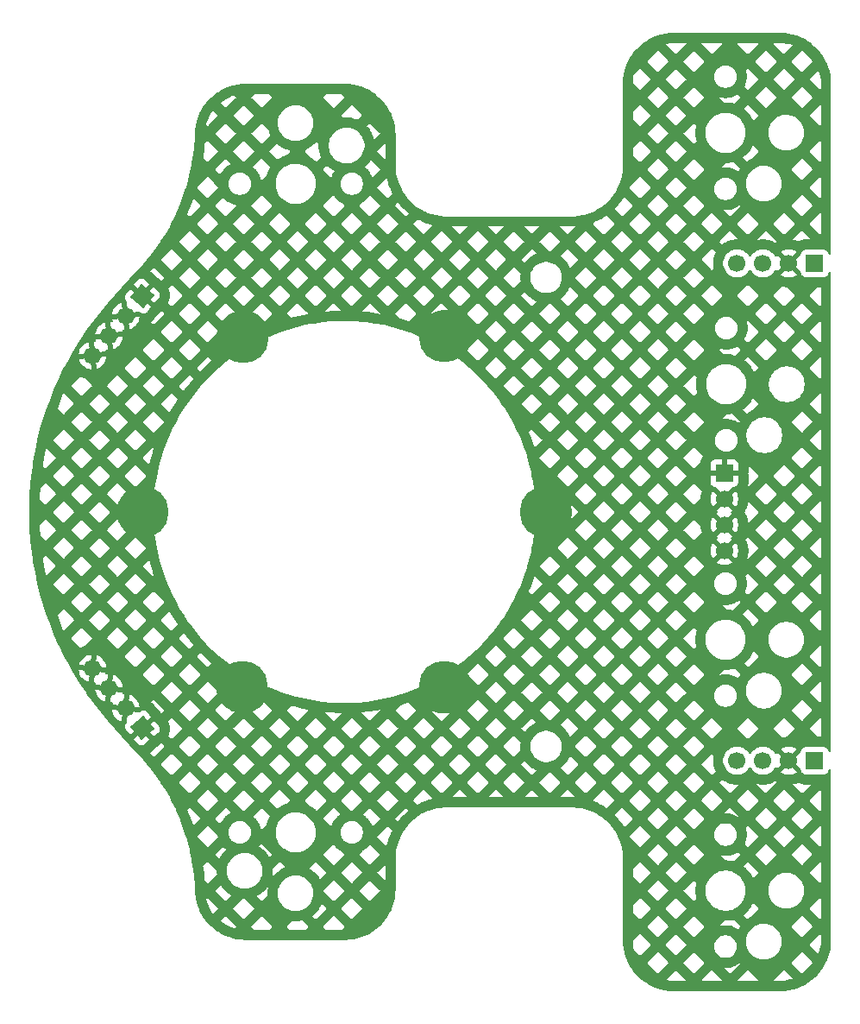
<source format=gbr>
G04 #@! TF.GenerationSoftware,KiCad,Pcbnew,9.0.2*
G04 #@! TF.CreationDate,2025-10-02T21:33:57-04:00*
G04 #@! TF.ProjectId,Trackball,54726163-6b62-4616-9c6c-2e6b69636164,rev?*
G04 #@! TF.SameCoordinates,Original*
G04 #@! TF.FileFunction,Copper,L1,Top*
G04 #@! TF.FilePolarity,Positive*
%FSLAX46Y46*%
G04 Gerber Fmt 4.6, Leading zero omitted, Abs format (unit mm)*
G04 Created by KiCad (PCBNEW 9.0.2) date 2025-10-02 21:33:57*
%MOMM*%
%LPD*%
G01*
G04 APERTURE LIST*
G04 Aperture macros list*
%AMRotRect*
0 Rectangle, with rotation*
0 The origin of the aperture is its center*
0 $1 length*
0 $2 width*
0 $3 Rotation angle, in degrees counterclockwise*
0 Add horizontal line*
21,1,$1,$2,0,0,$3*%
G04 Aperture macros list end*
G04 #@! TA.AperFunction,ComponentPad*
%ADD10C,5.000000*%
G04 #@! TD*
G04 #@! TA.AperFunction,ComponentPad*
%ADD11RotRect,1.700000X1.700000X140.000000*%
G04 #@! TD*
G04 #@! TA.AperFunction,ComponentPad*
%ADD12C,1.700000*%
G04 #@! TD*
G04 #@! TA.AperFunction,ComponentPad*
%ADD13R,1.700000X1.700000*%
G04 #@! TD*
G04 #@! TA.AperFunction,ComponentPad*
%ADD14RotRect,1.700000X1.700000X40.000000*%
G04 #@! TD*
G04 APERTURE END LIST*
D10*
X302425000Y-118700000D03*
X332075000Y-101650000D03*
X302475000Y-84500000D03*
X322225000Y-118750000D03*
X292675000Y-101600000D03*
X322225000Y-84450000D03*
D11*
X292573949Y-80423949D03*
D12*
X290941268Y-82369702D03*
X289308589Y-84315454D03*
X287675907Y-86261208D03*
D13*
X358568000Y-125984000D03*
D12*
X356028000Y-125984000D03*
X353488000Y-125984000D03*
X350948000Y-125984000D03*
D14*
X292573949Y-122786051D03*
D12*
X290941268Y-120840298D03*
X289308589Y-118894546D03*
X287675907Y-116948792D03*
D13*
X349700000Y-97790000D03*
D12*
X349700000Y-100330000D03*
X349700000Y-102870000D03*
X349700000Y-105410000D03*
D13*
X358568000Y-77216000D03*
D12*
X356028000Y-77216000D03*
X353488000Y-77216000D03*
X350948000Y-77216000D03*
G04 #@! TA.AperFunction,Conductor*
G36*
X355202611Y-54625608D02*
G01*
X355605599Y-54642275D01*
X355615946Y-54643132D01*
X356013611Y-54692702D01*
X356023871Y-54694414D01*
X356416076Y-54776650D01*
X356426144Y-54779199D01*
X356810236Y-54893549D01*
X356820069Y-54896925D01*
X356864562Y-54914286D01*
X357193375Y-55042590D01*
X357202912Y-55046773D01*
X357562918Y-55222769D01*
X357572076Y-55227725D01*
X357916313Y-55432845D01*
X357925032Y-55438541D01*
X358251169Y-55671400D01*
X358259363Y-55677776D01*
X358565170Y-55936781D01*
X358572831Y-55943835D01*
X358856164Y-56227168D01*
X358863218Y-56234829D01*
X359122220Y-56540633D01*
X359128602Y-56548833D01*
X359220328Y-56677302D01*
X359361458Y-56874967D01*
X359367154Y-56883686D01*
X359572274Y-57227923D01*
X359577230Y-57237081D01*
X359753226Y-57597087D01*
X359757409Y-57606624D01*
X359903071Y-57979921D01*
X359906453Y-57989771D01*
X360020796Y-58373841D01*
X360023352Y-58383936D01*
X360105584Y-58776124D01*
X360107298Y-58786395D01*
X360156865Y-59184036D01*
X360157725Y-59194415D01*
X360174392Y-59597388D01*
X360174500Y-59602595D01*
X360174500Y-76273398D01*
X360154498Y-76341519D01*
X360100842Y-76388012D01*
X360030568Y-76398116D01*
X359965988Y-76368622D01*
X359927604Y-76308896D01*
X359923222Y-76286866D01*
X359919990Y-76256803D01*
X359919988Y-76256795D01*
X359868889Y-76119797D01*
X359868887Y-76119792D01*
X359781261Y-76002738D01*
X359664207Y-75915112D01*
X359664202Y-75915110D01*
X359527204Y-75864011D01*
X359527196Y-75864009D01*
X359466649Y-75857500D01*
X359466638Y-75857500D01*
X357669362Y-75857500D01*
X357669350Y-75857500D01*
X357608803Y-75864009D01*
X357608795Y-75864011D01*
X357471797Y-75915110D01*
X357471792Y-75915112D01*
X357354738Y-76002738D01*
X357267112Y-76119792D01*
X357267110Y-76119797D01*
X357216011Y-76256795D01*
X357216009Y-76256803D01*
X357209500Y-76317350D01*
X357209500Y-76341518D01*
X357189498Y-76409639D01*
X357172596Y-76430613D01*
X356512157Y-77091051D01*
X356493925Y-77023007D01*
X356428099Y-76908993D01*
X356335007Y-76815901D01*
X356220993Y-76750075D01*
X356152947Y-76731841D01*
X356792168Y-76092621D01*
X356792167Y-76092620D01*
X356739750Y-76054536D01*
X356739748Y-76054535D01*
X356549292Y-75957493D01*
X356549286Y-75957490D01*
X356346003Y-75891440D01*
X356134874Y-75858000D01*
X355921126Y-75858000D01*
X355709996Y-75891440D01*
X355506713Y-75957490D01*
X355506707Y-75957493D01*
X355316253Y-76054534D01*
X355263831Y-76092621D01*
X355263831Y-76092622D01*
X355903051Y-76731842D01*
X355835007Y-76750075D01*
X355720993Y-76815901D01*
X355627901Y-76908993D01*
X355562075Y-77023007D01*
X355543842Y-77091051D01*
X354904622Y-76451831D01*
X354904621Y-76451831D01*
X354866528Y-76504261D01*
X354865724Y-76505574D01*
X354865288Y-76505967D01*
X354863624Y-76508259D01*
X354863142Y-76507909D01*
X354813075Y-76553203D01*
X354743033Y-76564807D01*
X354677836Y-76536702D01*
X354652901Y-76507924D01*
X354652804Y-76507996D01*
X354651975Y-76506855D01*
X354650859Y-76505567D01*
X354649899Y-76504001D01*
X354649894Y-76503991D01*
X354524206Y-76330996D01*
X354524203Y-76330993D01*
X354524201Y-76330990D01*
X354373009Y-76179798D01*
X354373006Y-76179796D01*
X354373004Y-76179794D01*
X354242781Y-76085182D01*
X354200012Y-76054108D01*
X354200011Y-76054107D01*
X354200009Y-76054106D01*
X354009483Y-75957028D01*
X354009480Y-75957027D01*
X354009478Y-75957026D01*
X353806120Y-75890952D01*
X353806123Y-75890952D01*
X353766801Y-75884724D01*
X353594916Y-75857500D01*
X353381084Y-75857500D01*
X353169884Y-75890951D01*
X353169878Y-75890952D01*
X352966521Y-75957026D01*
X352966515Y-75957029D01*
X352775987Y-76054108D01*
X352602993Y-76179796D01*
X352602990Y-76179798D01*
X352451798Y-76330990D01*
X352451796Y-76330993D01*
X352326108Y-76503987D01*
X352325434Y-76505088D01*
X352325068Y-76505418D01*
X352323196Y-76507996D01*
X352322654Y-76507602D01*
X352272787Y-76552721D01*
X352202745Y-76564328D01*
X352137547Y-76536226D01*
X352112976Y-76507870D01*
X352112804Y-76507996D01*
X352111341Y-76505982D01*
X352110566Y-76505088D01*
X352109896Y-76503996D01*
X352109894Y-76503991D01*
X351984206Y-76330996D01*
X351984203Y-76330993D01*
X351984201Y-76330990D01*
X351833009Y-76179798D01*
X351833006Y-76179796D01*
X351833004Y-76179794D01*
X351702781Y-76085182D01*
X351660012Y-76054108D01*
X351660011Y-76054107D01*
X351660009Y-76054106D01*
X351469483Y-75957028D01*
X351469480Y-75957027D01*
X351469478Y-75957026D01*
X351266120Y-75890952D01*
X351266123Y-75890952D01*
X351226801Y-75884724D01*
X351054916Y-75857500D01*
X350841084Y-75857500D01*
X350629884Y-75890951D01*
X350629878Y-75890952D01*
X350426521Y-75957026D01*
X350426515Y-75957029D01*
X350235987Y-76054108D01*
X350062993Y-76179796D01*
X350062990Y-76179798D01*
X349911798Y-76330990D01*
X349911796Y-76330993D01*
X349786108Y-76503987D01*
X349689029Y-76694515D01*
X349689026Y-76694521D01*
X349622952Y-76897878D01*
X349622951Y-76897883D01*
X349622951Y-76897884D01*
X349589500Y-77109084D01*
X349589500Y-77322916D01*
X349622951Y-77534116D01*
X349622952Y-77534121D01*
X349689026Y-77737478D01*
X349689028Y-77737483D01*
X349786106Y-77928009D01*
X349911794Y-78101004D01*
X349911796Y-78101006D01*
X349911798Y-78101009D01*
X350062990Y-78252201D01*
X350062993Y-78252203D01*
X350062996Y-78252206D01*
X350235991Y-78377894D01*
X350426517Y-78474972D01*
X350629878Y-78541047D01*
X350629879Y-78541047D01*
X350629884Y-78541049D01*
X350841084Y-78574500D01*
X350841087Y-78574500D01*
X351054913Y-78574500D01*
X351054916Y-78574500D01*
X351266116Y-78541049D01*
X351469483Y-78474972D01*
X351660009Y-78377894D01*
X351833004Y-78252206D01*
X351984206Y-78101004D01*
X352109894Y-77928009D01*
X352109899Y-77927997D01*
X352110561Y-77926920D01*
X352110924Y-77926591D01*
X352112804Y-77924004D01*
X352113347Y-77924398D01*
X352163204Y-77879283D01*
X352233244Y-77867670D01*
X352298445Y-77895766D01*
X352323021Y-77924130D01*
X352323196Y-77924004D01*
X352324668Y-77926030D01*
X352325439Y-77926920D01*
X352326105Y-77928007D01*
X352326106Y-77928009D01*
X352451794Y-78101004D01*
X352451796Y-78101006D01*
X352451798Y-78101009D01*
X352602990Y-78252201D01*
X352602993Y-78252203D01*
X352602996Y-78252206D01*
X352775991Y-78377894D01*
X352966517Y-78474972D01*
X353169878Y-78541047D01*
X353169879Y-78541047D01*
X353169884Y-78541049D01*
X353381084Y-78574500D01*
X353381087Y-78574500D01*
X353594913Y-78574500D01*
X353594916Y-78574500D01*
X353806116Y-78541049D01*
X354009483Y-78474972D01*
X354200009Y-78377894D01*
X354373004Y-78252206D01*
X354524206Y-78101004D01*
X354649894Y-77928009D01*
X354649902Y-77927992D01*
X354650854Y-77926441D01*
X354651377Y-77925967D01*
X354652804Y-77924004D01*
X354653216Y-77924303D01*
X354703497Y-77878804D01*
X354773537Y-77867189D01*
X354838738Y-77895285D01*
X354863485Y-77923842D01*
X354863624Y-77923742D01*
X354864794Y-77925353D01*
X354865726Y-77926428D01*
X354866536Y-77927750D01*
X354904620Y-77980167D01*
X354904621Y-77980168D01*
X355543841Y-77340947D01*
X355562075Y-77408993D01*
X355627901Y-77523007D01*
X355720993Y-77616099D01*
X355835007Y-77681925D01*
X355903051Y-77700157D01*
X355263831Y-78339378D01*
X355316249Y-78377463D01*
X355316251Y-78377464D01*
X355506707Y-78474506D01*
X355506713Y-78474509D01*
X355709996Y-78540559D01*
X355921126Y-78574000D01*
X356134874Y-78574000D01*
X356346003Y-78540559D01*
X356549286Y-78474509D01*
X356549292Y-78474506D01*
X356739750Y-78377463D01*
X356792167Y-78339378D01*
X356792167Y-78339376D01*
X356152948Y-77700157D01*
X356220993Y-77681925D01*
X356335007Y-77616099D01*
X356428099Y-77523007D01*
X356493925Y-77408993D01*
X356512157Y-77340948D01*
X357172595Y-78001386D01*
X357206621Y-78063698D01*
X357209500Y-78090481D01*
X357209500Y-78114649D01*
X357216009Y-78175196D01*
X357216011Y-78175204D01*
X357267110Y-78312202D01*
X357267112Y-78312207D01*
X357354738Y-78429261D01*
X357471792Y-78516887D01*
X357471794Y-78516888D01*
X357471796Y-78516889D01*
X357530875Y-78538924D01*
X357608795Y-78567988D01*
X357608803Y-78567990D01*
X357669350Y-78574499D01*
X357669355Y-78574499D01*
X357669362Y-78574500D01*
X357669368Y-78574500D01*
X359466632Y-78574500D01*
X359466638Y-78574500D01*
X359466645Y-78574499D01*
X359466649Y-78574499D01*
X359527196Y-78567990D01*
X359527199Y-78567989D01*
X359527201Y-78567989D01*
X359664204Y-78516889D01*
X359708071Y-78484051D01*
X359781261Y-78429261D01*
X359868887Y-78312207D01*
X359868887Y-78312206D01*
X359868889Y-78312204D01*
X359919989Y-78175201D01*
X359923222Y-78145133D01*
X359950391Y-78079541D01*
X360008708Y-78039049D01*
X360079660Y-78036515D01*
X360140718Y-78072742D01*
X360172498Y-78136228D01*
X360174500Y-78158601D01*
X360174500Y-125041398D01*
X360154498Y-125109519D01*
X360100842Y-125156012D01*
X360030568Y-125166116D01*
X359965988Y-125136622D01*
X359927604Y-125076896D01*
X359923222Y-125054866D01*
X359919990Y-125024803D01*
X359919988Y-125024795D01*
X359868889Y-124887797D01*
X359868887Y-124887792D01*
X359781261Y-124770738D01*
X359664207Y-124683112D01*
X359664202Y-124683110D01*
X359527204Y-124632011D01*
X359527196Y-124632009D01*
X359466649Y-124625500D01*
X359466638Y-124625500D01*
X357669362Y-124625500D01*
X357669350Y-124625500D01*
X357608803Y-124632009D01*
X357608795Y-124632011D01*
X357471797Y-124683110D01*
X357471792Y-124683112D01*
X357354738Y-124770738D01*
X357267112Y-124887792D01*
X357267110Y-124887797D01*
X357216011Y-125024795D01*
X357216009Y-125024803D01*
X357209500Y-125085350D01*
X357209500Y-125109518D01*
X357189498Y-125177639D01*
X357172596Y-125198613D01*
X356512157Y-125859051D01*
X356493925Y-125791007D01*
X356428099Y-125676993D01*
X356335007Y-125583901D01*
X356220993Y-125518075D01*
X356152947Y-125499841D01*
X356792168Y-124860621D01*
X356792167Y-124860620D01*
X356739750Y-124822536D01*
X356739748Y-124822535D01*
X356549292Y-124725493D01*
X356549286Y-124725490D01*
X356346003Y-124659440D01*
X356134874Y-124626000D01*
X355921126Y-124626000D01*
X355709996Y-124659440D01*
X355506713Y-124725490D01*
X355506707Y-124725493D01*
X355316253Y-124822534D01*
X355263831Y-124860621D01*
X355263831Y-124860622D01*
X355903051Y-125499842D01*
X355835007Y-125518075D01*
X355720993Y-125583901D01*
X355627901Y-125676993D01*
X355562075Y-125791007D01*
X355543842Y-125859051D01*
X354904622Y-125219831D01*
X354904621Y-125219831D01*
X354866528Y-125272261D01*
X354865724Y-125273574D01*
X354865288Y-125273967D01*
X354863624Y-125276259D01*
X354863142Y-125275909D01*
X354813075Y-125321203D01*
X354743033Y-125332807D01*
X354677836Y-125304702D01*
X354652901Y-125275924D01*
X354652804Y-125275996D01*
X354651975Y-125274855D01*
X354650859Y-125273567D01*
X354649899Y-125272001D01*
X354649894Y-125271991D01*
X354524206Y-125098996D01*
X354524203Y-125098993D01*
X354524201Y-125098990D01*
X354373009Y-124947798D01*
X354373006Y-124947796D01*
X354373004Y-124947794D01*
X354200601Y-124822536D01*
X354200012Y-124822108D01*
X354200011Y-124822107D01*
X354200009Y-124822106D01*
X354009483Y-124725028D01*
X354009480Y-124725027D01*
X354009478Y-124725026D01*
X353806120Y-124658952D01*
X353806123Y-124658952D01*
X353764957Y-124652432D01*
X353594916Y-124625500D01*
X353381084Y-124625500D01*
X353169884Y-124658951D01*
X353169878Y-124658952D01*
X352966521Y-124725026D01*
X352966515Y-124725029D01*
X352775987Y-124822108D01*
X352602993Y-124947796D01*
X352602990Y-124947798D01*
X352451798Y-125098990D01*
X352451796Y-125098993D01*
X352326108Y-125271987D01*
X352325434Y-125273088D01*
X352325068Y-125273418D01*
X352323196Y-125275996D01*
X352322654Y-125275602D01*
X352272787Y-125320721D01*
X352202745Y-125332328D01*
X352137547Y-125304226D01*
X352112976Y-125275870D01*
X352112804Y-125275996D01*
X352111341Y-125273982D01*
X352110566Y-125273088D01*
X352109896Y-125271996D01*
X352109894Y-125271991D01*
X351984206Y-125098996D01*
X351984203Y-125098993D01*
X351984201Y-125098990D01*
X351833009Y-124947798D01*
X351833006Y-124947796D01*
X351833004Y-124947794D01*
X351660601Y-124822536D01*
X351660012Y-124822108D01*
X351660011Y-124822107D01*
X351660009Y-124822106D01*
X351469483Y-124725028D01*
X351469480Y-124725027D01*
X351469478Y-124725026D01*
X351266120Y-124658952D01*
X351266123Y-124658952D01*
X351224957Y-124652432D01*
X351054916Y-124625500D01*
X350841084Y-124625500D01*
X350629884Y-124658951D01*
X350629878Y-124658952D01*
X350426521Y-124725026D01*
X350426515Y-124725029D01*
X350235987Y-124822108D01*
X350062993Y-124947796D01*
X350062990Y-124947798D01*
X349911798Y-125098990D01*
X349911796Y-125098993D01*
X349786108Y-125271987D01*
X349689029Y-125462515D01*
X349689026Y-125462521D01*
X349622952Y-125665878D01*
X349622951Y-125665883D01*
X349622951Y-125665884D01*
X349589500Y-125877084D01*
X349589500Y-126090916D01*
X349622951Y-126302116D01*
X349622952Y-126302121D01*
X349689026Y-126505478D01*
X349689028Y-126505483D01*
X349786106Y-126696009D01*
X349911794Y-126869004D01*
X349911796Y-126869006D01*
X349911798Y-126869009D01*
X350062990Y-127020201D01*
X350062993Y-127020203D01*
X350062996Y-127020206D01*
X350235991Y-127145894D01*
X350426517Y-127242972D01*
X350629878Y-127309047D01*
X350629879Y-127309047D01*
X350629884Y-127309049D01*
X350841084Y-127342500D01*
X350841087Y-127342500D01*
X351054913Y-127342500D01*
X351054916Y-127342500D01*
X351266116Y-127309049D01*
X351469483Y-127242972D01*
X351660009Y-127145894D01*
X351833004Y-127020206D01*
X351984206Y-126869004D01*
X352109894Y-126696009D01*
X352109899Y-126695997D01*
X352110561Y-126694920D01*
X352110924Y-126694591D01*
X352112804Y-126692004D01*
X352113347Y-126692398D01*
X352163204Y-126647283D01*
X352233244Y-126635670D01*
X352298445Y-126663766D01*
X352323021Y-126692130D01*
X352323196Y-126692004D01*
X352324668Y-126694030D01*
X352325439Y-126694920D01*
X352326105Y-126696007D01*
X352326106Y-126696009D01*
X352451794Y-126869004D01*
X352451796Y-126869006D01*
X352451798Y-126869009D01*
X352602990Y-127020201D01*
X352602993Y-127020203D01*
X352602996Y-127020206D01*
X352775991Y-127145894D01*
X352966517Y-127242972D01*
X353169878Y-127309047D01*
X353169879Y-127309047D01*
X353169884Y-127309049D01*
X353381084Y-127342500D01*
X353381087Y-127342500D01*
X353594913Y-127342500D01*
X353594916Y-127342500D01*
X353806116Y-127309049D01*
X354009483Y-127242972D01*
X354200009Y-127145894D01*
X354373004Y-127020206D01*
X354524206Y-126869004D01*
X354649894Y-126696009D01*
X354649902Y-126695992D01*
X354650854Y-126694441D01*
X354651377Y-126693967D01*
X354652804Y-126692004D01*
X354653216Y-126692303D01*
X354703497Y-126646804D01*
X354773537Y-126635189D01*
X354838738Y-126663285D01*
X354863485Y-126691842D01*
X354863624Y-126691742D01*
X354864794Y-126693353D01*
X354865726Y-126694428D01*
X354866536Y-126695750D01*
X354904620Y-126748167D01*
X354904621Y-126748168D01*
X355543841Y-126108947D01*
X355562075Y-126176993D01*
X355627901Y-126291007D01*
X355720993Y-126384099D01*
X355835007Y-126449925D01*
X355903051Y-126468157D01*
X355263831Y-127107378D01*
X355316249Y-127145463D01*
X355316251Y-127145464D01*
X355506707Y-127242506D01*
X355506713Y-127242509D01*
X355709996Y-127308559D01*
X355921126Y-127342000D01*
X356134874Y-127342000D01*
X356346003Y-127308559D01*
X356549286Y-127242509D01*
X356549292Y-127242506D01*
X356739750Y-127145463D01*
X356792167Y-127107378D01*
X356792167Y-127107376D01*
X356152948Y-126468157D01*
X356220993Y-126449925D01*
X356335007Y-126384099D01*
X356428099Y-126291007D01*
X356493925Y-126176993D01*
X356512157Y-126108948D01*
X357172595Y-126769386D01*
X357206621Y-126831698D01*
X357209500Y-126858481D01*
X357209500Y-126882649D01*
X357216009Y-126943196D01*
X357216011Y-126943204D01*
X357267110Y-127080202D01*
X357267112Y-127080207D01*
X357354738Y-127197261D01*
X357471792Y-127284887D01*
X357471794Y-127284888D01*
X357471796Y-127284889D01*
X357530875Y-127306924D01*
X357608795Y-127335988D01*
X357608803Y-127335990D01*
X357669350Y-127342499D01*
X357669355Y-127342499D01*
X357669362Y-127342500D01*
X357669368Y-127342500D01*
X359466632Y-127342500D01*
X359466638Y-127342500D01*
X359466645Y-127342499D01*
X359466649Y-127342499D01*
X359527196Y-127335990D01*
X359527199Y-127335989D01*
X359527201Y-127335989D01*
X359664204Y-127284889D01*
X359720199Y-127242972D01*
X359781261Y-127197261D01*
X359868887Y-127080207D01*
X359868887Y-127080206D01*
X359868889Y-127080204D01*
X359918142Y-126948154D01*
X359919988Y-126943204D01*
X359919990Y-126943196D01*
X359923222Y-126913133D01*
X359950391Y-126847541D01*
X360008708Y-126807049D01*
X360079660Y-126804515D01*
X360140718Y-126840742D01*
X360172498Y-126904228D01*
X360174500Y-126926601D01*
X360174500Y-143597404D01*
X360174392Y-143602611D01*
X360157725Y-144005584D01*
X360156865Y-144015963D01*
X360107298Y-144413604D01*
X360105584Y-144423875D01*
X360023352Y-144816063D01*
X360020796Y-144826158D01*
X359906453Y-145210228D01*
X359903071Y-145220078D01*
X359757409Y-145593375D01*
X359753226Y-145602912D01*
X359577230Y-145962918D01*
X359572274Y-145972076D01*
X359367154Y-146316313D01*
X359361458Y-146325032D01*
X359128609Y-146651157D01*
X359122213Y-146659375D01*
X358863218Y-146965170D01*
X358856164Y-146972831D01*
X358572831Y-147256164D01*
X358565170Y-147263218D01*
X358259375Y-147522213D01*
X358251157Y-147528609D01*
X357925032Y-147761458D01*
X357916313Y-147767154D01*
X357572076Y-147972274D01*
X357562918Y-147977230D01*
X357202912Y-148153226D01*
X357193375Y-148157409D01*
X356820078Y-148303071D01*
X356810228Y-148306453D01*
X356426158Y-148420796D01*
X356416063Y-148423352D01*
X356023875Y-148505584D01*
X356013604Y-148507298D01*
X355615963Y-148556865D01*
X355605584Y-148557725D01*
X355202611Y-148574392D01*
X355197404Y-148574500D01*
X344702596Y-148574500D01*
X344697389Y-148574392D01*
X344294415Y-148557725D01*
X344284036Y-148556865D01*
X343886395Y-148507298D01*
X343876124Y-148505584D01*
X343483936Y-148423352D01*
X343473841Y-148420796D01*
X343089771Y-148306453D01*
X343079921Y-148303071D01*
X342706624Y-148157409D01*
X342697087Y-148153226D01*
X342337081Y-147977230D01*
X342327923Y-147972274D01*
X341983686Y-147767154D01*
X341974967Y-147761458D01*
X341836940Y-147662909D01*
X341648833Y-147528602D01*
X341640633Y-147522220D01*
X341615367Y-147500821D01*
X343947376Y-147500821D01*
X344045626Y-147521422D01*
X344371692Y-147562068D01*
X344720619Y-147576500D01*
X345956454Y-147576500D01*
X345962485Y-147561940D01*
X347457593Y-147561940D01*
X347463625Y-147576500D01*
X349491988Y-147576500D01*
X349498019Y-147561940D01*
X350993127Y-147561940D01*
X350999159Y-147576500D01*
X353027522Y-147576500D01*
X353033553Y-147561940D01*
X354528660Y-147561940D01*
X354534692Y-147576500D01*
X355179381Y-147576500D01*
X355528305Y-147562068D01*
X355854371Y-147521422D01*
X356175949Y-147453996D01*
X356427974Y-147378965D01*
X355620338Y-146571329D01*
X355548874Y-146541727D01*
X355477411Y-146571329D01*
X354558261Y-147490478D01*
X354528660Y-147561940D01*
X353033553Y-147561940D01*
X353003951Y-147490476D01*
X352084804Y-146571329D01*
X352013340Y-146541727D01*
X351941876Y-146571329D01*
X351022729Y-147490476D01*
X350993127Y-147561940D01*
X349498019Y-147561940D01*
X349468417Y-147490476D01*
X348549270Y-146571329D01*
X348477806Y-146541727D01*
X348406342Y-146571329D01*
X347487195Y-147490476D01*
X347457593Y-147561940D01*
X345962485Y-147561940D01*
X345932883Y-147490476D01*
X345013736Y-146571329D01*
X344942272Y-146541727D01*
X344870808Y-146571329D01*
X343951661Y-147490476D01*
X343947376Y-147500821D01*
X341615367Y-147500821D01*
X341334829Y-147263218D01*
X341327168Y-147256164D01*
X341043835Y-146972831D01*
X341036781Y-146965170D01*
X340939876Y-146850754D01*
X340777776Y-146659363D01*
X340771400Y-146651169D01*
X340544446Y-146333303D01*
X340538541Y-146325032D01*
X340532845Y-146316313D01*
X340327725Y-145972076D01*
X340322769Y-145962918D01*
X340240275Y-145794173D01*
X342154292Y-145794173D01*
X342183894Y-145865636D01*
X343103043Y-146784786D01*
X343174505Y-146814387D01*
X343245968Y-146784785D01*
X344165116Y-145865636D01*
X344194718Y-145794173D01*
X345689826Y-145794173D01*
X345719428Y-145865636D01*
X346638576Y-146784785D01*
X346710039Y-146814387D01*
X346781501Y-146784786D01*
X347232887Y-146333400D01*
X349722726Y-146333400D01*
X350174110Y-146784785D01*
X350245573Y-146814387D01*
X350317035Y-146784786D01*
X351236184Y-145865636D01*
X351265786Y-145794173D01*
X356296427Y-145794173D01*
X356326029Y-145865637D01*
X357245177Y-146784785D01*
X357316641Y-146814387D01*
X357388103Y-146784786D01*
X358307252Y-145865636D01*
X358336854Y-145794173D01*
X358307252Y-145722709D01*
X357388105Y-144803562D01*
X357316641Y-144773960D01*
X357245178Y-144803562D01*
X356326028Y-145722711D01*
X356296427Y-145794173D01*
X351265786Y-145794173D01*
X351254374Y-145766624D01*
X351227343Y-145793656D01*
X351223775Y-145797087D01*
X351202252Y-145816982D01*
X351198555Y-145820268D01*
X351168747Y-145845726D01*
X351164921Y-145848865D01*
X351141921Y-145866996D01*
X351137978Y-145869981D01*
X350966011Y-145994923D01*
X350961952Y-145997752D01*
X350937583Y-146014035D01*
X350933411Y-146016705D01*
X350899986Y-146037186D01*
X350895722Y-146039686D01*
X350870166Y-146053998D01*
X350865803Y-146056330D01*
X350676407Y-146152832D01*
X350671956Y-146154991D01*
X350645341Y-146167261D01*
X350640803Y-146169246D01*
X350604586Y-146184246D01*
X350599982Y-146186047D01*
X350572501Y-146196185D01*
X350567827Y-146197806D01*
X350365662Y-146263494D01*
X350360925Y-146264931D01*
X350332709Y-146272888D01*
X350327917Y-146274138D01*
X350289799Y-146283287D01*
X350284971Y-146284346D01*
X350256252Y-146290058D01*
X350251384Y-146290928D01*
X350041449Y-146324179D01*
X350036549Y-146324857D01*
X350007461Y-146328300D01*
X350002537Y-146328784D01*
X349963458Y-146331860D01*
X349958520Y-146332152D01*
X349929236Y-146333303D01*
X349924287Y-146333400D01*
X349722726Y-146333400D01*
X347232887Y-146333400D01*
X347700650Y-145865636D01*
X347730252Y-145794173D01*
X347700650Y-145722709D01*
X346781503Y-144803562D01*
X346710039Y-144773960D01*
X346638575Y-144803562D01*
X345719428Y-145722709D01*
X345689826Y-145794173D01*
X344194718Y-145794173D01*
X344165116Y-145722709D01*
X343245969Y-144803562D01*
X343174505Y-144773960D01*
X343103041Y-144803562D01*
X342183894Y-145722709D01*
X342154292Y-145794173D01*
X340240275Y-145794173D01*
X340146773Y-145602912D01*
X340142590Y-145593375D01*
X340030977Y-145307337D01*
X339996925Y-145220069D01*
X339993546Y-145210228D01*
X339988302Y-145192613D01*
X339879199Y-144826144D01*
X339876650Y-144816076D01*
X339794414Y-144423871D01*
X339792701Y-144413604D01*
X339778277Y-144297887D01*
X339743132Y-144015946D01*
X339742275Y-144005599D01*
X339727355Y-143644862D01*
X340726207Y-143644862D01*
X340737929Y-143928304D01*
X340778574Y-144254362D01*
X340833213Y-144514957D01*
X341335274Y-145017018D01*
X341406738Y-145046620D01*
X341478201Y-145017018D01*
X342397349Y-144097869D01*
X342426951Y-144026406D01*
X343922059Y-144026406D01*
X343951661Y-144097869D01*
X344870809Y-145017018D01*
X344942272Y-145046620D01*
X345013734Y-145017019D01*
X345883434Y-144147318D01*
X348716600Y-144147318D01*
X348716600Y-144320682D01*
X348732944Y-144423875D01*
X348743721Y-144491917D01*
X348771025Y-144575949D01*
X348797292Y-144656791D01*
X348823698Y-144708615D01*
X348876000Y-144811263D01*
X348977900Y-144951516D01*
X349100483Y-145074099D01*
X349100486Y-145074101D01*
X349240740Y-145176002D01*
X349395209Y-145254708D01*
X349560082Y-145308278D01*
X349560083Y-145308278D01*
X349560088Y-145308280D01*
X349731318Y-145335400D01*
X349731321Y-145335400D01*
X349904679Y-145335400D01*
X349904682Y-145335400D01*
X350075912Y-145308280D01*
X350240791Y-145254708D01*
X350395260Y-145176002D01*
X350535514Y-145074101D01*
X350658101Y-144951514D01*
X350760002Y-144811260D01*
X350838708Y-144656791D01*
X350892280Y-144491912D01*
X350919400Y-144320682D01*
X350919400Y-144147318D01*
X350892280Y-143976088D01*
X350838708Y-143811209D01*
X350760002Y-143656740D01*
X350732773Y-143619263D01*
X351817500Y-143619263D01*
X351817500Y-143848736D01*
X351847450Y-144076231D01*
X351847452Y-144076238D01*
X351906842Y-144297887D01*
X351994656Y-144509888D01*
X351994657Y-144509889D01*
X351994662Y-144509900D01*
X352109386Y-144708608D01*
X352109391Y-144708615D01*
X352249073Y-144890652D01*
X352249092Y-144890673D01*
X352411326Y-145052907D01*
X352411347Y-145052926D01*
X352593384Y-145192608D01*
X352593391Y-145192613D01*
X352792099Y-145307337D01*
X352792103Y-145307338D01*
X352792112Y-145307344D01*
X353004113Y-145395158D01*
X353225762Y-145454548D01*
X353225766Y-145454548D01*
X353225768Y-145454549D01*
X353284398Y-145462267D01*
X353453266Y-145484500D01*
X353453273Y-145484500D01*
X353682727Y-145484500D01*
X353682734Y-145484500D01*
X353888345Y-145457430D01*
X353910231Y-145454549D01*
X353910231Y-145454548D01*
X353910238Y-145454548D01*
X354131887Y-145395158D01*
X354343888Y-145307344D01*
X354542612Y-145192611D01*
X354724661Y-145052919D01*
X354886919Y-144890661D01*
X355026611Y-144708612D01*
X355141344Y-144509888D01*
X355229158Y-144297887D01*
X355288548Y-144076238D01*
X355295109Y-144026406D01*
X358064194Y-144026406D01*
X358093796Y-144097870D01*
X358939627Y-144943701D01*
X358960230Y-144890901D01*
X359053996Y-144575949D01*
X359121422Y-144254371D01*
X359162068Y-143928305D01*
X359176500Y-143579381D01*
X359176500Y-143056423D01*
X359155872Y-143035795D01*
X359084408Y-143006193D01*
X359012945Y-143035795D01*
X358093795Y-143954944D01*
X358064194Y-144026406D01*
X355295109Y-144026406D01*
X355318500Y-143848734D01*
X355318500Y-143619266D01*
X355292566Y-143422282D01*
X355288549Y-143391768D01*
X355288548Y-143391766D01*
X355288548Y-143391762D01*
X355229158Y-143170113D01*
X355141344Y-142958112D01*
X355141338Y-142958103D01*
X355141337Y-142958099D01*
X355026613Y-142759391D01*
X355026608Y-142759384D01*
X354886926Y-142577347D01*
X354886907Y-142577326D01*
X354724673Y-142415092D01*
X354724652Y-142415073D01*
X354542615Y-142275391D01*
X354542608Y-142275386D01*
X354513603Y-142258640D01*
X356296427Y-142258640D01*
X356326028Y-142330102D01*
X357245178Y-143249251D01*
X357316641Y-143278853D01*
X357388105Y-143249251D01*
X358307252Y-142330104D01*
X358336854Y-142258640D01*
X358307252Y-142187175D01*
X357388105Y-141268028D01*
X357316641Y-141238426D01*
X357245178Y-141268028D01*
X356326028Y-142187177D01*
X356296427Y-142258640D01*
X354513603Y-142258640D01*
X354343900Y-142160662D01*
X354343892Y-142160658D01*
X354343888Y-142160656D01*
X354131887Y-142072842D01*
X353910238Y-142013452D01*
X353910231Y-142013450D01*
X353682736Y-141983500D01*
X353682734Y-141983500D01*
X353453266Y-141983500D01*
X353453263Y-141983500D01*
X353225768Y-142013450D01*
X353004113Y-142072842D01*
X352801895Y-142156604D01*
X352792110Y-142160657D01*
X352792099Y-142160662D01*
X352593391Y-142275386D01*
X352593384Y-142275391D01*
X352411347Y-142415073D01*
X352411326Y-142415092D01*
X352249092Y-142577326D01*
X352249073Y-142577347D01*
X352109391Y-142759384D01*
X352109386Y-142759391D01*
X351994662Y-142958099D01*
X351994657Y-142958110D01*
X351906842Y-143170113D01*
X351847450Y-143391768D01*
X351817500Y-143619263D01*
X350732773Y-143619263D01*
X350658101Y-143516486D01*
X350658099Y-143516483D01*
X350535516Y-143393900D01*
X350395263Y-143292000D01*
X350395262Y-143291999D01*
X350395260Y-143291998D01*
X350240791Y-143213292D01*
X350240788Y-143213291D01*
X350240786Y-143213290D01*
X350075915Y-143159721D01*
X350075919Y-143159721D01*
X350034910Y-143153226D01*
X349904682Y-143132600D01*
X349731318Y-143132600D01*
X349560088Y-143159720D01*
X349560082Y-143159721D01*
X349395213Y-143213290D01*
X349395207Y-143213293D01*
X349240736Y-143292000D01*
X349100483Y-143393900D01*
X348977900Y-143516483D01*
X348876000Y-143656736D01*
X348797293Y-143811207D01*
X348797290Y-143811213D01*
X348743721Y-143976082D01*
X348743720Y-143976087D01*
X348743720Y-143976088D01*
X348716600Y-144147318D01*
X345883434Y-144147318D01*
X345932883Y-144097869D01*
X345962485Y-144026406D01*
X345932883Y-143954942D01*
X345013736Y-143035795D01*
X344942272Y-143006193D01*
X344870808Y-143035795D01*
X343951661Y-143954942D01*
X343922059Y-144026406D01*
X342426951Y-144026406D01*
X342397349Y-143954942D01*
X341478202Y-143035795D01*
X341406738Y-143006193D01*
X341335276Y-143035794D01*
X340726207Y-143644862D01*
X339727355Y-143644862D01*
X339725608Y-143602611D01*
X339725500Y-143597404D01*
X339725500Y-142258640D01*
X342154292Y-142258640D01*
X342183894Y-142330104D01*
X343103041Y-143249251D01*
X343174505Y-143278853D01*
X343245969Y-143249251D01*
X344165116Y-142330104D01*
X344194718Y-142258640D01*
X345689826Y-142258640D01*
X345719428Y-142330104D01*
X346638575Y-143249251D01*
X346710039Y-143278853D01*
X346781503Y-143249251D01*
X347700650Y-142330104D01*
X347730252Y-142258640D01*
X347711336Y-142212973D01*
X349244276Y-142212973D01*
X349270338Y-142204506D01*
X349275075Y-142203069D01*
X349303291Y-142195112D01*
X349308083Y-142193862D01*
X349346201Y-142184713D01*
X349351029Y-142183654D01*
X349379748Y-142177942D01*
X349384616Y-142177072D01*
X349594551Y-142143821D01*
X349599451Y-142143143D01*
X349628539Y-142139700D01*
X349633463Y-142139216D01*
X349672542Y-142136140D01*
X349677480Y-142135848D01*
X349706764Y-142134697D01*
X349711713Y-142134600D01*
X349924287Y-142134600D01*
X349929236Y-142134697D01*
X349958520Y-142135848D01*
X349963458Y-142136140D01*
X350002537Y-142139216D01*
X350007461Y-142139700D01*
X350036549Y-142143143D01*
X350041449Y-142143821D01*
X350251384Y-142177072D01*
X350256252Y-142177942D01*
X350284971Y-142183654D01*
X350289799Y-142184713D01*
X350327917Y-142193862D01*
X350332709Y-142195112D01*
X350360925Y-142203069D01*
X350365662Y-142204506D01*
X350567827Y-142270194D01*
X350572501Y-142271815D01*
X350599982Y-142281953D01*
X350604586Y-142283754D01*
X350640803Y-142298754D01*
X350645341Y-142300739D01*
X350671956Y-142313009D01*
X350676407Y-142315168D01*
X350865803Y-142411670D01*
X350870166Y-142414002D01*
X350895722Y-142428314D01*
X350899986Y-142430814D01*
X350933411Y-142451295D01*
X350937583Y-142453965D01*
X350961952Y-142470248D01*
X350966011Y-142473077D01*
X351039684Y-142526603D01*
X351162032Y-142404255D01*
X351253265Y-142246238D01*
X351255384Y-142242703D01*
X351257665Y-142239034D01*
X351236184Y-142187175D01*
X350632332Y-141583323D01*
X350444714Y-141633596D01*
X350440719Y-141634596D01*
X350416968Y-141640135D01*
X350412941Y-141641005D01*
X350380904Y-141647380D01*
X350376842Y-141648120D01*
X350352727Y-141652102D01*
X350348645Y-141652707D01*
X350060875Y-141690592D01*
X350056784Y-141691063D01*
X350032507Y-141693455D01*
X350028399Y-141693792D01*
X349995805Y-141695930D01*
X349991683Y-141696132D01*
X349967261Y-141696932D01*
X349963136Y-141697000D01*
X349745138Y-141697000D01*
X349254962Y-142187175D01*
X349244276Y-142212973D01*
X347711336Y-142212973D01*
X347700650Y-142187175D01*
X346781503Y-141268028D01*
X346710039Y-141238426D01*
X346638575Y-141268028D01*
X345719428Y-142187175D01*
X345689826Y-142258640D01*
X344194718Y-142258640D01*
X344165116Y-142187175D01*
X343245969Y-141268028D01*
X343174505Y-141238426D01*
X343103041Y-141268028D01*
X342183894Y-142187175D01*
X342154292Y-142258640D01*
X339725500Y-142258640D01*
X339725500Y-140112036D01*
X340723500Y-140112036D01*
X340723500Y-140869710D01*
X341335274Y-141481484D01*
X341406738Y-141511086D01*
X341478202Y-141481484D01*
X342397349Y-140562337D01*
X342426951Y-140490873D01*
X343922059Y-140490873D01*
X343951661Y-140562337D01*
X344870808Y-141481484D01*
X344942272Y-141511086D01*
X345013736Y-141481484D01*
X345377230Y-141117990D01*
X351578382Y-141117990D01*
X351941875Y-141481483D01*
X351972239Y-141494061D01*
X351998796Y-141473684D01*
X352002107Y-141471228D01*
X352021944Y-141457013D01*
X352025330Y-141454670D01*
X352052491Y-141436520D01*
X352055961Y-141434282D01*
X352076703Y-141421384D01*
X352080238Y-141419265D01*
X352238253Y-141328033D01*
X353003952Y-140562335D01*
X353033553Y-140490873D01*
X358064194Y-140490873D01*
X358093795Y-140562335D01*
X359012945Y-141481484D01*
X359084408Y-141511086D01*
X359155872Y-141481484D01*
X359176500Y-141460857D01*
X359176500Y-139520889D01*
X359155872Y-139500261D01*
X359084408Y-139470659D01*
X359012945Y-139500261D01*
X358093795Y-140419410D01*
X358064194Y-140490873D01*
X353033553Y-140490873D01*
X353003951Y-140419408D01*
X352525280Y-139940737D01*
X352499923Y-140001955D01*
X352498285Y-140005733D01*
X352488223Y-140027943D01*
X352486464Y-140031664D01*
X352472020Y-140060961D01*
X352470131Y-140064638D01*
X352458607Y-140086199D01*
X352456603Y-140089805D01*
X352311476Y-140341171D01*
X352309361Y-140344700D01*
X352296484Y-140365411D01*
X352294249Y-140368878D01*
X352276102Y-140396040D01*
X352273754Y-140399433D01*
X352259517Y-140419302D01*
X352257058Y-140422618D01*
X352080365Y-140652886D01*
X352077807Y-140656108D01*
X352062340Y-140674957D01*
X352059675Y-140678100D01*
X352038140Y-140702660D01*
X352035366Y-140705720D01*
X352018656Y-140723562D01*
X352015786Y-140726527D01*
X351810527Y-140931786D01*
X351807562Y-140934656D01*
X351789720Y-140951366D01*
X351786660Y-140954140D01*
X351762100Y-140975675D01*
X351758957Y-140978340D01*
X351740108Y-140993807D01*
X351736886Y-140996365D01*
X351578382Y-141117990D01*
X345377230Y-141117990D01*
X345932883Y-140562337D01*
X345962485Y-140490873D01*
X345932883Y-140419408D01*
X345013736Y-139500261D01*
X344942272Y-139470659D01*
X344870808Y-139500261D01*
X343951661Y-140419408D01*
X343922059Y-140490873D01*
X342426951Y-140490873D01*
X342397349Y-140419408D01*
X341478202Y-139500261D01*
X341406738Y-139470659D01*
X341335274Y-139500261D01*
X340723500Y-140112036D01*
X339725500Y-140112036D01*
X339725500Y-138723106D01*
X342154292Y-138723106D01*
X342183894Y-138794570D01*
X343103041Y-139713717D01*
X343174505Y-139743319D01*
X343245969Y-139713717D01*
X344165116Y-138794570D01*
X344194718Y-138723106D01*
X345689826Y-138723106D01*
X345719428Y-138794570D01*
X346638575Y-139713717D01*
X346710039Y-139743319D01*
X346781501Y-139713718D01*
X346964071Y-139531147D01*
X346918404Y-139360713D01*
X346917404Y-139356719D01*
X346911865Y-139332968D01*
X346910995Y-139328941D01*
X346904620Y-139296904D01*
X346903880Y-139292842D01*
X346899898Y-139268727D01*
X346899293Y-139264645D01*
X346861408Y-138976875D01*
X346860937Y-138972784D01*
X346858545Y-138948507D01*
X346858208Y-138944399D01*
X346856070Y-138911805D01*
X346855868Y-138907683D01*
X346855068Y-138883261D01*
X346855000Y-138879136D01*
X346855000Y-138605204D01*
X347853000Y-138605204D01*
X347853000Y-138862795D01*
X347886620Y-139118167D01*
X347886621Y-139118173D01*
X347886622Y-139118175D01*
X347953290Y-139366984D01*
X348051864Y-139604962D01*
X348051865Y-139604963D01*
X348051870Y-139604974D01*
X348180659Y-139828043D01*
X348337460Y-140032388D01*
X348337479Y-140032409D01*
X348519590Y-140214520D01*
X348519600Y-140214529D01*
X348519606Y-140214535D01*
X348519609Y-140214537D01*
X348519611Y-140214539D01*
X348723956Y-140371340D01*
X348947025Y-140500129D01*
X348947029Y-140500130D01*
X348947038Y-140500136D01*
X349185016Y-140598710D01*
X349433825Y-140665378D01*
X349433831Y-140665378D01*
X349433832Y-140665379D01*
X349463134Y-140669236D01*
X349689207Y-140699000D01*
X349689214Y-140699000D01*
X349946786Y-140699000D01*
X349946793Y-140699000D01*
X350202175Y-140665378D01*
X350450984Y-140598710D01*
X350688962Y-140500136D01*
X350912038Y-140371343D01*
X350912038Y-140371342D01*
X350912043Y-140371340D01*
X351109170Y-140220078D01*
X351116394Y-140214535D01*
X351298535Y-140032394D01*
X351407103Y-139890906D01*
X351455340Y-139828043D01*
X351504256Y-139743319D01*
X351584136Y-139604962D01*
X351682710Y-139366984D01*
X351749378Y-139118175D01*
X351783000Y-138862793D01*
X351783000Y-138619263D01*
X354017500Y-138619263D01*
X354017500Y-138848736D01*
X354047450Y-139076231D01*
X354049456Y-139083718D01*
X354106842Y-139297887D01*
X354194656Y-139509888D01*
X354194657Y-139509889D01*
X354194662Y-139509900D01*
X354309386Y-139708608D01*
X354309391Y-139708615D01*
X354449073Y-139890652D01*
X354449092Y-139890673D01*
X354611326Y-140052907D01*
X354611347Y-140052926D01*
X354793384Y-140192608D01*
X354793391Y-140192613D01*
X354992099Y-140307337D01*
X354992103Y-140307338D01*
X354992112Y-140307344D01*
X355204113Y-140395158D01*
X355425762Y-140454548D01*
X355425766Y-140454548D01*
X355425768Y-140454549D01*
X355484398Y-140462267D01*
X355653266Y-140484500D01*
X355653273Y-140484500D01*
X355882727Y-140484500D01*
X355882734Y-140484500D01*
X356088345Y-140457430D01*
X356110231Y-140454549D01*
X356110231Y-140454548D01*
X356110238Y-140454548D01*
X356331887Y-140395158D01*
X356543888Y-140307344D01*
X356742612Y-140192611D01*
X356924661Y-140052919D01*
X357086919Y-139890661D01*
X357226611Y-139708612D01*
X357341344Y-139509888D01*
X357429158Y-139297887D01*
X357488548Y-139076238D01*
X357518500Y-138848734D01*
X357518500Y-138619266D01*
X357488548Y-138391762D01*
X357429158Y-138170113D01*
X357341344Y-137958112D01*
X357341338Y-137958103D01*
X357341337Y-137958099D01*
X357226613Y-137759391D01*
X357226608Y-137759384D01*
X357086926Y-137577347D01*
X357086907Y-137577326D01*
X356924673Y-137415092D01*
X356924652Y-137415073D01*
X356742615Y-137275391D01*
X356742608Y-137275386D01*
X356543900Y-137160662D01*
X356543892Y-137160658D01*
X356543888Y-137160656D01*
X356331887Y-137072842D01*
X356160065Y-137026803D01*
X356110231Y-137013450D01*
X355882736Y-136983500D01*
X355882734Y-136983500D01*
X355653266Y-136983500D01*
X355653263Y-136983500D01*
X355425768Y-137013450D01*
X355220068Y-137068567D01*
X355204113Y-137072842D01*
X355000857Y-137157034D01*
X354992110Y-137160657D01*
X354992099Y-137160662D01*
X354793391Y-137275386D01*
X354793384Y-137275391D01*
X354611347Y-137415073D01*
X354611326Y-137415092D01*
X354449092Y-137577326D01*
X354449073Y-137577347D01*
X354309391Y-137759384D01*
X354309386Y-137759391D01*
X354194662Y-137958099D01*
X354194657Y-137958110D01*
X354194656Y-137958112D01*
X354131211Y-138111281D01*
X354106842Y-138170113D01*
X354047450Y-138391768D01*
X354017500Y-138619263D01*
X351783000Y-138619263D01*
X351783000Y-138605207D01*
X351749378Y-138349825D01*
X351682710Y-138101016D01*
X351584136Y-137863038D01*
X351584130Y-137863029D01*
X351584129Y-137863025D01*
X351455340Y-137639956D01*
X351298539Y-137435611D01*
X351298537Y-137435609D01*
X351298535Y-137435606D01*
X351298529Y-137435600D01*
X351298520Y-137435590D01*
X351116409Y-137253479D01*
X351116388Y-137253460D01*
X350912043Y-137096659D01*
X350688974Y-136967870D01*
X350688966Y-136967866D01*
X350688962Y-136967864D01*
X350450984Y-136869290D01*
X350202175Y-136802622D01*
X350202173Y-136802621D01*
X350202167Y-136802620D01*
X349946795Y-136769000D01*
X349946793Y-136769000D01*
X349689207Y-136769000D01*
X349689204Y-136769000D01*
X349433832Y-136802620D01*
X349387204Y-136815114D01*
X349185016Y-136869290D01*
X348952345Y-136965666D01*
X348947036Y-136967865D01*
X348947025Y-136967870D01*
X348723956Y-137096659D01*
X348519611Y-137253460D01*
X348519590Y-137253479D01*
X348337479Y-137435590D01*
X348337460Y-137435611D01*
X348180659Y-137639956D01*
X348051870Y-137863025D01*
X348051865Y-137863036D01*
X348051864Y-137863038D01*
X348017521Y-137945950D01*
X347953290Y-138101016D01*
X347886620Y-138349832D01*
X347853000Y-138605204D01*
X346855000Y-138605204D01*
X346855000Y-138588864D01*
X346855068Y-138584739D01*
X346855868Y-138560317D01*
X346856070Y-138556195D01*
X346858208Y-138523601D01*
X346858545Y-138519493D01*
X346860937Y-138495216D01*
X346861408Y-138491125D01*
X346899293Y-138203355D01*
X346899898Y-138199273D01*
X346903880Y-138175158D01*
X346904620Y-138171096D01*
X346910995Y-138139059D01*
X346911865Y-138135032D01*
X346917404Y-138111281D01*
X346918404Y-138107287D01*
X346968676Y-137919667D01*
X346781503Y-137732494D01*
X346710039Y-137702892D01*
X346638575Y-137732494D01*
X345719428Y-138651641D01*
X345689826Y-138723106D01*
X344194718Y-138723106D01*
X344165116Y-138651641D01*
X343245969Y-137732494D01*
X343174505Y-137702892D01*
X343103041Y-137732494D01*
X342183894Y-138651641D01*
X342154292Y-138723106D01*
X339725500Y-138723106D01*
X339725500Y-136576502D01*
X340723500Y-136576502D01*
X340723500Y-137334176D01*
X341335274Y-137945950D01*
X341406738Y-137975552D01*
X341478202Y-137945950D01*
X342397349Y-137026803D01*
X342426951Y-136955339D01*
X343922059Y-136955339D01*
X343951661Y-137026803D01*
X344870808Y-137945950D01*
X344942272Y-137975552D01*
X345013736Y-137945950D01*
X345932883Y-137026803D01*
X345962485Y-136955339D01*
X345932883Y-136883876D01*
X345389557Y-136340549D01*
X351566054Y-136340549D01*
X351736886Y-136471635D01*
X351740108Y-136474193D01*
X351758957Y-136489660D01*
X351762100Y-136492325D01*
X351786660Y-136513860D01*
X351789720Y-136516634D01*
X351807562Y-136533344D01*
X351810527Y-136536214D01*
X352015786Y-136741473D01*
X352018656Y-136744438D01*
X352035366Y-136762280D01*
X352038140Y-136765340D01*
X352059675Y-136789900D01*
X352062340Y-136793043D01*
X352077807Y-136811892D01*
X352080365Y-136815114D01*
X352257058Y-137045382D01*
X352259517Y-137048698D01*
X352273754Y-137068567D01*
X352276102Y-137071960D01*
X352294249Y-137099122D01*
X352296484Y-137102589D01*
X352309361Y-137123300D01*
X352311476Y-137126829D01*
X352456603Y-137378195D01*
X352458607Y-137381801D01*
X352470131Y-137403362D01*
X352472020Y-137407039D01*
X352486464Y-137436336D01*
X352488223Y-137440057D01*
X352498285Y-137462267D01*
X352499923Y-137466045D01*
X352518898Y-137511854D01*
X353003952Y-137026801D01*
X353033553Y-136955339D01*
X358064194Y-136955339D01*
X358093795Y-137026801D01*
X359012945Y-137945950D01*
X359084408Y-137975552D01*
X359155872Y-137945950D01*
X359176500Y-137925323D01*
X359176500Y-135985355D01*
X359155872Y-135964727D01*
X359084408Y-135935125D01*
X359012944Y-135964727D01*
X358093796Y-136883875D01*
X358064194Y-136955339D01*
X353033553Y-136955339D01*
X353003951Y-136883876D01*
X352084802Y-135964726D01*
X352013340Y-135935125D01*
X351941876Y-135964727D01*
X351566054Y-136340549D01*
X345389557Y-136340549D01*
X345013734Y-135964726D01*
X344942272Y-135935125D01*
X344870809Y-135964727D01*
X343951661Y-136883876D01*
X343922059Y-136955339D01*
X342426951Y-136955339D01*
X342397349Y-136883876D01*
X341478201Y-135964727D01*
X341406738Y-135935125D01*
X341335274Y-135964727D01*
X340723500Y-136576502D01*
X339725500Y-136576502D01*
X339725500Y-135392150D01*
X339725500Y-135392144D01*
X339708549Y-135187572D01*
X342154292Y-135187572D01*
X342183894Y-135259036D01*
X343103041Y-136178183D01*
X343174505Y-136207785D01*
X343245969Y-136178183D01*
X344165116Y-135259036D01*
X344194718Y-135187572D01*
X345689826Y-135187572D01*
X345719428Y-135259036D01*
X346638575Y-136178183D01*
X346710039Y-136207785D01*
X346781503Y-136178183D01*
X347700650Y-135259036D01*
X347700908Y-135258414D01*
X349254704Y-135258414D01*
X349254962Y-135259036D01*
X349766926Y-135771000D01*
X349963136Y-135771000D01*
X349967261Y-135771068D01*
X349991683Y-135771868D01*
X349995805Y-135772070D01*
X350028399Y-135774208D01*
X350032507Y-135774545D01*
X350056784Y-135776937D01*
X350060875Y-135777408D01*
X350348645Y-135815293D01*
X350352727Y-135815898D01*
X350376842Y-135819880D01*
X350380904Y-135820620D01*
X350412941Y-135826995D01*
X350416968Y-135827865D01*
X350440719Y-135833404D01*
X350444713Y-135834404D01*
X350615147Y-135880071D01*
X351236185Y-135259034D01*
X351265786Y-135187572D01*
X352760893Y-135187572D01*
X352790495Y-135259035D01*
X353709643Y-136178183D01*
X353781107Y-136207785D01*
X353852571Y-136178183D01*
X354771718Y-135259036D01*
X354801320Y-135187572D01*
X356296427Y-135187572D01*
X356326028Y-135259034D01*
X357245178Y-136178183D01*
X357316641Y-136207785D01*
X357388105Y-136178183D01*
X358307252Y-135259036D01*
X358336854Y-135187572D01*
X358307252Y-135116109D01*
X357388103Y-134196959D01*
X357316641Y-134167358D01*
X357245177Y-134196960D01*
X356326029Y-135116108D01*
X356296427Y-135187572D01*
X354801320Y-135187572D01*
X354771718Y-135116109D01*
X353852569Y-134196959D01*
X353781107Y-134167358D01*
X353709644Y-134196960D01*
X352790494Y-135116111D01*
X352760893Y-135187572D01*
X351265786Y-135187572D01*
X351236184Y-135116108D01*
X351052303Y-134932227D01*
X350966011Y-134994923D01*
X350961952Y-134997752D01*
X350937583Y-135014035D01*
X350933411Y-135016705D01*
X350899986Y-135037186D01*
X350895722Y-135039686D01*
X350870166Y-135053998D01*
X350865803Y-135056330D01*
X350676407Y-135152832D01*
X350671956Y-135154991D01*
X350645341Y-135167261D01*
X350640803Y-135169246D01*
X350604586Y-135184246D01*
X350599982Y-135186047D01*
X350572501Y-135196185D01*
X350567827Y-135197806D01*
X350365662Y-135263494D01*
X350360925Y-135264931D01*
X350332709Y-135272888D01*
X350327917Y-135274138D01*
X350289799Y-135283287D01*
X350284971Y-135284346D01*
X350256252Y-135290058D01*
X350251384Y-135290928D01*
X350041449Y-135324179D01*
X350036549Y-135324857D01*
X350007461Y-135328300D01*
X350002537Y-135328784D01*
X349963458Y-135331860D01*
X349958520Y-135332152D01*
X349929236Y-135333303D01*
X349924287Y-135333400D01*
X349711713Y-135333400D01*
X349706764Y-135333303D01*
X349677480Y-135332152D01*
X349672542Y-135331860D01*
X349633463Y-135328784D01*
X349628539Y-135328300D01*
X349599451Y-135324857D01*
X349594551Y-135324179D01*
X349384616Y-135290928D01*
X349379748Y-135290058D01*
X349351029Y-135284346D01*
X349346201Y-135283287D01*
X349308083Y-135274138D01*
X349303291Y-135272888D01*
X349275075Y-135264931D01*
X349270337Y-135263494D01*
X349254704Y-135258414D01*
X347700908Y-135258414D01*
X347730252Y-135187572D01*
X347700650Y-135116109D01*
X346781501Y-134196959D01*
X346710039Y-134167358D01*
X346638576Y-134196960D01*
X345719428Y-135116109D01*
X345689826Y-135187572D01*
X344194718Y-135187572D01*
X344165116Y-135116109D01*
X343245968Y-134196960D01*
X343174505Y-134167358D01*
X343103043Y-134196959D01*
X342183894Y-135116109D01*
X342154292Y-135187572D01*
X339708549Y-135187572D01*
X339691171Y-134977851D01*
X339622747Y-134567808D01*
X339622746Y-134567804D01*
X339622745Y-134567798D01*
X339622744Y-134567796D01*
X339520698Y-134164823D01*
X339520694Y-134164809D01*
X339385717Y-133771638D01*
X339385714Y-133771629D01*
X339233957Y-133425658D01*
X339231390Y-133419805D01*
X340386525Y-133419805D01*
X340416127Y-133491269D01*
X341335274Y-134410416D01*
X341406738Y-134440018D01*
X341478202Y-134410416D01*
X342397349Y-133491269D01*
X342426951Y-133419805D01*
X343922059Y-133419805D01*
X343951661Y-133491269D01*
X344870808Y-134410416D01*
X344942272Y-134440018D01*
X345013736Y-134410416D01*
X345932883Y-133491269D01*
X345962485Y-133419805D01*
X345932883Y-133348342D01*
X345731859Y-133147318D01*
X348716600Y-133147318D01*
X348716600Y-133320682D01*
X348738158Y-133456792D01*
X348743721Y-133491917D01*
X348779413Y-133601766D01*
X348797292Y-133656791D01*
X348875998Y-133811260D01*
X348876000Y-133811263D01*
X348977900Y-133951516D01*
X349100483Y-134074099D01*
X349174730Y-134128043D01*
X349240740Y-134176002D01*
X349395209Y-134254708D01*
X349560082Y-134308278D01*
X349560083Y-134308278D01*
X349560088Y-134308280D01*
X349731318Y-134335400D01*
X349731321Y-134335400D01*
X349904679Y-134335400D01*
X349904682Y-134335400D01*
X350075912Y-134308280D01*
X350240791Y-134254708D01*
X350395260Y-134176002D01*
X350407320Y-134167240D01*
X351698700Y-134167240D01*
X351941876Y-134410416D01*
X352013340Y-134440018D01*
X352084804Y-134410416D01*
X353003951Y-133491269D01*
X353033553Y-133419805D01*
X354528660Y-133419805D01*
X354558261Y-133491267D01*
X355477411Y-134410416D01*
X355548874Y-134440018D01*
X355620338Y-134410416D01*
X356539485Y-133491269D01*
X356569087Y-133419805D01*
X358064194Y-133419805D01*
X358093795Y-133491267D01*
X359012945Y-134410416D01*
X359084408Y-134440018D01*
X359155872Y-134410416D01*
X359176500Y-134389789D01*
X359176500Y-132449821D01*
X359155872Y-132429193D01*
X359084408Y-132399591D01*
X359012944Y-132429193D01*
X358093796Y-133348341D01*
X358064194Y-133419805D01*
X356569087Y-133419805D01*
X356539485Y-133348342D01*
X355620336Y-132429192D01*
X355548874Y-132399591D01*
X355477410Y-132429193D01*
X354558262Y-133348341D01*
X354528660Y-133419805D01*
X353033553Y-133419805D01*
X353003951Y-133348342D01*
X352084802Y-132429192D01*
X352013340Y-132399591D01*
X351941877Y-132429193D01*
X351807578Y-132563491D01*
X351847494Y-132686337D01*
X351848931Y-132691075D01*
X351856888Y-132719291D01*
X351858138Y-132724083D01*
X351867287Y-132762201D01*
X351868346Y-132767029D01*
X351874058Y-132795748D01*
X351874928Y-132800616D01*
X351908179Y-133010551D01*
X351908857Y-133015451D01*
X351912300Y-133044539D01*
X351912784Y-133049463D01*
X351915860Y-133088542D01*
X351916152Y-133093480D01*
X351917303Y-133122764D01*
X351917400Y-133127713D01*
X351917400Y-133340287D01*
X351917303Y-133345236D01*
X351916152Y-133374520D01*
X351915860Y-133379458D01*
X351912784Y-133418537D01*
X351912300Y-133423461D01*
X351908857Y-133452549D01*
X351908179Y-133457449D01*
X351874928Y-133667384D01*
X351874058Y-133672252D01*
X351868346Y-133700971D01*
X351867287Y-133705799D01*
X351858138Y-133743917D01*
X351856888Y-133748709D01*
X351848931Y-133776925D01*
X351847494Y-133781662D01*
X351781806Y-133983827D01*
X351780185Y-133988501D01*
X351770047Y-134015982D01*
X351768246Y-134020586D01*
X351753246Y-134056803D01*
X351751261Y-134061341D01*
X351738991Y-134087956D01*
X351736831Y-134092407D01*
X351698700Y-134167240D01*
X350407320Y-134167240D01*
X350535514Y-134074101D01*
X350658101Y-133951514D01*
X350760002Y-133811260D01*
X350838708Y-133656791D01*
X350892280Y-133491912D01*
X350919400Y-133320682D01*
X350919400Y-133147318D01*
X350892280Y-132976088D01*
X350838708Y-132811209D01*
X350760002Y-132656740D01*
X350719226Y-132600617D01*
X350658099Y-132516483D01*
X350535516Y-132393900D01*
X350395263Y-132292000D01*
X350395262Y-132291999D01*
X350395260Y-132291998D01*
X350240791Y-132213292D01*
X350240788Y-132213291D01*
X350240786Y-132213290D01*
X350075915Y-132159721D01*
X350075919Y-132159721D01*
X350044041Y-132154672D01*
X349904682Y-132132600D01*
X349731318Y-132132600D01*
X349560088Y-132159720D01*
X349560082Y-132159721D01*
X349395213Y-132213290D01*
X349395207Y-132213293D01*
X349240736Y-132292000D01*
X349100483Y-132393900D01*
X348977900Y-132516483D01*
X348876000Y-132656736D01*
X348797293Y-132811207D01*
X348797290Y-132811213D01*
X348743721Y-132976082D01*
X348743720Y-132976087D01*
X348743720Y-132976088D01*
X348716600Y-133147318D01*
X345731859Y-133147318D01*
X345013734Y-132429192D01*
X344942272Y-132399591D01*
X344870809Y-132429193D01*
X343951661Y-133348342D01*
X343922059Y-133419805D01*
X342426951Y-133419805D01*
X342397349Y-133348342D01*
X341478201Y-132429193D01*
X341406738Y-132399591D01*
X341335276Y-132429192D01*
X340416127Y-133348342D01*
X340386525Y-133419805D01*
X339231390Y-133419805D01*
X339218726Y-133390934D01*
X339216738Y-133387260D01*
X339020867Y-133025322D01*
X338793494Y-132677302D01*
X338538158Y-132349246D01*
X338538155Y-132349243D01*
X338538153Y-132349240D01*
X338256604Y-132043395D01*
X338024506Y-131829736D01*
X337950758Y-131761846D01*
X337950759Y-131761846D01*
X337950754Y-131761842D01*
X337622698Y-131506506D01*
X337311266Y-131303037D01*
X338925897Y-131303037D01*
X338945792Y-131321351D01*
X338949550Y-131324958D01*
X338975042Y-131350450D01*
X338978648Y-131354208D01*
X339284606Y-131686568D01*
X339288050Y-131690467D01*
X339311351Y-131717976D01*
X339314638Y-131722023D01*
X339592113Y-132078524D01*
X339595221Y-132082693D01*
X339616170Y-132112030D01*
X339619113Y-132116336D01*
X339863178Y-132489904D01*
X340629583Y-131723500D01*
X340659184Y-131652038D01*
X342154292Y-131652038D01*
X342183894Y-131723502D01*
X343103041Y-132642649D01*
X343174505Y-132672251D01*
X343245969Y-132642649D01*
X344165116Y-131723502D01*
X344194718Y-131652038D01*
X345689826Y-131652038D01*
X345719428Y-131723502D01*
X346638575Y-132642649D01*
X346710039Y-132672251D01*
X346781503Y-132642649D01*
X347700650Y-131723502D01*
X347730252Y-131652038D01*
X347700650Y-131580574D01*
X347255015Y-131134939D01*
X349700598Y-131134939D01*
X349706764Y-131134697D01*
X349711713Y-131134600D01*
X349924287Y-131134600D01*
X349929236Y-131134697D01*
X349958520Y-131135848D01*
X349963458Y-131136140D01*
X350002537Y-131139216D01*
X350007461Y-131139700D01*
X350036549Y-131143143D01*
X350041449Y-131143821D01*
X350251384Y-131177072D01*
X350256252Y-131177942D01*
X350284971Y-131183654D01*
X350289799Y-131184713D01*
X350327917Y-131193862D01*
X350332709Y-131195112D01*
X350360925Y-131203069D01*
X350365662Y-131204506D01*
X350567827Y-131270194D01*
X350572501Y-131271815D01*
X350599982Y-131281953D01*
X350604586Y-131283754D01*
X350640803Y-131298754D01*
X350645341Y-131300739D01*
X350671956Y-131313009D01*
X350676407Y-131315168D01*
X350865803Y-131411670D01*
X350870166Y-131414002D01*
X350895722Y-131428314D01*
X350899986Y-131430814D01*
X350933411Y-131451295D01*
X350937583Y-131453965D01*
X350961952Y-131470248D01*
X350966011Y-131473077D01*
X351137978Y-131598019D01*
X351141921Y-131601004D01*
X351164921Y-131619135D01*
X351168747Y-131622274D01*
X351198555Y-131647732D01*
X351202252Y-131651018D01*
X351223775Y-131670913D01*
X351227343Y-131674344D01*
X351247993Y-131694994D01*
X351265786Y-131652038D01*
X352760893Y-131652038D01*
X352790495Y-131723501D01*
X353709643Y-132642649D01*
X353781107Y-132672251D01*
X353852571Y-132642649D01*
X354771718Y-131723502D01*
X354801320Y-131652038D01*
X356296427Y-131652038D01*
X356326028Y-131723500D01*
X357245178Y-132642649D01*
X357316641Y-132672251D01*
X357388105Y-132642649D01*
X358307252Y-131723502D01*
X358336854Y-131652038D01*
X358307252Y-131580574D01*
X357388104Y-130661426D01*
X357316641Y-130631824D01*
X357245180Y-130661425D01*
X356326029Y-131580575D01*
X356296427Y-131652038D01*
X354801320Y-131652038D01*
X354771718Y-131580574D01*
X353852570Y-130661426D01*
X353781107Y-130631824D01*
X353709644Y-130661426D01*
X352790495Y-131580575D01*
X352760893Y-131652038D01*
X351265786Y-131652038D01*
X351236184Y-131580574D01*
X350317036Y-130661426D01*
X350245573Y-130631824D01*
X350174112Y-130661425D01*
X349700598Y-131134939D01*
X347255015Y-131134939D01*
X346781502Y-130661426D01*
X346710039Y-130631824D01*
X346638576Y-130661426D01*
X345719428Y-131580574D01*
X345689826Y-131652038D01*
X344194718Y-131652038D01*
X344165116Y-131580574D01*
X343245968Y-130661426D01*
X343174505Y-130631824D01*
X343103042Y-130661426D01*
X342183894Y-131580574D01*
X342154292Y-131652038D01*
X340659184Y-131652038D01*
X340629582Y-131580574D01*
X339710434Y-130661426D01*
X339638971Y-130631824D01*
X339567510Y-130661425D01*
X338925897Y-131303037D01*
X337311266Y-131303037D01*
X337274680Y-131279134D01*
X336909065Y-131081273D01*
X336528390Y-130914294D01*
X336528361Y-130914282D01*
X336135190Y-130779305D01*
X336135176Y-130779301D01*
X335732203Y-130677255D01*
X335732201Y-130677254D01*
X335556398Y-130647918D01*
X335322149Y-130608829D01*
X335322141Y-130608828D01*
X335322139Y-130608828D01*
X334907859Y-130574500D01*
X334907856Y-130574500D01*
X334710562Y-130574500D01*
X322458285Y-130574500D01*
X322450000Y-130574500D01*
X322242144Y-130574500D01*
X322242140Y-130574500D01*
X321827860Y-130608828D01*
X321827856Y-130608828D01*
X321827851Y-130608829D01*
X321652057Y-130638163D01*
X321417798Y-130677254D01*
X321417796Y-130677255D01*
X321014823Y-130779301D01*
X321014809Y-130779305D01*
X320621638Y-130914282D01*
X320621609Y-130914294D01*
X320240934Y-131081273D01*
X319875319Y-131279134D01*
X319688785Y-131401004D01*
X319527302Y-131506506D01*
X319345855Y-131647732D01*
X319199240Y-131761846D01*
X318893395Y-132043395D01*
X318611846Y-132349240D01*
X318523596Y-132462624D01*
X318356506Y-132677302D01*
X318291970Y-132776082D01*
X318129134Y-133025319D01*
X317931273Y-133390934D01*
X317764294Y-133771609D01*
X317764282Y-133771638D01*
X317629305Y-134164809D01*
X317629301Y-134164823D01*
X317527255Y-134567796D01*
X317527254Y-134567798D01*
X317500937Y-134725512D01*
X317458829Y-134977851D01*
X317458828Y-134977856D01*
X317458828Y-134977860D01*
X317424500Y-135392140D01*
X317424500Y-138597404D01*
X317424392Y-138602611D01*
X317407725Y-139005584D01*
X317406865Y-139015963D01*
X317357298Y-139413604D01*
X317355584Y-139423875D01*
X317273352Y-139816063D01*
X317270796Y-139826158D01*
X317156453Y-140210228D01*
X317153071Y-140220078D01*
X317007409Y-140593375D01*
X317003226Y-140602912D01*
X316827230Y-140962918D01*
X316822274Y-140972076D01*
X316617154Y-141316313D01*
X316611458Y-141325032D01*
X316378609Y-141651157D01*
X316372213Y-141659375D01*
X316113218Y-141965170D01*
X316106164Y-141972831D01*
X315822831Y-142256164D01*
X315815170Y-142263218D01*
X315509375Y-142522213D01*
X315501157Y-142528609D01*
X315175032Y-142761458D01*
X315166313Y-142767154D01*
X314822076Y-142972274D01*
X314812918Y-142977230D01*
X314452912Y-143153226D01*
X314443375Y-143157409D01*
X314070078Y-143303071D01*
X314060228Y-143306453D01*
X313676158Y-143420796D01*
X313666063Y-143423352D01*
X313273875Y-143505584D01*
X313263604Y-143507298D01*
X312865963Y-143556865D01*
X312855584Y-143557725D01*
X312452611Y-143574392D01*
X312447404Y-143574500D01*
X302702596Y-143574500D01*
X302697389Y-143574392D01*
X302294415Y-143557725D01*
X302284036Y-143556865D01*
X301886395Y-143507298D01*
X301876124Y-143505584D01*
X301483936Y-143423352D01*
X301473841Y-143420796D01*
X301089771Y-143306453D01*
X301079921Y-143303071D01*
X300706624Y-143157409D01*
X300697087Y-143153226D01*
X300337081Y-142977230D01*
X300327923Y-142972274D01*
X299983686Y-142767154D01*
X299974967Y-142761458D01*
X299717093Y-142577339D01*
X299648833Y-142528602D01*
X299640633Y-142522220D01*
X299334829Y-142263218D01*
X299327168Y-142256164D01*
X299043835Y-141972831D01*
X299036781Y-141965170D01*
X298824096Y-141714053D01*
X300230609Y-141714053D01*
X300258109Y-141737344D01*
X300525534Y-141928282D01*
X300807799Y-142096475D01*
X301103009Y-142240794D01*
X301409091Y-142360229D01*
X301639875Y-142428936D01*
X301738710Y-142330102D01*
X301768311Y-142258640D01*
X303263419Y-142258640D01*
X303293021Y-142330104D01*
X303539417Y-142576500D01*
X305027848Y-142576500D01*
X305274243Y-142330104D01*
X305303845Y-142258640D01*
X306798953Y-142258640D01*
X306828555Y-142330104D01*
X307074951Y-142576500D01*
X308563382Y-142576500D01*
X308809777Y-142330104D01*
X308839379Y-142258640D01*
X310334487Y-142258640D01*
X310364089Y-142330104D01*
X310610485Y-142576500D01*
X312098916Y-142576500D01*
X312345311Y-142330104D01*
X312374913Y-142258640D01*
X312345311Y-142187175D01*
X311426164Y-141268028D01*
X311354700Y-141238426D01*
X311283236Y-141268028D01*
X310364089Y-142187175D01*
X310334487Y-142258640D01*
X308839379Y-142258640D01*
X308809777Y-142187175D01*
X308277280Y-141654678D01*
X308209776Y-141672766D01*
X308205782Y-141673766D01*
X308182032Y-141679305D01*
X308178001Y-141680176D01*
X308145965Y-141686550D01*
X308141910Y-141687288D01*
X308117794Y-141691271D01*
X308113708Y-141691877D01*
X307853816Y-141726092D01*
X307849725Y-141726563D01*
X307825448Y-141728955D01*
X307821340Y-141729292D01*
X307788746Y-141731430D01*
X307784624Y-141731632D01*
X307760202Y-141732432D01*
X307756077Y-141732500D01*
X307493923Y-141732500D01*
X307489798Y-141732432D01*
X307465376Y-141731632D01*
X307461254Y-141731430D01*
X307428660Y-141729292D01*
X307424552Y-141728955D01*
X307400275Y-141726563D01*
X307396183Y-141726092D01*
X307302034Y-141713696D01*
X306828554Y-142187177D01*
X306798953Y-142258640D01*
X305303845Y-142258640D01*
X305274243Y-142187175D01*
X304355096Y-141268028D01*
X304283632Y-141238426D01*
X304212168Y-141268028D01*
X303293021Y-142187175D01*
X303263419Y-142258640D01*
X301768311Y-142258640D01*
X301738709Y-142187175D01*
X300819562Y-141268028D01*
X300748098Y-141238426D01*
X300676636Y-141268027D01*
X300230609Y-141714053D01*
X298824096Y-141714053D01*
X298777776Y-141659363D01*
X298771400Y-141651169D01*
X298538541Y-141325032D01*
X298532845Y-141316313D01*
X298327725Y-140972076D01*
X298322769Y-140962918D01*
X298277202Y-140869710D01*
X298195537Y-140702660D01*
X298146773Y-140602912D01*
X298142590Y-140593375D01*
X298117883Y-140530056D01*
X297996925Y-140220069D01*
X297993546Y-140210228D01*
X297879199Y-139826144D01*
X297876650Y-139816076D01*
X297824079Y-139565350D01*
X298843779Y-139565350D01*
X298846001Y-139575949D01*
X298939768Y-139890906D01*
X299059203Y-140196988D01*
X299203522Y-140492198D01*
X299371715Y-140774463D01*
X299532967Y-141000310D01*
X299970943Y-140562335D01*
X300000544Y-140490873D01*
X301495652Y-140490873D01*
X301525254Y-140562337D01*
X302444401Y-141481484D01*
X302515865Y-141511086D01*
X302587329Y-141481484D01*
X302861011Y-141207802D01*
X309241787Y-141207802D01*
X309515469Y-141481484D01*
X309586933Y-141511086D01*
X309658397Y-141481484D01*
X310577544Y-140562337D01*
X310607146Y-140490873D01*
X312102254Y-140490873D01*
X312131856Y-140562337D01*
X313051003Y-141481484D01*
X313122467Y-141511086D01*
X313193931Y-141481484D01*
X314113078Y-140562337D01*
X314142680Y-140490873D01*
X314113078Y-140419408D01*
X313193931Y-139500261D01*
X313122467Y-139470659D01*
X313051003Y-139500261D01*
X312131856Y-140419408D01*
X312102254Y-140490873D01*
X310607146Y-140490873D01*
X310577544Y-140419408D01*
X310172969Y-140014833D01*
X310114131Y-140156881D01*
X310112493Y-140160659D01*
X310102431Y-140182869D01*
X310100672Y-140186590D01*
X310086228Y-140215887D01*
X310084340Y-140219562D01*
X310072817Y-140241122D01*
X310070812Y-140244730D01*
X309939735Y-140471761D01*
X309937616Y-140475297D01*
X309924718Y-140496039D01*
X309922480Y-140499509D01*
X309904330Y-140526670D01*
X309901987Y-140530056D01*
X309887772Y-140549893D01*
X309885315Y-140553205D01*
X309725741Y-140761164D01*
X309723178Y-140764394D01*
X309707690Y-140783266D01*
X309705024Y-140786408D01*
X309683488Y-140810966D01*
X309680719Y-140814022D01*
X309664029Y-140831842D01*
X309661160Y-140834805D01*
X309475805Y-141020160D01*
X309472842Y-141023029D01*
X309455022Y-141039719D01*
X309451966Y-141042488D01*
X309427408Y-141064024D01*
X309424266Y-141066690D01*
X309405394Y-141082178D01*
X309402164Y-141084741D01*
X309241787Y-141207802D01*
X302861011Y-141207802D01*
X303506476Y-140562337D01*
X303536078Y-140490873D01*
X303506476Y-140419408D01*
X302619568Y-139532500D01*
X302493923Y-139532500D01*
X302489798Y-139532432D01*
X302465376Y-139531632D01*
X302461254Y-139531430D01*
X302428660Y-139529292D01*
X302424552Y-139528955D01*
X302416501Y-139528161D01*
X301525253Y-140419410D01*
X301495652Y-140490873D01*
X300000544Y-140490873D01*
X299970942Y-140419408D01*
X299051795Y-139500261D01*
X298980331Y-139470659D01*
X298908869Y-139500260D01*
X298843779Y-139565350D01*
X297824079Y-139565350D01*
X297794414Y-139423871D01*
X297792701Y-139413604D01*
X297778277Y-139297887D01*
X297743132Y-139015946D01*
X297742275Y-139005599D01*
X297730591Y-138723106D01*
X299727885Y-138723106D01*
X299757487Y-138794570D01*
X300676634Y-139713717D01*
X300748098Y-139743319D01*
X300819561Y-139713717D01*
X301252444Y-139280833D01*
X303779284Y-139280833D01*
X304212168Y-139713717D01*
X304283632Y-139743319D01*
X304355095Y-139713717D01*
X304880432Y-139188379D01*
X304880045Y-139184448D01*
X304879708Y-139180340D01*
X304877570Y-139147746D01*
X304877368Y-139143624D01*
X304876568Y-139119202D01*
X304876500Y-139115077D01*
X304876500Y-138869263D01*
X305874500Y-138869263D01*
X305874500Y-139098736D01*
X305904450Y-139326231D01*
X305904452Y-139326238D01*
X305963842Y-139547887D01*
X306051656Y-139759888D01*
X306051657Y-139759889D01*
X306051662Y-139759900D01*
X306166386Y-139958608D01*
X306166391Y-139958615D01*
X306306073Y-140140652D01*
X306306092Y-140140673D01*
X306468326Y-140302907D01*
X306468347Y-140302926D01*
X306650384Y-140442608D01*
X306650391Y-140442613D01*
X306849099Y-140557337D01*
X306849103Y-140557338D01*
X306849112Y-140557344D01*
X307061113Y-140645158D01*
X307282762Y-140704548D01*
X307282766Y-140704548D01*
X307282768Y-140704549D01*
X307341398Y-140712267D01*
X307510266Y-140734500D01*
X307510273Y-140734500D01*
X307739727Y-140734500D01*
X307739734Y-140734500D01*
X307958336Y-140705720D01*
X307967231Y-140704549D01*
X307967231Y-140704548D01*
X307967238Y-140704548D01*
X308188887Y-140645158D01*
X308400888Y-140557344D01*
X308599612Y-140442611D01*
X308781661Y-140302919D01*
X308943919Y-140140661D01*
X309083611Y-139958612D01*
X309198344Y-139759888D01*
X309286158Y-139547887D01*
X309345548Y-139326238D01*
X309375500Y-139098734D01*
X309375500Y-138869266D01*
X309349412Y-138671111D01*
X310356023Y-138671111D01*
X310367092Y-138755184D01*
X310367563Y-138759275D01*
X310369955Y-138783552D01*
X310370292Y-138787660D01*
X310371212Y-138801693D01*
X311283236Y-139713717D01*
X311354700Y-139743319D01*
X311426164Y-139713717D01*
X312345311Y-138794570D01*
X312374913Y-138723106D01*
X313870021Y-138723106D01*
X313899623Y-138794570D01*
X314818770Y-139713717D01*
X314890234Y-139743319D01*
X314961698Y-139713717D01*
X315880845Y-138794570D01*
X315910447Y-138723106D01*
X315880845Y-138651641D01*
X314961698Y-137732494D01*
X314890234Y-137702892D01*
X314818770Y-137732494D01*
X313899623Y-138651641D01*
X313870021Y-138723106D01*
X312374913Y-138723106D01*
X312345311Y-138651641D01*
X311426164Y-137732494D01*
X311354700Y-137702892D01*
X311283236Y-137732494D01*
X310364088Y-138651642D01*
X310356023Y-138671111D01*
X309349412Y-138671111D01*
X309345548Y-138641762D01*
X309286158Y-138420113D01*
X309198344Y-138208112D01*
X309198338Y-138208103D01*
X309198337Y-138208099D01*
X309083613Y-138009391D01*
X309083608Y-138009384D01*
X308943926Y-137827347D01*
X308943907Y-137827326D01*
X308781673Y-137665092D01*
X308781652Y-137665073D01*
X308599615Y-137525391D01*
X308599608Y-137525386D01*
X308400900Y-137410662D01*
X308400892Y-137410658D01*
X308400888Y-137410656D01*
X308188887Y-137322842D01*
X308014740Y-137276180D01*
X307967231Y-137263450D01*
X307739736Y-137233500D01*
X307739734Y-137233500D01*
X307510266Y-137233500D01*
X307510263Y-137233500D01*
X307282768Y-137263450D01*
X307061113Y-137322842D01*
X306857845Y-137407039D01*
X306849110Y-137410657D01*
X306849099Y-137410662D01*
X306650391Y-137525386D01*
X306650384Y-137525391D01*
X306468347Y-137665073D01*
X306468326Y-137665092D01*
X306306092Y-137827326D01*
X306306073Y-137827347D01*
X306166391Y-138009384D01*
X306166386Y-138009391D01*
X306051662Y-138208099D01*
X306051657Y-138208110D01*
X306051656Y-138208112D01*
X305992928Y-138349893D01*
X305963842Y-138420113D01*
X305904450Y-138641768D01*
X305874500Y-138869263D01*
X304876500Y-138869263D01*
X304876500Y-138852923D01*
X304876568Y-138848798D01*
X304877368Y-138824376D01*
X304877570Y-138820254D01*
X304879708Y-138787660D01*
X304880045Y-138783552D01*
X304882437Y-138759275D01*
X304882908Y-138755184D01*
X304917123Y-138495292D01*
X304917729Y-138491206D01*
X304921712Y-138467090D01*
X304922450Y-138463035D01*
X304928824Y-138430999D01*
X304929695Y-138426968D01*
X304935234Y-138403218D01*
X304936234Y-138399226D01*
X304954321Y-138331719D01*
X304922332Y-138299730D01*
X304904330Y-138326670D01*
X304901987Y-138330056D01*
X304887772Y-138349893D01*
X304885315Y-138353205D01*
X304725741Y-138561164D01*
X304723178Y-138564394D01*
X304707690Y-138583266D01*
X304705024Y-138586408D01*
X304683488Y-138610966D01*
X304680719Y-138614022D01*
X304664029Y-138631842D01*
X304661160Y-138634805D01*
X304475805Y-138820160D01*
X304472842Y-138823029D01*
X304455022Y-138839719D01*
X304451966Y-138842488D01*
X304427408Y-138864024D01*
X304424266Y-138866690D01*
X304405394Y-138882178D01*
X304402164Y-138884741D01*
X304194205Y-139044315D01*
X304190893Y-139046772D01*
X304171056Y-139060987D01*
X304167670Y-139063330D01*
X304140509Y-139081480D01*
X304137039Y-139083718D01*
X304116297Y-139096616D01*
X304112761Y-139098735D01*
X303885730Y-139229812D01*
X303882122Y-139231817D01*
X303860562Y-139243340D01*
X303856887Y-139245228D01*
X303827590Y-139259672D01*
X303823869Y-139261431D01*
X303801659Y-139271493D01*
X303797881Y-139273131D01*
X303779284Y-139280833D01*
X301252444Y-139280833D01*
X301325721Y-139207556D01*
X301137239Y-139098735D01*
X301133703Y-139096616D01*
X301112961Y-139083718D01*
X301109491Y-139081480D01*
X301082330Y-139063330D01*
X301078944Y-139060987D01*
X301059107Y-139046772D01*
X301055795Y-139044315D01*
X300847836Y-138884741D01*
X300844606Y-138882178D01*
X300825734Y-138866690D01*
X300822592Y-138864024D01*
X300798034Y-138842488D01*
X300794978Y-138839719D01*
X300777158Y-138823029D01*
X300774195Y-138820160D01*
X300588840Y-138634805D01*
X300585971Y-138631842D01*
X300569281Y-138614022D01*
X300566512Y-138610966D01*
X300544976Y-138586408D01*
X300542310Y-138583266D01*
X300526822Y-138564394D01*
X300524259Y-138561164D01*
X300364685Y-138353205D01*
X300362228Y-138349893D01*
X300348013Y-138330056D01*
X300345670Y-138326670D01*
X300327520Y-138299509D01*
X300325282Y-138296039D01*
X300312384Y-138275297D01*
X300310265Y-138271761D01*
X300246980Y-138162148D01*
X299757486Y-138651643D01*
X299727885Y-138723106D01*
X297730591Y-138723106D01*
X297725608Y-138602634D01*
X297725500Y-138597427D01*
X297725500Y-138578174D01*
X297724574Y-138572902D01*
X297724182Y-138561164D01*
X297711717Y-138188228D01*
X297650570Y-137368206D01*
X297555891Y-136551377D01*
X297522663Y-136340606D01*
X298532989Y-136340606D01*
X298544498Y-136413608D01*
X298545197Y-136418723D01*
X298643989Y-137271042D01*
X298644478Y-137276180D01*
X298677141Y-137714224D01*
X298908867Y-137945950D01*
X298980331Y-137975552D01*
X299051794Y-137945950D01*
X299894776Y-137102967D01*
X299882908Y-137012815D01*
X299882437Y-137008725D01*
X299880045Y-136984448D01*
X299879708Y-136980340D01*
X299877570Y-136947746D01*
X299877368Y-136943624D01*
X299876568Y-136919202D01*
X299876500Y-136915077D01*
X299876500Y-136789432D01*
X299756331Y-136669263D01*
X300874500Y-136669263D01*
X300874500Y-136898736D01*
X300904450Y-137126231D01*
X300904452Y-137126238D01*
X300963842Y-137347887D01*
X301051656Y-137559888D01*
X301051657Y-137559889D01*
X301051662Y-137559900D01*
X301166386Y-137758608D01*
X301166391Y-137758615D01*
X301306073Y-137940652D01*
X301306092Y-137940673D01*
X301468326Y-138102907D01*
X301468347Y-138102926D01*
X301650384Y-138242608D01*
X301650391Y-138242613D01*
X301849099Y-138357337D01*
X301849103Y-138357338D01*
X301849112Y-138357344D01*
X302061113Y-138445158D01*
X302282762Y-138504548D01*
X302282766Y-138504548D01*
X302282768Y-138504549D01*
X302341398Y-138512267D01*
X302510266Y-138534500D01*
X302510273Y-138534500D01*
X302739727Y-138534500D01*
X302739734Y-138534500D01*
X302945345Y-138507430D01*
X302967231Y-138504549D01*
X302967231Y-138504548D01*
X302967238Y-138504548D01*
X303188887Y-138445158D01*
X303400888Y-138357344D01*
X303599612Y-138242611D01*
X303760044Y-138119506D01*
X303781652Y-138102926D01*
X303781652Y-138102925D01*
X303781661Y-138102919D01*
X303943919Y-137940661D01*
X304083611Y-137758612D01*
X304198344Y-137559888D01*
X304286158Y-137347887D01*
X304300265Y-137295239D01*
X305329224Y-137295239D01*
X305401197Y-137367212D01*
X305524259Y-137206836D01*
X305526822Y-137203606D01*
X305542310Y-137184734D01*
X305544976Y-137181592D01*
X305566512Y-137157034D01*
X305569281Y-137153978D01*
X305585971Y-137136158D01*
X305588840Y-137133195D01*
X305774195Y-136947840D01*
X305777158Y-136944971D01*
X305794978Y-136928281D01*
X305798034Y-136925512D01*
X305822592Y-136903976D01*
X305825734Y-136901310D01*
X305844606Y-136885822D01*
X305847836Y-136883259D01*
X306055795Y-136723685D01*
X306059107Y-136721228D01*
X306078944Y-136707013D01*
X306082330Y-136704670D01*
X306109491Y-136686520D01*
X306112961Y-136684282D01*
X306133703Y-136671384D01*
X306137239Y-136669265D01*
X306328592Y-136558787D01*
X308921409Y-136558787D01*
X309112761Y-136669265D01*
X309116297Y-136671384D01*
X309137039Y-136684282D01*
X309140509Y-136686520D01*
X309167670Y-136704670D01*
X309171056Y-136707013D01*
X309190893Y-136721228D01*
X309194205Y-136723685D01*
X309402164Y-136883259D01*
X309405394Y-136885822D01*
X309424266Y-136901310D01*
X309427408Y-136903976D01*
X309451966Y-136925512D01*
X309455022Y-136928281D01*
X309472842Y-136944971D01*
X309475805Y-136947840D01*
X309661160Y-137133195D01*
X309664029Y-137136158D01*
X309680719Y-137153978D01*
X309683488Y-137157034D01*
X309705024Y-137181592D01*
X309707690Y-137184734D01*
X309723178Y-137203606D01*
X309725741Y-137206836D01*
X309885315Y-137414795D01*
X309887772Y-137418107D01*
X309901987Y-137437944D01*
X309904330Y-137441330D01*
X309922480Y-137468491D01*
X309924718Y-137471961D01*
X309937616Y-137492703D01*
X309939735Y-137496239D01*
X310001363Y-137602982D01*
X310577545Y-137026801D01*
X310607146Y-136955339D01*
X312102254Y-136955339D01*
X312131856Y-137026803D01*
X313051003Y-137945950D01*
X313122467Y-137975552D01*
X313193931Y-137945950D01*
X314113078Y-137026803D01*
X314142680Y-136955339D01*
X315637787Y-136955339D01*
X315667389Y-137026802D01*
X316426500Y-137785913D01*
X316426500Y-136124766D01*
X315667388Y-136883878D01*
X315637787Y-136955339D01*
X314142680Y-136955339D01*
X314113078Y-136883876D01*
X313193929Y-135964726D01*
X313122467Y-135935125D01*
X313051004Y-135964727D01*
X312131856Y-136883876D01*
X312102254Y-136955339D01*
X310607146Y-136955339D01*
X310577544Y-136883876D01*
X309658395Y-135964726D01*
X309586933Y-135935125D01*
X309515470Y-135964727D01*
X308921409Y-136558787D01*
X306328592Y-136558787D01*
X306364270Y-136538188D01*
X306367878Y-136536183D01*
X306389438Y-136524660D01*
X306393113Y-136522772D01*
X306422410Y-136508328D01*
X306426131Y-136506569D01*
X306448341Y-136496507D01*
X306452119Y-136494869D01*
X306594166Y-136436030D01*
X306122863Y-135964727D01*
X306051399Y-135935125D01*
X305979935Y-135964727D01*
X305369161Y-136575501D01*
X305369955Y-136583552D01*
X305370292Y-136587660D01*
X305372430Y-136620254D01*
X305372632Y-136624376D01*
X305373432Y-136648798D01*
X305373500Y-136652923D01*
X305373500Y-136915077D01*
X305373432Y-136919202D01*
X305372632Y-136943624D01*
X305372430Y-136947746D01*
X305370292Y-136980340D01*
X305369955Y-136984448D01*
X305367563Y-137008725D01*
X305367092Y-137012816D01*
X305332877Y-137272708D01*
X305332271Y-137276794D01*
X305329224Y-137295239D01*
X304300265Y-137295239D01*
X304345548Y-137126238D01*
X304375500Y-136898734D01*
X304375500Y-136669266D01*
X304345548Y-136441762D01*
X304286158Y-136220113D01*
X304198344Y-136008112D01*
X304198338Y-136008103D01*
X304198337Y-136008099D01*
X304083613Y-135809391D01*
X304083608Y-135809384D01*
X303943926Y-135627347D01*
X303943907Y-135627326D01*
X303781673Y-135465092D01*
X303781652Y-135465073D01*
X303599615Y-135325391D01*
X303599608Y-135325386D01*
X303400900Y-135210662D01*
X303400892Y-135210658D01*
X303400888Y-135210656D01*
X303188887Y-135122842D01*
X302967238Y-135063452D01*
X302967231Y-135063450D01*
X302739736Y-135033500D01*
X302739734Y-135033500D01*
X302510266Y-135033500D01*
X302510263Y-135033500D01*
X302282768Y-135063450D01*
X302086245Y-135116108D01*
X302061113Y-135122842D01*
X301900890Y-135189209D01*
X301849110Y-135210657D01*
X301849099Y-135210662D01*
X301650391Y-135325386D01*
X301650384Y-135325391D01*
X301468347Y-135465073D01*
X301468326Y-135465092D01*
X301306092Y-135627326D01*
X301306073Y-135627347D01*
X301166391Y-135809384D01*
X301166386Y-135809391D01*
X301051662Y-136008099D01*
X301051657Y-136008110D01*
X300963842Y-136220113D01*
X300904450Y-136441768D01*
X300874500Y-136669263D01*
X299756331Y-136669263D01*
X299051795Y-135964727D01*
X298980331Y-135935125D01*
X298908869Y-135964726D01*
X298532989Y-136340606D01*
X297522663Y-136340606D01*
X297427837Y-135739110D01*
X297317567Y-135187572D01*
X299727885Y-135187572D01*
X299757487Y-135259036D01*
X300128165Y-135629714D01*
X300135869Y-135611118D01*
X300137507Y-135607341D01*
X300147569Y-135585131D01*
X300149328Y-135581410D01*
X300163772Y-135552113D01*
X300165660Y-135548438D01*
X300177183Y-135526878D01*
X300179188Y-135523270D01*
X300310265Y-135296239D01*
X300312384Y-135292703D01*
X300325282Y-135271961D01*
X300327520Y-135268491D01*
X300345670Y-135241330D01*
X300348013Y-135237944D01*
X300362228Y-135218107D01*
X300364685Y-135214795D01*
X300524259Y-135006836D01*
X300526822Y-135003606D01*
X300542310Y-134984734D01*
X300544976Y-134981592D01*
X300566512Y-134957034D01*
X300569281Y-134953978D01*
X300585971Y-134936158D01*
X300588840Y-134933195D01*
X300774195Y-134747840D01*
X300777158Y-134744971D01*
X300794978Y-134728281D01*
X300798034Y-134725512D01*
X300822592Y-134703976D01*
X300825734Y-134701310D01*
X300836256Y-134692674D01*
X300805022Y-134669981D01*
X300801079Y-134666996D01*
X300778079Y-134648865D01*
X300774253Y-134645726D01*
X300744445Y-134620268D01*
X300740748Y-134616982D01*
X300719225Y-134597087D01*
X300715657Y-134593656D01*
X300565344Y-134443343D01*
X300561913Y-134439775D01*
X300542018Y-134418252D01*
X300538732Y-134414555D01*
X300531408Y-134405980D01*
X304003149Y-134405980D01*
X304112761Y-134469265D01*
X304116297Y-134471384D01*
X304137039Y-134484282D01*
X304140509Y-134486520D01*
X304167670Y-134504670D01*
X304171056Y-134507013D01*
X304190893Y-134521228D01*
X304194205Y-134523685D01*
X304402164Y-134683259D01*
X304405394Y-134685822D01*
X304424266Y-134701310D01*
X304427408Y-134703976D01*
X304451966Y-134725512D01*
X304455022Y-134728281D01*
X304472842Y-134744971D01*
X304475805Y-134747840D01*
X304661160Y-134933195D01*
X304664029Y-134936158D01*
X304680719Y-134953978D01*
X304683488Y-134957034D01*
X304705024Y-134981592D01*
X304707690Y-134984734D01*
X304723178Y-135003606D01*
X304725741Y-135006836D01*
X304885315Y-135214795D01*
X304887772Y-135218107D01*
X304901987Y-135237944D01*
X304904330Y-135241330D01*
X304922480Y-135268491D01*
X304924718Y-135271961D01*
X304937616Y-135292703D01*
X304939735Y-135296239D01*
X305048556Y-135484722D01*
X305274244Y-135259034D01*
X305303845Y-135187572D01*
X310334487Y-135187572D01*
X310364089Y-135259036D01*
X311283236Y-136178183D01*
X311354700Y-136207785D01*
X311426164Y-136178183D01*
X312345311Y-135259036D01*
X312374913Y-135187572D01*
X313870021Y-135187572D01*
X313899623Y-135259036D01*
X314818770Y-136178183D01*
X314890234Y-136207785D01*
X314961698Y-136178183D01*
X315880845Y-135259036D01*
X315910447Y-135187572D01*
X315880845Y-135116109D01*
X314961696Y-134196959D01*
X314894617Y-134169174D01*
X314888752Y-134177952D01*
X314885923Y-134182011D01*
X314760981Y-134353978D01*
X314757996Y-134357921D01*
X314739865Y-134380921D01*
X314736726Y-134384747D01*
X314711268Y-134414555D01*
X314707982Y-134418252D01*
X314688087Y-134439775D01*
X314684656Y-134443343D01*
X314534343Y-134593656D01*
X314530775Y-134597087D01*
X314509252Y-134616982D01*
X314505555Y-134620268D01*
X314475747Y-134645726D01*
X314471921Y-134648865D01*
X314448921Y-134666996D01*
X314444978Y-134669981D01*
X314273011Y-134794923D01*
X314268952Y-134797752D01*
X314244583Y-134814035D01*
X314240411Y-134816705D01*
X314206986Y-134837186D01*
X314202722Y-134839686D01*
X314177166Y-134853998D01*
X314172802Y-134856330D01*
X314145482Y-134870249D01*
X313899623Y-135116109D01*
X313870021Y-135187572D01*
X312374913Y-135187572D01*
X312345311Y-135116109D01*
X312094191Y-134864988D01*
X312077199Y-134856331D01*
X312072834Y-134853998D01*
X312047278Y-134839686D01*
X312043014Y-134837186D01*
X312009589Y-134816705D01*
X312005417Y-134814035D01*
X311981048Y-134797752D01*
X311976989Y-134794923D01*
X311805022Y-134669981D01*
X311801079Y-134666996D01*
X311778079Y-134648865D01*
X311774253Y-134645726D01*
X311744445Y-134620268D01*
X311740748Y-134616982D01*
X311719225Y-134597087D01*
X311715657Y-134593656D01*
X311565344Y-134443343D01*
X311561913Y-134439775D01*
X311542018Y-134418252D01*
X311538732Y-134414555D01*
X311513274Y-134384747D01*
X311510135Y-134380921D01*
X311492004Y-134357921D01*
X311489019Y-134353978D01*
X311364077Y-134182011D01*
X311361248Y-134177952D01*
X311354284Y-134167531D01*
X311283237Y-134196960D01*
X310364089Y-135116109D01*
X310334487Y-135187572D01*
X305303845Y-135187572D01*
X305274243Y-135116109D01*
X304355095Y-134196960D01*
X304283632Y-134167358D01*
X304212170Y-134196959D01*
X304003149Y-134405980D01*
X300531408Y-134405980D01*
X300513274Y-134384747D01*
X300510135Y-134380921D01*
X300502438Y-134371157D01*
X299757487Y-135116109D01*
X299727885Y-135187572D01*
X297317567Y-135187572D01*
X297266624Y-134932769D01*
X297258350Y-134898709D01*
X297203120Y-134671343D01*
X297072522Y-134133708D01*
X296867806Y-133419805D01*
X297960118Y-133419805D01*
X297989720Y-133491269D01*
X298908867Y-134410416D01*
X298980331Y-134440018D01*
X299051795Y-134410416D01*
X299970942Y-133491269D01*
X300000544Y-133419805D01*
X299970942Y-133348342D01*
X299569918Y-132947318D01*
X301023600Y-132947318D01*
X301023600Y-133120682D01*
X301050720Y-133291912D01*
X301050721Y-133291917D01*
X301104290Y-133456786D01*
X301104292Y-133456791D01*
X301122190Y-133491917D01*
X301183000Y-133611263D01*
X301284900Y-133751516D01*
X301407483Y-133874099D01*
X301407486Y-133874101D01*
X301547740Y-133976002D01*
X301702209Y-134054708D01*
X301867082Y-134108278D01*
X301867083Y-134108278D01*
X301867088Y-134108280D01*
X302038318Y-134135400D01*
X302038321Y-134135400D01*
X302211679Y-134135400D01*
X302211682Y-134135400D01*
X302382912Y-134108280D01*
X302547791Y-134054708D01*
X302702260Y-133976002D01*
X302842514Y-133874101D01*
X302965101Y-133751514D01*
X303067002Y-133611260D01*
X303145708Y-133456791D01*
X303199280Y-133291912D01*
X303226400Y-133120682D01*
X303226400Y-132947318D01*
X303219730Y-132905204D01*
X305660000Y-132905204D01*
X305660000Y-133162795D01*
X305693620Y-133418167D01*
X305693621Y-133418173D01*
X305693622Y-133418175D01*
X305760290Y-133666984D01*
X305858864Y-133904962D01*
X305858865Y-133904963D01*
X305858870Y-133904974D01*
X305987659Y-134128043D01*
X306144460Y-134332388D01*
X306144479Y-134332409D01*
X306326590Y-134514520D01*
X306326600Y-134514529D01*
X306326606Y-134514535D01*
X306326609Y-134514537D01*
X306326611Y-134514539D01*
X306530956Y-134671340D01*
X306754025Y-134800129D01*
X306754029Y-134800130D01*
X306754038Y-134800136D01*
X306992016Y-134898710D01*
X307240825Y-134965378D01*
X307240831Y-134965378D01*
X307240832Y-134965379D01*
X307270134Y-134969236D01*
X307496207Y-134999000D01*
X307496214Y-134999000D01*
X307753786Y-134999000D01*
X307753793Y-134999000D01*
X308009175Y-134965378D01*
X308257984Y-134898710D01*
X308495962Y-134800136D01*
X308719038Y-134671343D01*
X308719038Y-134671342D01*
X308719043Y-134671340D01*
X308853983Y-134567796D01*
X308923394Y-134514535D01*
X309105535Y-134332394D01*
X309171277Y-134246717D01*
X309262340Y-134128043D01*
X309282915Y-134092407D01*
X309391136Y-133904962D01*
X309489710Y-133666984D01*
X309556378Y-133418175D01*
X309590000Y-133162793D01*
X309590000Y-132947318D01*
X312023600Y-132947318D01*
X312023600Y-133120682D01*
X312050720Y-133291912D01*
X312050721Y-133291917D01*
X312104290Y-133456786D01*
X312104292Y-133456791D01*
X312122190Y-133491917D01*
X312183000Y-133611263D01*
X312284900Y-133751516D01*
X312407483Y-133874099D01*
X312407486Y-133874101D01*
X312547740Y-133976002D01*
X312702209Y-134054708D01*
X312867082Y-134108278D01*
X312867083Y-134108278D01*
X312867088Y-134108280D01*
X313038318Y-134135400D01*
X313038321Y-134135400D01*
X313211679Y-134135400D01*
X313211682Y-134135400D01*
X313382912Y-134108280D01*
X313547791Y-134054708D01*
X313702260Y-133976002D01*
X313842514Y-133874101D01*
X313965101Y-133751514D01*
X314067002Y-133611260D01*
X314145708Y-133456791D01*
X314157725Y-133419805D01*
X315637787Y-133419805D01*
X315667389Y-133491268D01*
X316548522Y-134372401D01*
X316554194Y-134345355D01*
X316555368Y-134340284D01*
X316666260Y-133902381D01*
X316667639Y-133897370D01*
X316677923Y-133862816D01*
X316679515Y-133857846D01*
X316826208Y-133430545D01*
X316827999Y-133425658D01*
X316841102Y-133392075D01*
X316843097Y-133387260D01*
X317024578Y-132973525D01*
X317026769Y-132968798D01*
X317042603Y-132936411D01*
X317044985Y-132931783D01*
X317110672Y-132810400D01*
X316729465Y-132429193D01*
X316658001Y-132399591D01*
X316586538Y-132429193D01*
X315667388Y-133348344D01*
X315637787Y-133419805D01*
X314157725Y-133419805D01*
X314199280Y-133291912D01*
X314226400Y-133120682D01*
X314226400Y-132947318D01*
X314199280Y-132776088D01*
X314145708Y-132611209D01*
X314067002Y-132456740D01*
X313965101Y-132316486D01*
X313965099Y-132316483D01*
X313842516Y-132193900D01*
X313702263Y-132092000D01*
X313702262Y-132091999D01*
X313702260Y-132091998D01*
X313547791Y-132013292D01*
X313547788Y-132013291D01*
X313547786Y-132013290D01*
X313382915Y-131959721D01*
X313382919Y-131959721D01*
X313334258Y-131952014D01*
X313211682Y-131932600D01*
X313038318Y-131932600D01*
X312867088Y-131959720D01*
X312867082Y-131959721D01*
X312702213Y-132013290D01*
X312702207Y-132013293D01*
X312547736Y-132092000D01*
X312407483Y-132193900D01*
X312284900Y-132316483D01*
X312183000Y-132456736D01*
X312104293Y-132611207D01*
X312104290Y-132611213D01*
X312050721Y-132776082D01*
X312050720Y-132776087D01*
X312050720Y-132776088D01*
X312023600Y-132947318D01*
X309590000Y-132947318D01*
X309590000Y-132905207D01*
X309556378Y-132649825D01*
X309489710Y-132401016D01*
X309391136Y-132163038D01*
X309391130Y-132163029D01*
X309391129Y-132163025D01*
X309262340Y-131939956D01*
X309105539Y-131735611D01*
X309105537Y-131735609D01*
X309105535Y-131735606D01*
X309105529Y-131735600D01*
X309105520Y-131735590D01*
X309021968Y-131652038D01*
X310334487Y-131652038D01*
X310364089Y-131723502D01*
X311103211Y-132462624D01*
X311161194Y-132284173D01*
X311162815Y-132279499D01*
X311172953Y-132252018D01*
X311174754Y-132247414D01*
X311189754Y-132211197D01*
X311191739Y-132206659D01*
X311204009Y-132180044D01*
X311206168Y-132175593D01*
X311302670Y-131986197D01*
X311305002Y-131981834D01*
X311319314Y-131956278D01*
X311321814Y-131952014D01*
X311342295Y-131918589D01*
X311344965Y-131914417D01*
X311361248Y-131890048D01*
X311364077Y-131885989D01*
X311489019Y-131714022D01*
X311492004Y-131710079D01*
X311510135Y-131687079D01*
X311513274Y-131683253D01*
X311538732Y-131653445D01*
X311542018Y-131649748D01*
X311561913Y-131628225D01*
X311565344Y-131624657D01*
X311715657Y-131474344D01*
X311719225Y-131470913D01*
X311740748Y-131451018D01*
X311744445Y-131447732D01*
X311774253Y-131422274D01*
X311778079Y-131419135D01*
X311801079Y-131401004D01*
X311805022Y-131398019D01*
X311976989Y-131273077D01*
X311981048Y-131270248D01*
X312005417Y-131253965D01*
X312009589Y-131251295D01*
X312013584Y-131248847D01*
X312011659Y-131246922D01*
X314233275Y-131246922D01*
X314240411Y-131251295D01*
X314244583Y-131253965D01*
X314268952Y-131270248D01*
X314273011Y-131273077D01*
X314444978Y-131398019D01*
X314448921Y-131401004D01*
X314471921Y-131419135D01*
X314475747Y-131422274D01*
X314505555Y-131447732D01*
X314509252Y-131451018D01*
X314530775Y-131470913D01*
X314534343Y-131474344D01*
X314684656Y-131624657D01*
X314688087Y-131628225D01*
X314707982Y-131649748D01*
X314711268Y-131653445D01*
X314736726Y-131683253D01*
X314739865Y-131687079D01*
X314757996Y-131710079D01*
X314760981Y-131714022D01*
X314885923Y-131885989D01*
X314888752Y-131890048D01*
X314905035Y-131914417D01*
X314907705Y-131918589D01*
X314928186Y-131952014D01*
X314930686Y-131956278D01*
X314944998Y-131981834D01*
X314947330Y-131986197D01*
X315043832Y-132175593D01*
X315045991Y-132180044D01*
X315058261Y-132206659D01*
X315060246Y-132211197D01*
X315075246Y-132247414D01*
X315077047Y-132252018D01*
X315087185Y-132279499D01*
X315088806Y-132284173D01*
X315145546Y-132458799D01*
X315880846Y-131723500D01*
X315910447Y-131652038D01*
X317405554Y-131652038D01*
X317435156Y-131723502D01*
X317659554Y-131947900D01*
X317835362Y-131722023D01*
X317838649Y-131717976D01*
X317861950Y-131690467D01*
X317865394Y-131686568D01*
X318171352Y-131354208D01*
X318174958Y-131350450D01*
X318200450Y-131324958D01*
X318204208Y-131321352D01*
X318536568Y-131015394D01*
X318540467Y-131011950D01*
X318567976Y-130988649D01*
X318572023Y-130985362D01*
X318712123Y-130876318D01*
X318497231Y-130661426D01*
X318425768Y-130631824D01*
X318354307Y-130661425D01*
X317435156Y-131580575D01*
X317405554Y-131652038D01*
X315910447Y-131652038D01*
X315880845Y-131580574D01*
X314961697Y-130661426D01*
X314890234Y-130631824D01*
X314818773Y-130661425D01*
X314233275Y-131246922D01*
X312011659Y-131246922D01*
X311426163Y-130661426D01*
X311354700Y-130631824D01*
X311283237Y-130661426D01*
X310364089Y-131580574D01*
X310334487Y-131652038D01*
X309021968Y-131652038D01*
X308923409Y-131553479D01*
X308923388Y-131553460D01*
X308719043Y-131396659D01*
X308495974Y-131267870D01*
X308495966Y-131267866D01*
X308495962Y-131267864D01*
X308257984Y-131169290D01*
X308009175Y-131102622D01*
X308009173Y-131102621D01*
X308009167Y-131102620D01*
X307753795Y-131069000D01*
X307753793Y-131069000D01*
X307496207Y-131069000D01*
X307496204Y-131069000D01*
X307240832Y-131102620D01*
X307089598Y-131143143D01*
X306992016Y-131169290D01*
X306804597Y-131246922D01*
X306754036Y-131267865D01*
X306754025Y-131267870D01*
X306530956Y-131396659D01*
X306326611Y-131553460D01*
X306326590Y-131553479D01*
X306144479Y-131735590D01*
X306144460Y-131735611D01*
X305987659Y-131939956D01*
X305858870Y-132163025D01*
X305858865Y-132163036D01*
X305858864Y-132163038D01*
X305763238Y-132393899D01*
X305760290Y-132401016D01*
X305693620Y-132649832D01*
X305660000Y-132905204D01*
X303219730Y-132905204D01*
X303199280Y-132776088D01*
X303145708Y-132611209D01*
X303067002Y-132456740D01*
X302965101Y-132316486D01*
X302965099Y-132316483D01*
X302842516Y-132193900D01*
X302702263Y-132092000D01*
X302702262Y-132091999D01*
X302702260Y-132091998D01*
X302547791Y-132013292D01*
X302547788Y-132013291D01*
X302547786Y-132013290D01*
X302382915Y-131959721D01*
X302382919Y-131959721D01*
X302334258Y-131952014D01*
X302211682Y-131932600D01*
X302038318Y-131932600D01*
X301867088Y-131959720D01*
X301867082Y-131959721D01*
X301702213Y-132013290D01*
X301702207Y-132013293D01*
X301547736Y-132092000D01*
X301407483Y-132193900D01*
X301284900Y-132316483D01*
X301183000Y-132456736D01*
X301104293Y-132611207D01*
X301104290Y-132611213D01*
X301050721Y-132776082D01*
X301050720Y-132776087D01*
X301050720Y-132776088D01*
X301023600Y-132947318D01*
X299569918Y-132947318D01*
X299051794Y-132429193D01*
X298980331Y-132399591D01*
X298908869Y-132429192D01*
X297989720Y-133348342D01*
X297960118Y-133419805D01*
X296867806Y-133419805D01*
X296845858Y-133343266D01*
X296587010Y-132562771D01*
X296296415Y-131793532D01*
X296271779Y-131735611D01*
X295974559Y-131036838D01*
X295876864Y-130830996D01*
X296971531Y-130830996D01*
X297221783Y-131419344D01*
X297223706Y-131424134D01*
X297526927Y-132226795D01*
X297528652Y-132231660D01*
X297570084Y-132356591D01*
X298203177Y-131723499D01*
X298232778Y-131652038D01*
X299727885Y-131652038D01*
X299757487Y-131723502D01*
X300207319Y-132173334D01*
X300302670Y-131986197D01*
X300305002Y-131981834D01*
X300319314Y-131956278D01*
X300321814Y-131952014D01*
X300342295Y-131918589D01*
X300344965Y-131914417D01*
X300361248Y-131890048D01*
X300364077Y-131885989D01*
X300489019Y-131714022D01*
X300492004Y-131710079D01*
X300510135Y-131687079D01*
X300513274Y-131683253D01*
X300538732Y-131653445D01*
X300542018Y-131649748D01*
X300561913Y-131628225D01*
X300565344Y-131624657D01*
X300715657Y-131474344D01*
X300719225Y-131470913D01*
X300740748Y-131451018D01*
X300744445Y-131447732D01*
X300774253Y-131422274D01*
X300778079Y-131419135D01*
X300787843Y-131411438D01*
X303462157Y-131411438D01*
X303471921Y-131419135D01*
X303475747Y-131422274D01*
X303505555Y-131447732D01*
X303509252Y-131451018D01*
X303530775Y-131470913D01*
X303534343Y-131474344D01*
X303684656Y-131624657D01*
X303688087Y-131628225D01*
X303707982Y-131649748D01*
X303711268Y-131653445D01*
X303736726Y-131683253D01*
X303739865Y-131687079D01*
X303757996Y-131710079D01*
X303760981Y-131714022D01*
X303885923Y-131885989D01*
X303888752Y-131890048D01*
X303905035Y-131914417D01*
X303907705Y-131918589D01*
X303928186Y-131952014D01*
X303930686Y-131956278D01*
X303944998Y-131981834D01*
X303947330Y-131986197D01*
X304043832Y-132175593D01*
X304045991Y-132180044D01*
X304058261Y-132206659D01*
X304060246Y-132211197D01*
X304075246Y-132247414D01*
X304077047Y-132252018D01*
X304087185Y-132279499D01*
X304088806Y-132284173D01*
X304154494Y-132486338D01*
X304155931Y-132491075D01*
X304163888Y-132519291D01*
X304165138Y-132524083D01*
X304174287Y-132562201D01*
X304175346Y-132567029D01*
X304181058Y-132595748D01*
X304181928Y-132600617D01*
X304184147Y-132614628D01*
X304212168Y-132642649D01*
X304283632Y-132672251D01*
X304355095Y-132642649D01*
X304774798Y-132222945D01*
X304800525Y-132126935D01*
X304801657Y-132122969D01*
X304808747Y-132099598D01*
X304810008Y-132095675D01*
X304820508Y-132064743D01*
X304821898Y-132060857D01*
X304830496Y-132038015D01*
X304832010Y-132034184D01*
X304943077Y-131766045D01*
X304944715Y-131762267D01*
X304954777Y-131740057D01*
X304956536Y-131736336D01*
X304970980Y-131707039D01*
X304972869Y-131703362D01*
X304984393Y-131681801D01*
X304986397Y-131678195D01*
X305127488Y-131433819D01*
X304355095Y-130661426D01*
X304283632Y-130631824D01*
X304212171Y-130661425D01*
X303462157Y-131411438D01*
X300787843Y-131411438D01*
X300801079Y-131401004D01*
X300805022Y-131398019D01*
X300976989Y-131273077D01*
X300981048Y-131270248D01*
X301005417Y-131253965D01*
X301009589Y-131251295D01*
X301043014Y-131230814D01*
X301047278Y-131228314D01*
X301072834Y-131214002D01*
X301077197Y-131211670D01*
X301266593Y-131115168D01*
X301271044Y-131113009D01*
X301271112Y-131112977D01*
X300819561Y-130661426D01*
X300748098Y-130631824D01*
X300676635Y-130661426D01*
X299757487Y-131580574D01*
X299727885Y-131652038D01*
X298232778Y-131652038D01*
X298203176Y-131580575D01*
X297284027Y-130661426D01*
X297212564Y-130631824D01*
X297141103Y-130661425D01*
X296971531Y-130830996D01*
X295876864Y-130830996D01*
X295848007Y-130770196D01*
X295621982Y-130293963D01*
X295406553Y-129884271D01*
X297960118Y-129884271D01*
X297989720Y-129955735D01*
X298908867Y-130874882D01*
X298980331Y-130904484D01*
X299051795Y-130874882D01*
X299970942Y-129955735D01*
X300000544Y-129884271D01*
X301495652Y-129884271D01*
X301525254Y-129955735D01*
X302444401Y-130874882D01*
X302515865Y-130904484D01*
X302587329Y-130874882D01*
X303506476Y-129955735D01*
X303536078Y-129884271D01*
X305031186Y-129884271D01*
X305060788Y-129955735D01*
X305802628Y-130697575D01*
X305936382Y-130594942D01*
X305939698Y-130592483D01*
X305959567Y-130578246D01*
X305962960Y-130575898D01*
X305990122Y-130557751D01*
X305993589Y-130555516D01*
X306014300Y-130542639D01*
X306017829Y-130540524D01*
X306269195Y-130395397D01*
X306272801Y-130393393D01*
X306294362Y-130381869D01*
X306298039Y-130379980D01*
X306327336Y-130365536D01*
X306331057Y-130363777D01*
X306353267Y-130353715D01*
X306357045Y-130352077D01*
X306625184Y-130241010D01*
X306629015Y-130239496D01*
X306651857Y-130230898D01*
X306655743Y-130229508D01*
X306686675Y-130219008D01*
X306690598Y-130217747D01*
X306713969Y-130210657D01*
X306717935Y-130209525D01*
X306813945Y-130183798D01*
X307042011Y-129955733D01*
X307071612Y-129884271D01*
X308566720Y-129884271D01*
X308596322Y-129955735D01*
X309111360Y-130470773D01*
X309232171Y-130540524D01*
X309235700Y-130542639D01*
X309256411Y-130555516D01*
X309259878Y-130557751D01*
X309287040Y-130575898D01*
X309290433Y-130578246D01*
X309310302Y-130592483D01*
X309313618Y-130594942D01*
X309543886Y-130771635D01*
X309547108Y-130774193D01*
X309565957Y-130789660D01*
X309569100Y-130792325D01*
X309593660Y-130813860D01*
X309596720Y-130816634D01*
X309614562Y-130833344D01*
X309617527Y-130836214D01*
X309656840Y-130875527D01*
X309658397Y-130874882D01*
X310577544Y-129955735D01*
X310607146Y-129884271D01*
X312102254Y-129884271D01*
X312131856Y-129955735D01*
X313051003Y-130874882D01*
X313122467Y-130904484D01*
X313193931Y-130874882D01*
X314113078Y-129955735D01*
X314142680Y-129884271D01*
X315637787Y-129884271D01*
X315667389Y-129955734D01*
X316586537Y-130874882D01*
X316658001Y-130904484D01*
X316729465Y-130874882D01*
X317648612Y-129955735D01*
X317678214Y-129884271D01*
X319173321Y-129884271D01*
X319202922Y-129955733D01*
X319561425Y-130314235D01*
X319781783Y-130194985D01*
X319786411Y-130192603D01*
X319818798Y-130176769D01*
X319823525Y-130174578D01*
X320237260Y-129993097D01*
X320242075Y-129991102D01*
X320275658Y-129977999D01*
X320280545Y-129976208D01*
X320548348Y-129884271D01*
X336850991Y-129884271D01*
X336880593Y-129955735D01*
X336922029Y-129997171D01*
X337326475Y-130174578D01*
X337331202Y-130176769D01*
X337363589Y-130192603D01*
X337368217Y-130194985D01*
X337765498Y-130409982D01*
X337770017Y-130412549D01*
X337800988Y-130431000D01*
X337805416Y-130433764D01*
X338155235Y-130662313D01*
X338861816Y-129955733D01*
X338891417Y-129884271D01*
X340386525Y-129884271D01*
X340416127Y-129955735D01*
X341335274Y-130874882D01*
X341406738Y-130904484D01*
X341478202Y-130874882D01*
X342397349Y-129955735D01*
X342426951Y-129884271D01*
X343922059Y-129884271D01*
X343951661Y-129955735D01*
X344870808Y-130874882D01*
X344942272Y-130904484D01*
X345013736Y-130874882D01*
X345932883Y-129955735D01*
X345962485Y-129884271D01*
X347457593Y-129884271D01*
X347487195Y-129955735D01*
X348406342Y-130874882D01*
X348477806Y-130904484D01*
X348549270Y-130874882D01*
X349468417Y-129955735D01*
X349498019Y-129884271D01*
X350993127Y-129884271D01*
X351022729Y-129955735D01*
X351941876Y-130874882D01*
X352013340Y-130904484D01*
X352084804Y-130874882D01*
X353003951Y-129955735D01*
X353033553Y-129884271D01*
X354528660Y-129884271D01*
X354558261Y-129955733D01*
X355477411Y-130874882D01*
X355548874Y-130904484D01*
X355620338Y-130874882D01*
X356539485Y-129955735D01*
X356569087Y-129884271D01*
X358064194Y-129884271D01*
X358093795Y-129955733D01*
X359012945Y-130874882D01*
X359084408Y-130904484D01*
X359155872Y-130874882D01*
X359176500Y-130854255D01*
X359176500Y-128914288D01*
X359155872Y-128893660D01*
X359084408Y-128864058D01*
X359012945Y-128893660D01*
X358093796Y-129812808D01*
X358064194Y-129884271D01*
X356569087Y-129884271D01*
X356539485Y-129812807D01*
X355620338Y-128893660D01*
X355548874Y-128864058D01*
X355477411Y-128893660D01*
X354558262Y-129812808D01*
X354528660Y-129884271D01*
X353033553Y-129884271D01*
X353003951Y-129812807D01*
X352084804Y-128893660D01*
X352013340Y-128864058D01*
X351941876Y-128893660D01*
X351022729Y-129812807D01*
X350993127Y-129884271D01*
X349498019Y-129884271D01*
X349468417Y-129812807D01*
X348549270Y-128893660D01*
X348477806Y-128864058D01*
X348406342Y-128893660D01*
X347487195Y-129812807D01*
X347457593Y-129884271D01*
X345962485Y-129884271D01*
X345932883Y-129812807D01*
X345013736Y-128893660D01*
X344942272Y-128864058D01*
X344870808Y-128893660D01*
X343951661Y-129812807D01*
X343922059Y-129884271D01*
X342426951Y-129884271D01*
X342397349Y-129812807D01*
X341478202Y-128893660D01*
X341406738Y-128864058D01*
X341335274Y-128893660D01*
X340416127Y-129812807D01*
X340386525Y-129884271D01*
X338891417Y-129884271D01*
X338861815Y-129812807D01*
X337942668Y-128893660D01*
X337871204Y-128864058D01*
X337799740Y-128893660D01*
X336880593Y-129812807D01*
X336850991Y-129884271D01*
X320548348Y-129884271D01*
X320707846Y-129829515D01*
X320712816Y-129827923D01*
X320747370Y-129817639D01*
X320752381Y-129816260D01*
X321099656Y-129728317D01*
X320947839Y-129576500D01*
X322974765Y-129576500D01*
X324483373Y-129576500D01*
X326510299Y-129576500D01*
X328018907Y-129576500D01*
X330045833Y-129576500D01*
X331554440Y-129576500D01*
X333581367Y-129576500D01*
X334925865Y-129576500D01*
X334931066Y-129576607D01*
X334967085Y-129578095D01*
X334972289Y-129578418D01*
X335102697Y-129589223D01*
X334407133Y-128893660D01*
X334335670Y-128864058D01*
X334264206Y-128893660D01*
X333581367Y-129576500D01*
X331554440Y-129576500D01*
X330871599Y-128893660D01*
X330800136Y-128864058D01*
X330728672Y-128893660D01*
X330045833Y-129576500D01*
X328018907Y-129576500D01*
X327336067Y-128893660D01*
X327264603Y-128864058D01*
X327193138Y-128893660D01*
X326510299Y-129576500D01*
X324483373Y-129576500D01*
X323800533Y-128893660D01*
X323729069Y-128864058D01*
X323657604Y-128893660D01*
X322974765Y-129576500D01*
X320947839Y-129576500D01*
X320264999Y-128893660D01*
X320193535Y-128864058D01*
X320122072Y-128893660D01*
X319202923Y-129812808D01*
X319173321Y-129884271D01*
X317678214Y-129884271D01*
X317648612Y-129812807D01*
X316729465Y-128893660D01*
X316658001Y-128864058D01*
X316586537Y-128893660D01*
X315667389Y-129812808D01*
X315637787Y-129884271D01*
X314142680Y-129884271D01*
X314113078Y-129812807D01*
X313193931Y-128893660D01*
X313122467Y-128864058D01*
X313051003Y-128893660D01*
X312131856Y-129812807D01*
X312102254Y-129884271D01*
X310607146Y-129884271D01*
X310577544Y-129812807D01*
X309658397Y-128893660D01*
X309586933Y-128864058D01*
X309515469Y-128893660D01*
X308596322Y-129812807D01*
X308566720Y-129884271D01*
X307071612Y-129884271D01*
X307042010Y-129812807D01*
X306122863Y-128893660D01*
X306051399Y-128864058D01*
X305979935Y-128893660D01*
X305060788Y-129812807D01*
X305031186Y-129884271D01*
X303536078Y-129884271D01*
X303506476Y-129812807D01*
X302587329Y-128893660D01*
X302515865Y-128864058D01*
X302444401Y-128893660D01*
X301525254Y-129812807D01*
X301495652Y-129884271D01*
X300000544Y-129884271D01*
X299970942Y-129812807D01*
X299051795Y-128893660D01*
X298980331Y-128864058D01*
X298908867Y-128893660D01*
X297989720Y-129812807D01*
X297960118Y-129884271D01*
X295406553Y-129884271D01*
X295239276Y-129566151D01*
X294827084Y-128854623D01*
X294386096Y-128160573D01*
X294355492Y-128116504D01*
X296192351Y-128116504D01*
X296221953Y-128187968D01*
X297141100Y-129107115D01*
X297212564Y-129136717D01*
X297284028Y-129107115D01*
X298203176Y-128187967D01*
X298232778Y-128116504D01*
X299727885Y-128116504D01*
X299757487Y-128187968D01*
X300676634Y-129107115D01*
X300748098Y-129136717D01*
X300819562Y-129107115D01*
X301738709Y-128187968D01*
X301768311Y-128116504D01*
X303263419Y-128116504D01*
X303293021Y-128187968D01*
X304212168Y-129107115D01*
X304283632Y-129136717D01*
X304355096Y-129107115D01*
X305274243Y-128187968D01*
X305303845Y-128116504D01*
X306798953Y-128116504D01*
X306828555Y-128187968D01*
X307747702Y-129107115D01*
X307819166Y-129136717D01*
X307890630Y-129107115D01*
X308809777Y-128187968D01*
X308839379Y-128116504D01*
X310334487Y-128116504D01*
X310364089Y-128187968D01*
X311283236Y-129107115D01*
X311354700Y-129136717D01*
X311426164Y-129107115D01*
X312345311Y-128187968D01*
X312374913Y-128116504D01*
X313870021Y-128116504D01*
X313899623Y-128187968D01*
X314818770Y-129107115D01*
X314890234Y-129136717D01*
X314961698Y-129107115D01*
X315880845Y-128187968D01*
X315910447Y-128116504D01*
X317405554Y-128116504D01*
X317435155Y-128187966D01*
X318354305Y-129107115D01*
X318425768Y-129136717D01*
X318497232Y-129107115D01*
X319416379Y-128187968D01*
X319445981Y-128116504D01*
X320941088Y-128116504D01*
X320970689Y-128187966D01*
X321889839Y-129107115D01*
X321961302Y-129136717D01*
X322032766Y-129107115D01*
X322951913Y-128187968D01*
X322981515Y-128116504D01*
X324476622Y-128116504D01*
X324506224Y-128187968D01*
X325425371Y-129107115D01*
X325496836Y-129136717D01*
X325568300Y-129107115D01*
X326487447Y-128187968D01*
X326517049Y-128116504D01*
X328012156Y-128116504D01*
X328041758Y-128187968D01*
X328960905Y-129107115D01*
X329032369Y-129136717D01*
X329103832Y-129107115D01*
X330022982Y-128187966D01*
X330052583Y-128116504D01*
X331547690Y-128116504D01*
X331577292Y-128187968D01*
X332496439Y-129107115D01*
X332567903Y-129136717D01*
X332639366Y-129107115D01*
X333558516Y-128187966D01*
X333588117Y-128116504D01*
X335083224Y-128116504D01*
X335112826Y-128187968D01*
X336031973Y-129107115D01*
X336103437Y-129136717D01*
X336174901Y-129107115D01*
X337094048Y-128187968D01*
X337123650Y-128116504D01*
X338618758Y-128116504D01*
X338648360Y-128187968D01*
X339567507Y-129107115D01*
X339638971Y-129136717D01*
X339710435Y-129107115D01*
X340629582Y-128187968D01*
X340659184Y-128116504D01*
X342154292Y-128116504D01*
X342183894Y-128187968D01*
X343103041Y-129107115D01*
X343174505Y-129136717D01*
X343245969Y-129107115D01*
X344165116Y-128187968D01*
X344194718Y-128116504D01*
X345689826Y-128116504D01*
X345719428Y-128187968D01*
X346638575Y-129107115D01*
X346710039Y-129136717D01*
X346781503Y-129107115D01*
X347700650Y-128187968D01*
X347730252Y-128116504D01*
X349225360Y-128116504D01*
X349254962Y-128187968D01*
X350174109Y-129107115D01*
X350245573Y-129136717D01*
X350317037Y-129107115D01*
X351083925Y-128340227D01*
X351079470Y-128340403D01*
X351074521Y-128340500D01*
X350821479Y-128340500D01*
X350816530Y-128340403D01*
X350787246Y-128339252D01*
X350782308Y-128338960D01*
X350743229Y-128335884D01*
X350738302Y-128335399D01*
X350709213Y-128331955D01*
X350704316Y-128331278D01*
X350454411Y-128291697D01*
X350449542Y-128290827D01*
X350420824Y-128285115D01*
X350415996Y-128284056D01*
X350377879Y-128274907D01*
X350373088Y-128273657D01*
X350344872Y-128265700D01*
X350340135Y-128264263D01*
X350320367Y-128257840D01*
X352860368Y-128257840D01*
X353709643Y-129107115D01*
X353781107Y-129136717D01*
X353852571Y-129107115D01*
X354655871Y-128303815D01*
X356441877Y-128303815D01*
X357245178Y-129107115D01*
X357316641Y-129136717D01*
X357388105Y-129107115D01*
X358154721Y-128340500D01*
X357656006Y-128340500D01*
X357652636Y-128340455D01*
X357632680Y-128339921D01*
X357629307Y-128339785D01*
X357602623Y-128338355D01*
X357599259Y-128338130D01*
X357579339Y-128336527D01*
X357575979Y-128336211D01*
X357471103Y-128324937D01*
X357463303Y-128323851D01*
X357417334Y-128315979D01*
X357409620Y-128314409D01*
X357348904Y-128300059D01*
X357341307Y-128298011D01*
X357296704Y-128284480D01*
X357289249Y-128281962D01*
X357089627Y-128207506D01*
X357081320Y-128204065D01*
X357032864Y-128181937D01*
X357024822Y-128177912D01*
X356969634Y-128147779D01*
X356953837Y-128155062D01*
X356949305Y-128157044D01*
X356913088Y-128172045D01*
X356908477Y-128173850D01*
X356880996Y-128183987D01*
X356876326Y-128185606D01*
X356635753Y-128263773D01*
X356631017Y-128265210D01*
X356602809Y-128273165D01*
X356598021Y-128274414D01*
X356559905Y-128283564D01*
X356555074Y-128284624D01*
X356526347Y-128290338D01*
X356521477Y-128291208D01*
X356441877Y-128303815D01*
X354655871Y-128303815D01*
X354771718Y-128187968D01*
X354801320Y-128116504D01*
X354771718Y-128045040D01*
X354722729Y-127996051D01*
X354704737Y-128007077D01*
X354700471Y-128009578D01*
X354674915Y-128023890D01*
X354670552Y-128026222D01*
X354445099Y-128141096D01*
X354440648Y-128143255D01*
X354414033Y-128155525D01*
X354409496Y-128157509D01*
X354373278Y-128172510D01*
X354368673Y-128174312D01*
X354341192Y-128184450D01*
X354336518Y-128186071D01*
X354095865Y-128264263D01*
X354091128Y-128265700D01*
X354062912Y-128273657D01*
X354058121Y-128274907D01*
X354020004Y-128284056D01*
X354015176Y-128285115D01*
X353986458Y-128290827D01*
X353981589Y-128291697D01*
X353731684Y-128331278D01*
X353726787Y-128331955D01*
X353697698Y-128335399D01*
X353692771Y-128335884D01*
X353653692Y-128338960D01*
X353648754Y-128339252D01*
X353619470Y-128340403D01*
X353614521Y-128340500D01*
X353361479Y-128340500D01*
X353356530Y-128340403D01*
X353327246Y-128339252D01*
X353322308Y-128338960D01*
X353283229Y-128335884D01*
X353278302Y-128335399D01*
X353249213Y-128331955D01*
X353244316Y-128331278D01*
X352994411Y-128291697D01*
X352989542Y-128290827D01*
X352960824Y-128285115D01*
X352955996Y-128284056D01*
X352917879Y-128274907D01*
X352913088Y-128273657D01*
X352884872Y-128265700D01*
X352880135Y-128264263D01*
X352860368Y-128257840D01*
X350320367Y-128257840D01*
X350099482Y-128186071D01*
X350094808Y-128184450D01*
X350067327Y-128174312D01*
X350062722Y-128172510D01*
X350026504Y-128157509D01*
X350021967Y-128155525D01*
X349995352Y-128143255D01*
X349990901Y-128141096D01*
X349765448Y-128026222D01*
X349761085Y-128023890D01*
X349735529Y-128009578D01*
X349731263Y-128007077D01*
X349697839Y-127986596D01*
X349693672Y-127983929D01*
X349669303Y-127967647D01*
X349665241Y-127964816D01*
X349474076Y-127825926D01*
X349254962Y-128045041D01*
X349225360Y-128116504D01*
X347730252Y-128116504D01*
X347700650Y-128045040D01*
X346781503Y-127125893D01*
X346710039Y-127096291D01*
X346638575Y-127125893D01*
X345719428Y-128045040D01*
X345689826Y-128116504D01*
X344194718Y-128116504D01*
X344165116Y-128045040D01*
X343245969Y-127125893D01*
X343174505Y-127096291D01*
X343103041Y-127125893D01*
X342183894Y-128045040D01*
X342154292Y-128116504D01*
X340659184Y-128116504D01*
X340629582Y-128045040D01*
X339710435Y-127125893D01*
X339638971Y-127096291D01*
X339567507Y-127125893D01*
X338648360Y-128045040D01*
X338618758Y-128116504D01*
X337123650Y-128116504D01*
X337094048Y-128045040D01*
X336174901Y-127125893D01*
X336103437Y-127096291D01*
X336031973Y-127125893D01*
X335112826Y-128045040D01*
X335083224Y-128116504D01*
X333588117Y-128116504D01*
X333558515Y-128045041D01*
X332639364Y-127125891D01*
X332574480Y-127099015D01*
X332553186Y-127102387D01*
X332496439Y-127125893D01*
X331577292Y-128045040D01*
X331547690Y-128116504D01*
X330052583Y-128116504D01*
X330022981Y-128045041D01*
X329103832Y-127125893D01*
X329032369Y-127096291D01*
X328960905Y-127125893D01*
X328041758Y-128045040D01*
X328012156Y-128116504D01*
X326517049Y-128116504D01*
X326487447Y-128045040D01*
X325568300Y-127125893D01*
X325496836Y-127096291D01*
X325425371Y-127125893D01*
X324506224Y-128045040D01*
X324476622Y-128116504D01*
X322981515Y-128116504D01*
X322951913Y-128045040D01*
X322032766Y-127125893D01*
X321961302Y-127096291D01*
X321889839Y-127125893D01*
X320970690Y-128045041D01*
X320941088Y-128116504D01*
X319445981Y-128116504D01*
X319416379Y-128045040D01*
X318497232Y-127125893D01*
X318425768Y-127096291D01*
X318354305Y-127125893D01*
X317435156Y-128045041D01*
X317405554Y-128116504D01*
X315910447Y-128116504D01*
X315880845Y-128045040D01*
X314961698Y-127125893D01*
X314890234Y-127096291D01*
X314818770Y-127125893D01*
X313899623Y-128045040D01*
X313870021Y-128116504D01*
X312374913Y-128116504D01*
X312345311Y-128045040D01*
X311426164Y-127125893D01*
X311354700Y-127096291D01*
X311283236Y-127125893D01*
X310364089Y-128045040D01*
X310334487Y-128116504D01*
X308839379Y-128116504D01*
X308809777Y-128045040D01*
X307890630Y-127125893D01*
X307819166Y-127096291D01*
X307747702Y-127125893D01*
X306828555Y-128045040D01*
X306798953Y-128116504D01*
X305303845Y-128116504D01*
X305274243Y-128045040D01*
X304355096Y-127125893D01*
X304283632Y-127096291D01*
X304212168Y-127125893D01*
X303293021Y-128045040D01*
X303263419Y-128116504D01*
X301768311Y-128116504D01*
X301738709Y-128045040D01*
X300819562Y-127125893D01*
X300748098Y-127096291D01*
X300676634Y-127125893D01*
X299757487Y-128045040D01*
X299727885Y-128116504D01*
X298232778Y-128116504D01*
X298203176Y-128045041D01*
X297284028Y-127125893D01*
X297212564Y-127096291D01*
X297141100Y-127125893D01*
X296221953Y-128045040D01*
X296192351Y-128116504D01*
X294355492Y-128116504D01*
X293917054Y-127485166D01*
X293917050Y-127485161D01*
X293917044Y-127485152D01*
X293420757Y-126829554D01*
X293420752Y-126829548D01*
X293420743Y-126829536D01*
X293053907Y-126384099D01*
X293024785Y-126348737D01*
X294424584Y-126348737D01*
X294454186Y-126420201D01*
X295373333Y-127339348D01*
X295444797Y-127368950D01*
X295516260Y-127339348D01*
X296435410Y-126420199D01*
X296465011Y-126348737D01*
X297960118Y-126348737D01*
X297989720Y-126420201D01*
X298908867Y-127339348D01*
X298980331Y-127368950D01*
X299051795Y-127339348D01*
X299970942Y-126420201D01*
X300000544Y-126348737D01*
X301495652Y-126348737D01*
X301525254Y-126420201D01*
X302444401Y-127339348D01*
X302515865Y-127368950D01*
X302587329Y-127339348D01*
X303506476Y-126420201D01*
X303536078Y-126348737D01*
X305031186Y-126348737D01*
X305060788Y-126420201D01*
X305979935Y-127339348D01*
X306051399Y-127368950D01*
X306122863Y-127339348D01*
X307042010Y-126420201D01*
X307071612Y-126348737D01*
X308566720Y-126348737D01*
X308596322Y-126420201D01*
X309515469Y-127339348D01*
X309586933Y-127368950D01*
X309658397Y-127339348D01*
X310577544Y-126420201D01*
X310607146Y-126348737D01*
X312102254Y-126348737D01*
X312131856Y-126420201D01*
X313051003Y-127339348D01*
X313122467Y-127368950D01*
X313193931Y-127339348D01*
X314113078Y-126420201D01*
X314142680Y-126348737D01*
X315637787Y-126348737D01*
X315667389Y-126420200D01*
X316586537Y-127339348D01*
X316658001Y-127368950D01*
X316729465Y-127339348D01*
X317648612Y-126420201D01*
X317678214Y-126348737D01*
X319173321Y-126348737D01*
X319202922Y-126420199D01*
X320122072Y-127339348D01*
X320193535Y-127368950D01*
X320264999Y-127339348D01*
X321184146Y-126420201D01*
X321213748Y-126348737D01*
X322708855Y-126348737D01*
X322738457Y-126420201D01*
X323657604Y-127339348D01*
X323729069Y-127368950D01*
X323800533Y-127339348D01*
X324719680Y-126420201D01*
X324749282Y-126348737D01*
X326244389Y-126348737D01*
X326273991Y-126420201D01*
X327193138Y-127339348D01*
X327264603Y-127368950D01*
X327336067Y-127339348D01*
X328255214Y-126420201D01*
X328284816Y-126348737D01*
X329779923Y-126348737D01*
X329809525Y-126420201D01*
X330728672Y-127339348D01*
X330800136Y-127368950D01*
X330871599Y-127339348D01*
X331260402Y-126950545D01*
X331253921Y-126948154D01*
X331249311Y-126946350D01*
X331213095Y-126931348D01*
X331208563Y-126929366D01*
X331181961Y-126917102D01*
X331177510Y-126914943D01*
X330928175Y-126787899D01*
X330923813Y-126785567D01*
X330898258Y-126771256D01*
X330893991Y-126768755D01*
X330860567Y-126748274D01*
X330856401Y-126745608D01*
X330832033Y-126729327D01*
X330827970Y-126726495D01*
X330782026Y-126693115D01*
X333617973Y-126693115D01*
X334264206Y-127339348D01*
X334335670Y-127368950D01*
X334407133Y-127339348D01*
X335326283Y-126420199D01*
X335355884Y-126348737D01*
X336850991Y-126348737D01*
X336880593Y-126420201D01*
X337799740Y-127339348D01*
X337871204Y-127368950D01*
X337942668Y-127339348D01*
X338861815Y-126420201D01*
X338891417Y-126348737D01*
X340386525Y-126348737D01*
X340416127Y-126420201D01*
X341335274Y-127339348D01*
X341406738Y-127368950D01*
X341478202Y-127339348D01*
X342397349Y-126420201D01*
X342426951Y-126348737D01*
X343922059Y-126348737D01*
X343951661Y-126420201D01*
X344870808Y-127339348D01*
X344942272Y-127368950D01*
X345013736Y-127339348D01*
X345932883Y-126420201D01*
X345962485Y-126348737D01*
X347457593Y-126348737D01*
X347487195Y-126420201D01*
X348406342Y-127339348D01*
X348477806Y-127368950D01*
X348549268Y-127339349D01*
X348843767Y-127044849D01*
X348790904Y-126941099D01*
X348788745Y-126936648D01*
X348776475Y-126910033D01*
X348774491Y-126905496D01*
X348759490Y-126869278D01*
X348757688Y-126864673D01*
X348747550Y-126837192D01*
X348745929Y-126832518D01*
X348667737Y-126591865D01*
X348666300Y-126587128D01*
X348658343Y-126558912D01*
X348657093Y-126554121D01*
X348647944Y-126516004D01*
X348646885Y-126511176D01*
X348641173Y-126482458D01*
X348640303Y-126477589D01*
X348600722Y-126227684D01*
X348600045Y-126222787D01*
X348596601Y-126193698D01*
X348596116Y-126188771D01*
X348593040Y-126149692D01*
X348592748Y-126144754D01*
X348591597Y-126115470D01*
X348591500Y-126110521D01*
X348591500Y-125857479D01*
X348591597Y-125852530D01*
X348592748Y-125823246D01*
X348593040Y-125818308D01*
X348596116Y-125779229D01*
X348596601Y-125774302D01*
X348600045Y-125745213D01*
X348600722Y-125740316D01*
X348640303Y-125490411D01*
X348641173Y-125485542D01*
X348646885Y-125456824D01*
X348647079Y-125455935D01*
X348549270Y-125358126D01*
X348477806Y-125328524D01*
X348406342Y-125358126D01*
X347487195Y-126277273D01*
X347457593Y-126348737D01*
X345962485Y-126348737D01*
X345932883Y-126277273D01*
X345013736Y-125358126D01*
X344942272Y-125328524D01*
X344870808Y-125358126D01*
X343951661Y-126277273D01*
X343922059Y-126348737D01*
X342426951Y-126348737D01*
X342397349Y-126277273D01*
X341478202Y-125358126D01*
X341406738Y-125328524D01*
X341335274Y-125358126D01*
X340416127Y-126277273D01*
X340386525Y-126348737D01*
X338891417Y-126348737D01*
X338861815Y-126277273D01*
X337942668Y-125358126D01*
X337871204Y-125328524D01*
X337799740Y-125358126D01*
X336880593Y-126277273D01*
X336850991Y-126348737D01*
X335355884Y-126348737D01*
X335326282Y-126277274D01*
X334560653Y-125511646D01*
X334559918Y-125513911D01*
X334558297Y-125518585D01*
X334548154Y-125546079D01*
X334546350Y-125550689D01*
X334531348Y-125586905D01*
X334529366Y-125591437D01*
X334517102Y-125618039D01*
X334514943Y-125622490D01*
X334387899Y-125871825D01*
X334385567Y-125876187D01*
X334371256Y-125901742D01*
X334368755Y-125906009D01*
X334348274Y-125939433D01*
X334345608Y-125943599D01*
X334329327Y-125967967D01*
X334326495Y-125972030D01*
X334162008Y-126198427D01*
X334159023Y-126202371D01*
X334140890Y-126225373D01*
X334137752Y-126229196D01*
X334112294Y-126259005D01*
X334109007Y-126262704D01*
X334089112Y-126284227D01*
X334085681Y-126287795D01*
X333887795Y-126485681D01*
X333884227Y-126489112D01*
X333862704Y-126509007D01*
X333859005Y-126512294D01*
X333829196Y-126537752D01*
X333825373Y-126540890D01*
X333802371Y-126559023D01*
X333798427Y-126562008D01*
X333617973Y-126693115D01*
X330782026Y-126693115D01*
X330601573Y-126562008D01*
X330597629Y-126559023D01*
X330574627Y-126540890D01*
X330570804Y-126537752D01*
X330540995Y-126512294D01*
X330537296Y-126509007D01*
X330515773Y-126489112D01*
X330512205Y-126485681D01*
X330314319Y-126287795D01*
X330310888Y-126284227D01*
X330290993Y-126262704D01*
X330287706Y-126259005D01*
X330262248Y-126229196D01*
X330259110Y-126225373D01*
X330240977Y-126202371D01*
X330237992Y-126198427D01*
X330090869Y-125995929D01*
X329809525Y-126277274D01*
X329779923Y-126348737D01*
X328284816Y-126348737D01*
X328255214Y-126277273D01*
X327336067Y-125358126D01*
X327264603Y-125328524D01*
X327193138Y-125358126D01*
X326273991Y-126277273D01*
X326244389Y-126348737D01*
X324749282Y-126348737D01*
X324719680Y-126277273D01*
X323800533Y-125358126D01*
X323729069Y-125328524D01*
X323657604Y-125358126D01*
X322738457Y-126277273D01*
X322708855Y-126348737D01*
X321213748Y-126348737D01*
X321184146Y-126277273D01*
X320264999Y-125358126D01*
X320193535Y-125328524D01*
X320122072Y-125358126D01*
X319202923Y-126277274D01*
X319173321Y-126348737D01*
X317678214Y-126348737D01*
X317648612Y-126277273D01*
X316729465Y-125358126D01*
X316658001Y-125328524D01*
X316586537Y-125358126D01*
X315667389Y-126277274D01*
X315637787Y-126348737D01*
X314142680Y-126348737D01*
X314113078Y-126277273D01*
X313193931Y-125358126D01*
X313122467Y-125328524D01*
X313051003Y-125358126D01*
X312131856Y-126277273D01*
X312102254Y-126348737D01*
X310607146Y-126348737D01*
X310577544Y-126277273D01*
X309658397Y-125358126D01*
X309586933Y-125328524D01*
X309515469Y-125358126D01*
X308596322Y-126277273D01*
X308566720Y-126348737D01*
X307071612Y-126348737D01*
X307042010Y-126277273D01*
X306122863Y-125358126D01*
X306051399Y-125328524D01*
X305979935Y-125358126D01*
X305060788Y-126277273D01*
X305031186Y-126348737D01*
X303536078Y-126348737D01*
X303506476Y-126277273D01*
X302587329Y-125358126D01*
X302515865Y-125328524D01*
X302444401Y-125358126D01*
X301525254Y-126277273D01*
X301495652Y-126348737D01*
X300000544Y-126348737D01*
X299970942Y-126277273D01*
X299051795Y-125358126D01*
X298980331Y-125328524D01*
X298908867Y-125358126D01*
X297989720Y-126277273D01*
X297960118Y-126348737D01*
X296465011Y-126348737D01*
X296435409Y-126277274D01*
X295516260Y-125358126D01*
X295444797Y-125328524D01*
X295373333Y-125358126D01*
X294454186Y-126277273D01*
X294424584Y-126348737D01*
X293024785Y-126348737D01*
X292897991Y-126194774D01*
X292629028Y-125894200D01*
X292629026Y-125894198D01*
X292620502Y-125884671D01*
X292618306Y-125882216D01*
X292618305Y-125882215D01*
X292617165Y-125880940D01*
X292617132Y-125880904D01*
X292362189Y-125595968D01*
X292013269Y-125205998D01*
X293352431Y-125205998D01*
X293354140Y-125207908D01*
X293354267Y-125208045D01*
X293364236Y-125219191D01*
X293372744Y-125228700D01*
X293653643Y-125542613D01*
X293657009Y-125546534D01*
X293695659Y-125593466D01*
X293748493Y-125571581D01*
X294667643Y-124652432D01*
X294697244Y-124580970D01*
X296192351Y-124580970D01*
X296221953Y-124652434D01*
X297141100Y-125571581D01*
X297212564Y-125601183D01*
X297284028Y-125571581D01*
X298203176Y-124652433D01*
X298232778Y-124580970D01*
X299727885Y-124580970D01*
X299757487Y-124652434D01*
X300676634Y-125571581D01*
X300748098Y-125601183D01*
X300819562Y-125571581D01*
X301738709Y-124652434D01*
X301768311Y-124580970D01*
X303263419Y-124580970D01*
X303293021Y-124652434D01*
X304212168Y-125571581D01*
X304283632Y-125601183D01*
X304355096Y-125571581D01*
X305274243Y-124652434D01*
X305303845Y-124580970D01*
X306798953Y-124580970D01*
X306828555Y-124652434D01*
X307747702Y-125571581D01*
X307819166Y-125601183D01*
X307890630Y-125571581D01*
X308809777Y-124652434D01*
X308839379Y-124580970D01*
X310334487Y-124580970D01*
X310364089Y-124652434D01*
X311283236Y-125571581D01*
X311354700Y-125601183D01*
X311426164Y-125571581D01*
X312345311Y-124652434D01*
X312374913Y-124580970D01*
X313870021Y-124580970D01*
X313899623Y-124652434D01*
X314818770Y-125571581D01*
X314890234Y-125601183D01*
X314961698Y-125571581D01*
X315880845Y-124652434D01*
X315910447Y-124580970D01*
X317405554Y-124580970D01*
X317435155Y-124652432D01*
X318354305Y-125571581D01*
X318425768Y-125601183D01*
X318497232Y-125571581D01*
X319416379Y-124652434D01*
X319445981Y-124580970D01*
X320941088Y-124580970D01*
X320970689Y-124652432D01*
X321889839Y-125571581D01*
X321961302Y-125601183D01*
X322032766Y-125571581D01*
X322951913Y-124652434D01*
X322981515Y-124580970D01*
X324476622Y-124580970D01*
X324506224Y-124652434D01*
X325425371Y-125571581D01*
X325496836Y-125601183D01*
X325568300Y-125571581D01*
X326487447Y-124652434D01*
X326517049Y-124580970D01*
X328012156Y-124580970D01*
X328041758Y-124652434D01*
X328960905Y-125571581D01*
X329032369Y-125601183D01*
X329103832Y-125571581D01*
X329700976Y-124974436D01*
X329682391Y-124857088D01*
X329681713Y-124852188D01*
X329678270Y-124823100D01*
X329677786Y-124818176D01*
X329674710Y-124779097D01*
X329674418Y-124774159D01*
X329673267Y-124744875D01*
X329673170Y-124739926D01*
X329673170Y-124479679D01*
X330671170Y-124479679D01*
X330671170Y-124484051D01*
X330671170Y-124720321D01*
X330697696Y-124887797D01*
X330708816Y-124958007D01*
X330783176Y-125186863D01*
X330783177Y-125186866D01*
X330783178Y-125186867D01*
X330892428Y-125401281D01*
X331033874Y-125595966D01*
X331033876Y-125595968D01*
X331033878Y-125595971D01*
X331204028Y-125766121D01*
X331204031Y-125766123D01*
X331204034Y-125766126D01*
X331398719Y-125907572D01*
X331613133Y-126016822D01*
X331841998Y-126091185D01*
X332079679Y-126128830D01*
X332079682Y-126128830D01*
X332320318Y-126128830D01*
X332320321Y-126128830D01*
X332558002Y-126091185D01*
X332786867Y-126016822D01*
X333001281Y-125907572D01*
X333195966Y-125766126D01*
X333366126Y-125595966D01*
X333507572Y-125401281D01*
X333616822Y-125186867D01*
X333691185Y-124958002D01*
X333728830Y-124720321D01*
X333728830Y-124580970D01*
X335083224Y-124580970D01*
X335112826Y-124652434D01*
X336031973Y-125571581D01*
X336103437Y-125601183D01*
X336174901Y-125571581D01*
X337094048Y-124652434D01*
X337123650Y-124580970D01*
X338618758Y-124580970D01*
X338648360Y-124652434D01*
X339567507Y-125571581D01*
X339638971Y-125601183D01*
X339710435Y-125571581D01*
X340629582Y-124652434D01*
X340659184Y-124580970D01*
X342154292Y-124580970D01*
X342183894Y-124652434D01*
X343103041Y-125571581D01*
X343174505Y-125601183D01*
X343245969Y-125571581D01*
X344165116Y-124652434D01*
X344194718Y-124580970D01*
X345689826Y-124580970D01*
X345719428Y-124652434D01*
X346638575Y-125571581D01*
X346710039Y-125601183D01*
X346781503Y-125571581D01*
X347700650Y-124652434D01*
X347730252Y-124580970D01*
X347700650Y-124509506D01*
X346781503Y-123590359D01*
X346710039Y-123560757D01*
X346638575Y-123590359D01*
X345719428Y-124509506D01*
X345689826Y-124580970D01*
X344194718Y-124580970D01*
X344165116Y-124509506D01*
X343245969Y-123590359D01*
X343174505Y-123560757D01*
X343103041Y-123590359D01*
X342183894Y-124509506D01*
X342154292Y-124580970D01*
X340659184Y-124580970D01*
X340629582Y-124509506D01*
X339710435Y-123590359D01*
X339638971Y-123560757D01*
X339567507Y-123590359D01*
X338648360Y-124509506D01*
X338618758Y-124580970D01*
X337123650Y-124580970D01*
X337094048Y-124509506D01*
X336174901Y-123590359D01*
X336103437Y-123560757D01*
X336031973Y-123590359D01*
X335112826Y-124509506D01*
X335083224Y-124580970D01*
X333728830Y-124580970D01*
X333728830Y-124479679D01*
X333691185Y-124241998D01*
X333616822Y-124013133D01*
X333507572Y-123798719D01*
X333366126Y-123604034D01*
X333366123Y-123604031D01*
X333366121Y-123604028D01*
X333195971Y-123433878D01*
X333195968Y-123433876D01*
X333195966Y-123433874D01*
X333044479Y-123323813D01*
X333001284Y-123292430D01*
X333001283Y-123292429D01*
X333001281Y-123292428D01*
X332786867Y-123183178D01*
X332786866Y-123183177D01*
X332786863Y-123183176D01*
X332558007Y-123108816D01*
X332558003Y-123108815D01*
X332558002Y-123108815D01*
X332320321Y-123071170D01*
X332079679Y-123071170D01*
X331841998Y-123108815D01*
X331841992Y-123108816D01*
X331613136Y-123183176D01*
X331398715Y-123292430D01*
X331204031Y-123433876D01*
X331204028Y-123433878D01*
X331033878Y-123604028D01*
X331033876Y-123604031D01*
X330892430Y-123798715D01*
X330783176Y-124013136D01*
X330708816Y-124241992D01*
X330708815Y-124241997D01*
X330708815Y-124241998D01*
X330671170Y-124479679D01*
X329673170Y-124479679D01*
X329673170Y-124460074D01*
X329673267Y-124455125D01*
X329674418Y-124425841D01*
X329674710Y-124420903D01*
X329677786Y-124381824D01*
X329678270Y-124376900D01*
X329681713Y-124347812D01*
X329682391Y-124342912D01*
X329706181Y-124192707D01*
X329103833Y-123590359D01*
X329032369Y-123560757D01*
X328960905Y-123590359D01*
X328041758Y-124509506D01*
X328012156Y-124580970D01*
X326517049Y-124580970D01*
X326487447Y-124509506D01*
X325568300Y-123590359D01*
X325496836Y-123560757D01*
X325425371Y-123590359D01*
X324506224Y-124509506D01*
X324476622Y-124580970D01*
X322981515Y-124580970D01*
X322951913Y-124509506D01*
X322032766Y-123590359D01*
X321961302Y-123560757D01*
X321889839Y-123590359D01*
X320970690Y-124509507D01*
X320941088Y-124580970D01*
X319445981Y-124580970D01*
X319416379Y-124509506D01*
X318497232Y-123590359D01*
X318425768Y-123560757D01*
X318354305Y-123590359D01*
X317435156Y-124509507D01*
X317405554Y-124580970D01*
X315910447Y-124580970D01*
X315880845Y-124509506D01*
X314961698Y-123590359D01*
X314890234Y-123560757D01*
X314818770Y-123590359D01*
X313899623Y-124509506D01*
X313870021Y-124580970D01*
X312374913Y-124580970D01*
X312345311Y-124509506D01*
X311426164Y-123590359D01*
X311354700Y-123560757D01*
X311283236Y-123590359D01*
X310364089Y-124509506D01*
X310334487Y-124580970D01*
X308839379Y-124580970D01*
X308809777Y-124509506D01*
X307890630Y-123590359D01*
X307819166Y-123560757D01*
X307747702Y-123590359D01*
X306828555Y-124509506D01*
X306798953Y-124580970D01*
X305303845Y-124580970D01*
X305274243Y-124509506D01*
X304355096Y-123590359D01*
X304283632Y-123560757D01*
X304212168Y-123590359D01*
X303293021Y-124509506D01*
X303263419Y-124580970D01*
X301768311Y-124580970D01*
X301738709Y-124509506D01*
X300819562Y-123590359D01*
X300748098Y-123560757D01*
X300676634Y-123590359D01*
X299757487Y-124509506D01*
X299727885Y-124580970D01*
X298232778Y-124580970D01*
X298203176Y-124509507D01*
X297284028Y-123590359D01*
X297212564Y-123560757D01*
X297141100Y-123590359D01*
X296221953Y-124509506D01*
X296192351Y-124580970D01*
X294697244Y-124580970D01*
X294667642Y-124509506D01*
X294447569Y-124289433D01*
X294129280Y-124556512D01*
X294086176Y-124580160D01*
X294080807Y-124581852D01*
X294078209Y-124586845D01*
X294047435Y-124625189D01*
X293389755Y-125177049D01*
X293387140Y-125179184D01*
X293371486Y-125191620D01*
X293368813Y-125193686D01*
X293352431Y-125205998D01*
X292013269Y-125205998D01*
X289220023Y-122084135D01*
X289218182Y-122082029D01*
X288534806Y-121281845D01*
X288511245Y-121254257D01*
X288508414Y-121250821D01*
X287831682Y-120399235D01*
X287828973Y-120395700D01*
X287572020Y-120047792D01*
X287182730Y-119520702D01*
X287180154Y-119517081D01*
X287055362Y-119334986D01*
X286565244Y-118619813D01*
X286562824Y-118616144D01*
X285979984Y-117697682D01*
X285977673Y-117693893D01*
X285975247Y-117689754D01*
X285621028Y-117085363D01*
X286322610Y-117085363D01*
X286351347Y-117266795D01*
X286417397Y-117470078D01*
X286417400Y-117470084D01*
X286514443Y-117660542D01*
X286640084Y-117833471D01*
X286791227Y-117984614D01*
X286964156Y-118110255D01*
X287154614Y-118207298D01*
X287154620Y-118207301D01*
X287306513Y-118256654D01*
X287385112Y-117358251D01*
X287482914Y-117414717D01*
X287610081Y-117448792D01*
X287741733Y-117448792D01*
X287868900Y-117414717D01*
X287891241Y-117401818D01*
X287812478Y-118302087D01*
X287884267Y-118290717D01*
X287954678Y-118299817D01*
X288008992Y-118345539D01*
X288029965Y-118413367D01*
X288023811Y-118454102D01*
X288000725Y-118525152D01*
X288899129Y-118603751D01*
X288842664Y-118701553D01*
X288808589Y-118828720D01*
X288808589Y-118960372D01*
X288842664Y-119087539D01*
X288855563Y-119109880D01*
X287955292Y-119031117D01*
X287984029Y-119212549D01*
X288050079Y-119415832D01*
X288050082Y-119415838D01*
X288147125Y-119606296D01*
X288272766Y-119779225D01*
X288423909Y-119930368D01*
X288596838Y-120056009D01*
X288787296Y-120153052D01*
X288787302Y-120153055D01*
X288939195Y-120202408D01*
X289017794Y-119304005D01*
X289115596Y-119360471D01*
X289242763Y-119394546D01*
X289374415Y-119394546D01*
X289501582Y-119360471D01*
X289523923Y-119347572D01*
X289445160Y-120247841D01*
X289516946Y-120236471D01*
X289587357Y-120245570D01*
X289641671Y-120291292D01*
X289662644Y-120359120D01*
X289656490Y-120399856D01*
X289633404Y-120470904D01*
X290531808Y-120549503D01*
X290475343Y-120647305D01*
X290441268Y-120774472D01*
X290441268Y-120906124D01*
X290475343Y-121033291D01*
X290488242Y-121055632D01*
X289587971Y-120976869D01*
X289616708Y-121158301D01*
X289682758Y-121361584D01*
X289682761Y-121361590D01*
X289779804Y-121552048D01*
X289905445Y-121724977D01*
X290056588Y-121876120D01*
X290229517Y-122001761D01*
X290419975Y-122098804D01*
X290419981Y-122098807D01*
X290571874Y-122148160D01*
X290650473Y-121249757D01*
X290748275Y-121306223D01*
X290875442Y-121340298D01*
X291007094Y-121340298D01*
X291134261Y-121306223D01*
X291156602Y-121293324D01*
X291074224Y-122234905D01*
X291048360Y-122301023D01*
X290999525Y-122337055D01*
X290970514Y-122367241D01*
X290898482Y-122494322D01*
X290865171Y-122636551D01*
X290873278Y-122782403D01*
X290922148Y-122920062D01*
X290956057Y-122970595D01*
X290956065Y-122970606D01*
X291370391Y-123464380D01*
X291370392Y-123464380D01*
X292078794Y-122869961D01*
X292108024Y-122979044D01*
X292173850Y-123093058D01*
X292266942Y-123186150D01*
X292380956Y-123251976D01*
X292405875Y-123258653D01*
X291696928Y-123853531D01*
X291696928Y-123853533D01*
X292111259Y-124347311D01*
X292111277Y-124347331D01*
X292155135Y-124389482D01*
X292155136Y-124389483D01*
X292282221Y-124461517D01*
X292424449Y-124494828D01*
X292570301Y-124486721D01*
X292707960Y-124437851D01*
X292758493Y-124403942D01*
X292758504Y-124403934D01*
X293252278Y-123989607D01*
X293252278Y-123989606D01*
X292657858Y-123281205D01*
X292766942Y-123251976D01*
X292880956Y-123186150D01*
X292974048Y-123093058D01*
X293039874Y-122979044D01*
X293046551Y-122954123D01*
X293641429Y-123663070D01*
X293641430Y-123663070D01*
X294135220Y-123248730D01*
X294135229Y-123248722D01*
X294177380Y-123204864D01*
X294177381Y-123204863D01*
X294249415Y-123077778D01*
X294282726Y-122935550D01*
X294274619Y-122789698D01*
X294225749Y-122652039D01*
X294191840Y-122601506D01*
X294191832Y-122601495D01*
X293790512Y-122123221D01*
X295072704Y-122123221D01*
X295076008Y-122128493D01*
X295099507Y-122168730D01*
X295103260Y-122175644D01*
X295131298Y-122231373D01*
X295134615Y-122238513D01*
X295152937Y-122281412D01*
X295155803Y-122288748D01*
X295227038Y-122489409D01*
X295229741Y-122497983D01*
X295243937Y-122549325D01*
X295246023Y-122558073D01*
X295260076Y-122627984D01*
X295261533Y-122636862D01*
X295268282Y-122689737D01*
X295269102Y-122698697D01*
X295281168Y-122915760D01*
X295281346Y-122924753D01*
X295280500Y-122978035D01*
X295280037Y-122987017D01*
X295273822Y-123058055D01*
X295272718Y-123066982D01*
X295264299Y-123119596D01*
X295262562Y-123128420D01*
X295212988Y-123340084D01*
X295210625Y-123348765D01*
X295194800Y-123399655D01*
X295191825Y-123408142D01*
X295165847Y-123474552D01*
X295162273Y-123482806D01*
X295139373Y-123530914D01*
X295135221Y-123538891D01*
X295125521Y-123556002D01*
X295373333Y-123803814D01*
X295444797Y-123833416D01*
X295516260Y-123803814D01*
X296435410Y-122884665D01*
X296465011Y-122813203D01*
X297960118Y-122813203D01*
X297989720Y-122884667D01*
X298908867Y-123803814D01*
X298980331Y-123833416D01*
X299051795Y-123803814D01*
X299970942Y-122884667D01*
X300000544Y-122813203D01*
X301495652Y-122813203D01*
X301525254Y-122884667D01*
X302444401Y-123803814D01*
X302515865Y-123833416D01*
X302587329Y-123803814D01*
X303506476Y-122884667D01*
X303536078Y-122813203D01*
X305031186Y-122813203D01*
X305060788Y-122884667D01*
X305979935Y-123803814D01*
X306051399Y-123833416D01*
X306122863Y-123803814D01*
X307042010Y-122884667D01*
X307071612Y-122813203D01*
X308566720Y-122813203D01*
X308596322Y-122884667D01*
X309515469Y-123803814D01*
X309586933Y-123833416D01*
X309658397Y-123803814D01*
X310577544Y-122884667D01*
X310607146Y-122813203D01*
X312102254Y-122813203D01*
X312131856Y-122884667D01*
X313051003Y-123803814D01*
X313122467Y-123833416D01*
X313193931Y-123803814D01*
X314113078Y-122884667D01*
X314142680Y-122813203D01*
X315637787Y-122813203D01*
X315667389Y-122884666D01*
X316586537Y-123803814D01*
X316658001Y-123833416D01*
X316729465Y-123803814D01*
X317648612Y-122884667D01*
X317678214Y-122813203D01*
X319173321Y-122813203D01*
X319202922Y-122884665D01*
X320122072Y-123803814D01*
X320193535Y-123833416D01*
X320264999Y-123803814D01*
X321184146Y-122884667D01*
X321213748Y-122813203D01*
X322708855Y-122813203D01*
X322738457Y-122884667D01*
X323657604Y-123803814D01*
X323729069Y-123833416D01*
X323800533Y-123803814D01*
X324719680Y-122884667D01*
X324749282Y-122813203D01*
X326244389Y-122813203D01*
X326273991Y-122884667D01*
X327193138Y-123803814D01*
X327264603Y-123833416D01*
X327336067Y-123803814D01*
X328255214Y-122884667D01*
X328284816Y-122813203D01*
X329779923Y-122813203D01*
X329809525Y-122884667D01*
X330106884Y-123182026D01*
X330237992Y-123001573D01*
X330240977Y-122997629D01*
X330259110Y-122974627D01*
X330262248Y-122970804D01*
X330287706Y-122940995D01*
X330290993Y-122937296D01*
X330310888Y-122915773D01*
X330314319Y-122912205D01*
X330512205Y-122714319D01*
X330515773Y-122710888D01*
X330537296Y-122690993D01*
X330540995Y-122687706D01*
X330570804Y-122662248D01*
X330574627Y-122659110D01*
X330597629Y-122640977D01*
X330601573Y-122637992D01*
X330804070Y-122490869D01*
X333595929Y-122490869D01*
X333798427Y-122637992D01*
X333802371Y-122640977D01*
X333825373Y-122659110D01*
X333829196Y-122662248D01*
X333859005Y-122687706D01*
X333862704Y-122690993D01*
X333884227Y-122710888D01*
X333887795Y-122714319D01*
X334085681Y-122912205D01*
X334089112Y-122915773D01*
X334109007Y-122937296D01*
X334112294Y-122940995D01*
X334137752Y-122970804D01*
X334140890Y-122974627D01*
X334159023Y-122997629D01*
X334162008Y-123001573D01*
X334326495Y-123227970D01*
X334329327Y-123232033D01*
X334345608Y-123256401D01*
X334348274Y-123260567D01*
X334368755Y-123293991D01*
X334371256Y-123298258D01*
X334385567Y-123323813D01*
X334387899Y-123328175D01*
X334514943Y-123577510D01*
X334517102Y-123581961D01*
X334529366Y-123608563D01*
X334531348Y-123613095D01*
X334546350Y-123649311D01*
X334548154Y-123653921D01*
X334550545Y-123660402D01*
X335326283Y-122884665D01*
X335355884Y-122813203D01*
X336850991Y-122813203D01*
X336880593Y-122884667D01*
X337799740Y-123803814D01*
X337871204Y-123833416D01*
X337942668Y-123803814D01*
X338861815Y-122884667D01*
X338891417Y-122813203D01*
X340386525Y-122813203D01*
X340416127Y-122884667D01*
X341335274Y-123803814D01*
X341406738Y-123833416D01*
X341478202Y-123803814D01*
X342397349Y-122884667D01*
X342426951Y-122813203D01*
X343922059Y-122813203D01*
X343951661Y-122884667D01*
X344870808Y-123803814D01*
X344942272Y-123833416D01*
X345013736Y-123803814D01*
X345932883Y-122884667D01*
X345962485Y-122813203D01*
X347457593Y-122813203D01*
X347487195Y-122884667D01*
X348406342Y-123803814D01*
X348477806Y-123833416D01*
X348549270Y-123803814D01*
X349468417Y-122884667D01*
X349498019Y-122813203D01*
X350993127Y-122813203D01*
X351022729Y-122884667D01*
X351941876Y-123803814D01*
X352013340Y-123833416D01*
X352084804Y-123803814D01*
X353003951Y-122884667D01*
X353033553Y-122813203D01*
X354528660Y-122813203D01*
X354558261Y-122884665D01*
X355388227Y-123714630D01*
X355420248Y-123704227D01*
X355424983Y-123702790D01*
X355453191Y-123694835D01*
X355457979Y-123693586D01*
X355496095Y-123684436D01*
X355500926Y-123683376D01*
X355529653Y-123677662D01*
X355534523Y-123676792D01*
X355784355Y-123637222D01*
X355787341Y-123636809D01*
X356539486Y-122884665D01*
X356569087Y-122813203D01*
X358064194Y-122813203D01*
X358093795Y-122884665D01*
X358836631Y-123627500D01*
X359176500Y-123627500D01*
X359176500Y-121843220D01*
X359155872Y-121822592D01*
X359084408Y-121792990D01*
X359012945Y-121822592D01*
X358093796Y-122741740D01*
X358064194Y-122813203D01*
X356569087Y-122813203D01*
X356539485Y-122741739D01*
X355620338Y-121822592D01*
X355548874Y-121792990D01*
X355477411Y-121822592D01*
X354558262Y-122741740D01*
X354528660Y-122813203D01*
X353033553Y-122813203D01*
X353003951Y-122741739D01*
X352084804Y-121822592D01*
X352013340Y-121792990D01*
X351941876Y-121822592D01*
X351022729Y-122741739D01*
X350993127Y-122813203D01*
X349498019Y-122813203D01*
X349468417Y-122741739D01*
X348549270Y-121822592D01*
X348477806Y-121792990D01*
X348406342Y-121822592D01*
X347487195Y-122741739D01*
X347457593Y-122813203D01*
X345962485Y-122813203D01*
X345932883Y-122741739D01*
X345013736Y-121822592D01*
X344942272Y-121792990D01*
X344870808Y-121822592D01*
X343951661Y-122741739D01*
X343922059Y-122813203D01*
X342426951Y-122813203D01*
X342397349Y-122741739D01*
X341478202Y-121822592D01*
X341406738Y-121792990D01*
X341335274Y-121822592D01*
X340416127Y-122741739D01*
X340386525Y-122813203D01*
X338891417Y-122813203D01*
X338861815Y-122741739D01*
X337942668Y-121822592D01*
X337871204Y-121792990D01*
X337799740Y-121822592D01*
X336880593Y-122741739D01*
X336850991Y-122813203D01*
X335355884Y-122813203D01*
X335326282Y-122741740D01*
X334407133Y-121822592D01*
X334335670Y-121792990D01*
X334264208Y-121822591D01*
X333595929Y-122490869D01*
X330804070Y-122490869D01*
X330827970Y-122473505D01*
X330832033Y-122470673D01*
X330856401Y-122454392D01*
X330860567Y-122451726D01*
X330893991Y-122431245D01*
X330898258Y-122428744D01*
X330923813Y-122414433D01*
X330928175Y-122412101D01*
X331177510Y-122285057D01*
X331181961Y-122282898D01*
X331208563Y-122270634D01*
X331213095Y-122268652D01*
X331249311Y-122253650D01*
X331253921Y-122251846D01*
X331281415Y-122241703D01*
X331286088Y-122240082D01*
X331288353Y-122239345D01*
X330871599Y-121822592D01*
X330800136Y-121792990D01*
X330728672Y-121822592D01*
X329809525Y-122741739D01*
X329779923Y-122813203D01*
X328284816Y-122813203D01*
X328255214Y-122741739D01*
X327336067Y-121822592D01*
X327264603Y-121792990D01*
X327193138Y-121822592D01*
X326273991Y-122741739D01*
X326244389Y-122813203D01*
X324749282Y-122813203D01*
X324719680Y-122741739D01*
X323800533Y-121822592D01*
X323729069Y-121792990D01*
X323657604Y-121822592D01*
X322738457Y-122741739D01*
X322708855Y-122813203D01*
X321213748Y-122813203D01*
X321184146Y-122741739D01*
X320264999Y-121822592D01*
X320193535Y-121792990D01*
X320122072Y-121822592D01*
X319202923Y-122741740D01*
X319173321Y-122813203D01*
X317678214Y-122813203D01*
X317648612Y-122741739D01*
X316729465Y-121822592D01*
X316658001Y-121792990D01*
X316586537Y-121822592D01*
X315667389Y-122741740D01*
X315637787Y-122813203D01*
X314142680Y-122813203D01*
X314113078Y-122741739D01*
X313193931Y-121822592D01*
X313122467Y-121792990D01*
X313051003Y-121822592D01*
X312131856Y-122741739D01*
X312102254Y-122813203D01*
X310607146Y-122813203D01*
X310577544Y-122741739D01*
X309658397Y-121822592D01*
X309586933Y-121792990D01*
X309515469Y-121822592D01*
X308596322Y-122741739D01*
X308566720Y-122813203D01*
X307071612Y-122813203D01*
X307042010Y-122741739D01*
X306122863Y-121822592D01*
X306051399Y-121792990D01*
X305979935Y-121822592D01*
X305060788Y-122741739D01*
X305031186Y-122813203D01*
X303536078Y-122813203D01*
X303506476Y-122741739D01*
X302587329Y-121822592D01*
X302515865Y-121792990D01*
X302444401Y-121822592D01*
X301525254Y-122741739D01*
X301495652Y-122813203D01*
X300000544Y-122813203D01*
X299970942Y-122741739D01*
X299051795Y-121822592D01*
X298980331Y-121792990D01*
X298908867Y-121822592D01*
X297989720Y-122741739D01*
X297960118Y-122813203D01*
X296465011Y-122813203D01*
X296435409Y-122741740D01*
X295516260Y-121822592D01*
X295444797Y-121792990D01*
X295373335Y-121822591D01*
X295072704Y-122123221D01*
X293790512Y-122123221D01*
X293777505Y-122107720D01*
X293777504Y-122107720D01*
X293069102Y-122702139D01*
X293039874Y-122593058D01*
X292974048Y-122479044D01*
X292880956Y-122385952D01*
X292766942Y-122320126D01*
X292742020Y-122313448D01*
X293450968Y-121718569D01*
X293450968Y-121718567D01*
X293036638Y-121224790D01*
X293036620Y-121224770D01*
X292992762Y-121182619D01*
X292992761Y-121182618D01*
X292865676Y-121110584D01*
X292723448Y-121077273D01*
X292577596Y-121085380D01*
X292439933Y-121134251D01*
X292404796Y-121157829D01*
X292359198Y-121200447D01*
X292291600Y-121213405D01*
X291350728Y-121131090D01*
X291407193Y-121033291D01*
X291441268Y-120906124D01*
X291441268Y-120774472D01*
X291407193Y-120647305D01*
X291394292Y-120624961D01*
X292294563Y-120703725D01*
X292265827Y-120522293D01*
X292199777Y-120319011D01*
X292199774Y-120319005D01*
X292171823Y-120264147D01*
X293396244Y-120264147D01*
X293512027Y-120329775D01*
X293518752Y-120333870D01*
X293557802Y-120359352D01*
X293564255Y-120363856D01*
X293614270Y-120401143D01*
X293620430Y-120406042D01*
X293655988Y-120436181D01*
X293661828Y-120441454D01*
X293737842Y-120514510D01*
X293740251Y-120516888D01*
X293754312Y-120531148D01*
X293756652Y-120533586D01*
X293774899Y-120553112D01*
X293777166Y-120555603D01*
X293790377Y-120570520D01*
X293792572Y-120573067D01*
X294344409Y-121230718D01*
X294368056Y-121273819D01*
X294369749Y-121279191D01*
X294374746Y-121281792D01*
X294413087Y-121312564D01*
X294439955Y-121344584D01*
X294667642Y-121116899D01*
X294697244Y-121045436D01*
X296192351Y-121045436D01*
X296221953Y-121116900D01*
X297141100Y-122036047D01*
X297212564Y-122065649D01*
X297284028Y-122036047D01*
X298203176Y-121116899D01*
X298232778Y-121045436D01*
X299727885Y-121045436D01*
X299757487Y-121116900D01*
X300676634Y-122036047D01*
X300748098Y-122065649D01*
X300819562Y-122036047D01*
X301647195Y-121208414D01*
X301510031Y-121163847D01*
X303339968Y-121163847D01*
X304212168Y-122036047D01*
X304283632Y-122065649D01*
X304355096Y-122036047D01*
X305274243Y-121116900D01*
X305303845Y-121045436D01*
X306798953Y-121045436D01*
X306828555Y-121116900D01*
X307747702Y-122036047D01*
X307819166Y-122065649D01*
X307890630Y-122036047D01*
X308696874Y-121229803D01*
X310476992Y-121229803D01*
X311283236Y-122036047D01*
X311354700Y-122065649D01*
X311426164Y-122036047D01*
X312138712Y-121323500D01*
X311957323Y-121323500D01*
X311954421Y-121323467D01*
X311934282Y-121323003D01*
X311931365Y-121322902D01*
X311046938Y-121282012D01*
X311044056Y-121281845D01*
X311023960Y-121280454D01*
X311021035Y-121280217D01*
X310761143Y-121256134D01*
X314038857Y-121256134D01*
X314818770Y-122036047D01*
X314890234Y-122065649D01*
X314961698Y-122036047D01*
X315880845Y-121116900D01*
X315910447Y-121045436D01*
X317405554Y-121045436D01*
X317435156Y-121116899D01*
X318354305Y-122036047D01*
X318425768Y-122065649D01*
X318497232Y-122036047D01*
X319416379Y-121116900D01*
X319445981Y-121045436D01*
X320941088Y-121045436D01*
X320970690Y-121116899D01*
X321889839Y-122036047D01*
X321961302Y-122065649D01*
X322032766Y-122036047D01*
X322741959Y-121326854D01*
X322441465Y-121374449D01*
X322421754Y-121376000D01*
X322028246Y-121376000D01*
X322008535Y-121374449D01*
X321619871Y-121312890D01*
X321600646Y-121308274D01*
X321226397Y-121186673D01*
X321208130Y-121179107D01*
X320945787Y-121045436D01*
X324476622Y-121045436D01*
X324506224Y-121116900D01*
X325425371Y-122036047D01*
X325496836Y-122065649D01*
X325568300Y-122036047D01*
X326487447Y-121116900D01*
X326517049Y-121045436D01*
X328012156Y-121045436D01*
X328041758Y-121116900D01*
X328960905Y-122036047D01*
X329032369Y-122065649D01*
X329103832Y-122036047D01*
X330022981Y-121116899D01*
X330052583Y-121045436D01*
X331547690Y-121045436D01*
X331577292Y-121116900D01*
X332496439Y-122036047D01*
X332567903Y-122065649D01*
X332639366Y-122036047D01*
X333558515Y-121116899D01*
X333588117Y-121045436D01*
X335083224Y-121045436D01*
X335112826Y-121116900D01*
X336031973Y-122036047D01*
X336103437Y-122065649D01*
X336174901Y-122036047D01*
X337094048Y-121116900D01*
X337123650Y-121045436D01*
X338618758Y-121045436D01*
X338648360Y-121116900D01*
X339567507Y-122036047D01*
X339638971Y-122065649D01*
X339710435Y-122036047D01*
X340629582Y-121116900D01*
X340659184Y-121045436D01*
X342154292Y-121045436D01*
X342183894Y-121116900D01*
X343103041Y-122036047D01*
X343174505Y-122065649D01*
X343245969Y-122036047D01*
X344165116Y-121116900D01*
X344194718Y-121045436D01*
X345689826Y-121045436D01*
X345719428Y-121116900D01*
X346638575Y-122036047D01*
X346710039Y-122065649D01*
X346781503Y-122036047D01*
X347700650Y-121116900D01*
X347730252Y-121045436D01*
X356296427Y-121045436D01*
X356326029Y-121116899D01*
X357245178Y-122036047D01*
X357316641Y-122065649D01*
X357388105Y-122036047D01*
X358307252Y-121116900D01*
X358336854Y-121045436D01*
X358307252Y-120973972D01*
X357388105Y-120054825D01*
X357316641Y-120025223D01*
X357245178Y-120054825D01*
X356326028Y-120973974D01*
X356296427Y-121045436D01*
X347730252Y-121045436D01*
X347700650Y-120973972D01*
X346781503Y-120054825D01*
X346710039Y-120025223D01*
X346638575Y-120054825D01*
X345719428Y-120973972D01*
X345689826Y-121045436D01*
X344194718Y-121045436D01*
X344165116Y-120973972D01*
X343245969Y-120054825D01*
X343174505Y-120025223D01*
X343103041Y-120054825D01*
X342183894Y-120973972D01*
X342154292Y-121045436D01*
X340659184Y-121045436D01*
X340629582Y-120973972D01*
X339710435Y-120054825D01*
X339638971Y-120025223D01*
X339567507Y-120054825D01*
X338648360Y-120973972D01*
X338618758Y-121045436D01*
X337123650Y-121045436D01*
X337094048Y-120973972D01*
X336174901Y-120054825D01*
X336103437Y-120025223D01*
X336031973Y-120054825D01*
X335112826Y-120973972D01*
X335083224Y-121045436D01*
X333588117Y-121045436D01*
X333558516Y-120973974D01*
X332639366Y-120054825D01*
X332567903Y-120025223D01*
X332496439Y-120054825D01*
X331577292Y-120973972D01*
X331547690Y-121045436D01*
X330052583Y-121045436D01*
X330022982Y-120973974D01*
X329103832Y-120054825D01*
X329032369Y-120025223D01*
X328960905Y-120054825D01*
X328041758Y-120973972D01*
X328012156Y-121045436D01*
X326517049Y-121045436D01*
X326487447Y-120973972D01*
X325568300Y-120054825D01*
X325496836Y-120025223D01*
X325425371Y-120054825D01*
X324506224Y-120973972D01*
X324476622Y-121045436D01*
X320945787Y-121045436D01*
X320941907Y-121043459D01*
X320941088Y-121045436D01*
X319445981Y-121045436D01*
X319416379Y-120973972D01*
X318724501Y-120282094D01*
X318248182Y-120441742D01*
X318245405Y-120442637D01*
X318226161Y-120448595D01*
X318223377Y-120449422D01*
X317854854Y-120554274D01*
X317435155Y-120973974D01*
X317405554Y-121045436D01*
X315910447Y-121045436D01*
X315896412Y-121011553D01*
X315589058Y-121069009D01*
X315586208Y-121069507D01*
X315566327Y-121072753D01*
X315563432Y-121073192D01*
X314686415Y-121195531D01*
X314683506Y-121195902D01*
X314663496Y-121198220D01*
X314660623Y-121198520D01*
X314038857Y-121256134D01*
X310761143Y-121256134D01*
X310476992Y-121229803D01*
X308696874Y-121229803D01*
X308809777Y-121116900D01*
X308839379Y-121045436D01*
X308818777Y-120995699D01*
X308340620Y-120906317D01*
X308337756Y-120905747D01*
X308318047Y-120901588D01*
X308315215Y-120900956D01*
X307453331Y-120698243D01*
X307450505Y-120697544D01*
X307431007Y-120692480D01*
X307428199Y-120691716D01*
X307181114Y-120621413D01*
X306828554Y-120973974D01*
X306798953Y-121045436D01*
X305303845Y-121045436D01*
X305274243Y-120973972D01*
X304547085Y-120246814D01*
X304433830Y-120402700D01*
X304420988Y-120417735D01*
X304142735Y-120695988D01*
X304127701Y-120708829D01*
X303809346Y-120940127D01*
X303792488Y-120950458D01*
X303441870Y-121129107D01*
X303423603Y-121136673D01*
X303339968Y-121163847D01*
X301510031Y-121163847D01*
X301426397Y-121136673D01*
X301408130Y-121129107D01*
X301057512Y-120950458D01*
X301040654Y-120940127D01*
X300722299Y-120708829D01*
X300707265Y-120695988D01*
X300429012Y-120417735D01*
X300416171Y-120402701D01*
X300379387Y-120352072D01*
X299757486Y-120973974D01*
X299727885Y-121045436D01*
X298232778Y-121045436D01*
X298203176Y-120973973D01*
X297284028Y-120054825D01*
X297212564Y-120025223D01*
X297141100Y-120054825D01*
X296221953Y-120973972D01*
X296192351Y-121045436D01*
X294697244Y-121045436D01*
X294667643Y-120973974D01*
X293748493Y-120054825D01*
X293677030Y-120025223D01*
X293605568Y-120054824D01*
X293396244Y-120264147D01*
X292171823Y-120264147D01*
X292102731Y-120128547D01*
X291977090Y-119955618D01*
X291825947Y-119804475D01*
X291653018Y-119678834D01*
X291462560Y-119581791D01*
X291462557Y-119581790D01*
X291310660Y-119532434D01*
X291232060Y-120430837D01*
X291134261Y-120374373D01*
X291007094Y-120340298D01*
X290875442Y-120340298D01*
X290748275Y-120374373D01*
X290725931Y-120387273D01*
X290804695Y-119487000D01*
X290732910Y-119498371D01*
X290662499Y-119489272D01*
X290608185Y-119443550D01*
X290587212Y-119375722D01*
X290593366Y-119334986D01*
X290611990Y-119277669D01*
X294424584Y-119277669D01*
X294454186Y-119349133D01*
X295373333Y-120268280D01*
X295444797Y-120297882D01*
X295516260Y-120268280D01*
X296435409Y-119349132D01*
X296465011Y-119277669D01*
X297960118Y-119277669D01*
X297989720Y-119349133D01*
X298908867Y-120268280D01*
X298980331Y-120297882D01*
X299051794Y-120268280D01*
X299898360Y-119421714D01*
X299866726Y-119324354D01*
X299862110Y-119305129D01*
X299823011Y-119058274D01*
X299051795Y-118287058D01*
X298980331Y-118257456D01*
X298908867Y-118287058D01*
X297989720Y-119206205D01*
X297960118Y-119277669D01*
X296465011Y-119277669D01*
X296435410Y-119206207D01*
X295516260Y-118287058D01*
X295444797Y-118257456D01*
X295373333Y-118287058D01*
X294454186Y-119206205D01*
X294424584Y-119277669D01*
X290611990Y-119277669D01*
X290616451Y-119263938D01*
X289718049Y-119185338D01*
X289774514Y-119087539D01*
X289808589Y-118960372D01*
X289808589Y-118828720D01*
X289774514Y-118701553D01*
X289761613Y-118679209D01*
X290661884Y-118757973D01*
X290633148Y-118576541D01*
X290567098Y-118373259D01*
X290567095Y-118373253D01*
X290470052Y-118182795D01*
X290344411Y-118009866D01*
X290193268Y-117858723D01*
X290020339Y-117733082D01*
X289829881Y-117636039D01*
X289829878Y-117636038D01*
X289677981Y-117586682D01*
X289599381Y-118485085D01*
X289501582Y-118428621D01*
X289374415Y-118394546D01*
X289242763Y-118394546D01*
X289115596Y-118428621D01*
X289093252Y-118441521D01*
X289172016Y-117541248D01*
X289100227Y-117552619D01*
X289029816Y-117543519D01*
X288989882Y-117509902D01*
X292656817Y-117509902D01*
X292686419Y-117581366D01*
X293605566Y-118500513D01*
X293677030Y-118530115D01*
X293748493Y-118500513D01*
X294667642Y-117581365D01*
X294697244Y-117509902D01*
X296192351Y-117509902D01*
X296221953Y-117581366D01*
X297141100Y-118500513D01*
X297212564Y-118530115D01*
X297284028Y-118500513D01*
X298203176Y-117581365D01*
X298232778Y-117509902D01*
X298203176Y-117438439D01*
X297284028Y-116519291D01*
X297212564Y-116489689D01*
X297141100Y-116519291D01*
X296221953Y-117438438D01*
X296192351Y-117509902D01*
X294697244Y-117509902D01*
X294667643Y-117438440D01*
X293748493Y-116519291D01*
X293677030Y-116489689D01*
X293605566Y-116519291D01*
X292686419Y-117438438D01*
X292656817Y-117509902D01*
X288989882Y-117509902D01*
X288975502Y-117497797D01*
X288954529Y-117429969D01*
X288960683Y-117389233D01*
X288983768Y-117318184D01*
X288085367Y-117239584D01*
X288141832Y-117141785D01*
X288175907Y-117014618D01*
X288175907Y-116882966D01*
X288141832Y-116755799D01*
X288128931Y-116733455D01*
X289029202Y-116812219D01*
X289000466Y-116630787D01*
X288934416Y-116427505D01*
X288934413Y-116427499D01*
X288837370Y-116237041D01*
X288711729Y-116064112D01*
X288560586Y-115912969D01*
X288387657Y-115787328D01*
X288298961Y-115742135D01*
X290889050Y-115742135D01*
X290918652Y-115813599D01*
X291837799Y-116732746D01*
X291909263Y-116762348D01*
X291980726Y-116732746D01*
X292899875Y-115813598D01*
X292929477Y-115742135D01*
X294424584Y-115742135D01*
X294454186Y-115813599D01*
X295373333Y-116732746D01*
X295444797Y-116762348D01*
X295516260Y-116732746D01*
X296435409Y-115813598D01*
X296465011Y-115742135D01*
X297960118Y-115742135D01*
X297989720Y-115813599D01*
X298908867Y-116732746D01*
X298980331Y-116762348D01*
X299051794Y-116732746D01*
X299372003Y-116412536D01*
X298785194Y-115877588D01*
X298783063Y-115875600D01*
X298768495Y-115861689D01*
X298766417Y-115859657D01*
X298283576Y-115376816D01*
X297989720Y-115670671D01*
X297960118Y-115742135D01*
X296465011Y-115742135D01*
X296435410Y-115670673D01*
X295516260Y-114751524D01*
X295444797Y-114721922D01*
X295373333Y-114751524D01*
X294454186Y-115670671D01*
X294424584Y-115742135D01*
X292929477Y-115742135D01*
X292899876Y-115670673D01*
X291980726Y-114751524D01*
X291909263Y-114721922D01*
X291837799Y-114751524D01*
X290918652Y-115670671D01*
X290889050Y-115742135D01*
X288298961Y-115742135D01*
X288197199Y-115690285D01*
X288197196Y-115690284D01*
X288045299Y-115640928D01*
X287966699Y-116539331D01*
X287868900Y-116482867D01*
X287741733Y-116448792D01*
X287610081Y-116448792D01*
X287482914Y-116482867D01*
X287460570Y-116495767D01*
X287539334Y-115595495D01*
X287357902Y-115624232D01*
X287154620Y-115690282D01*
X287154614Y-115690285D01*
X286964156Y-115787328D01*
X286791227Y-115912969D01*
X286640084Y-116064112D01*
X286514443Y-116237041D01*
X286417398Y-116427502D01*
X286368043Y-116579398D01*
X287266447Y-116657997D01*
X287209982Y-116755799D01*
X287175907Y-116882966D01*
X287175907Y-117014618D01*
X287209982Y-117141785D01*
X287222881Y-117164126D01*
X286322610Y-117085363D01*
X285621028Y-117085363D01*
X285427662Y-116755430D01*
X285425483Y-116751557D01*
X285250642Y-116427502D01*
X284961252Y-115891136D01*
X284908995Y-115794282D01*
X284906950Y-115790327D01*
X284424598Y-114815380D01*
X284422694Y-114811355D01*
X284309391Y-114560405D01*
X284044799Y-113974368D01*
X285585749Y-113974368D01*
X285615351Y-114045832D01*
X286482584Y-114913065D01*
X286489254Y-114909330D01*
X286493617Y-114906998D01*
X286719001Y-114792159D01*
X286723455Y-114789999D01*
X286750070Y-114777730D01*
X286754602Y-114775748D01*
X286790819Y-114760747D01*
X286795430Y-114758942D01*
X286822911Y-114748805D01*
X286827581Y-114747186D01*
X286927774Y-114714631D01*
X287596574Y-114045831D01*
X287626176Y-113974368D01*
X289121283Y-113974368D01*
X289150885Y-114045832D01*
X290070032Y-114964979D01*
X290141497Y-114994581D01*
X290212961Y-114964979D01*
X291132108Y-114045832D01*
X291161710Y-113974368D01*
X292656817Y-113974368D01*
X292686419Y-114045832D01*
X293605566Y-114964979D01*
X293677030Y-114994581D01*
X293748493Y-114964979D01*
X294667642Y-114045831D01*
X294697244Y-113974368D01*
X296192351Y-113974368D01*
X296221953Y-114045832D01*
X297141100Y-114964979D01*
X297212564Y-114994581D01*
X297284027Y-114964979D01*
X297603461Y-114645544D01*
X297525847Y-114560405D01*
X297523890Y-114558208D01*
X297510670Y-114543008D01*
X297508806Y-114540815D01*
X296943184Y-113859663D01*
X296941339Y-113857388D01*
X296928834Y-113841596D01*
X296927065Y-113839308D01*
X296651051Y-113473806D01*
X296221952Y-113902906D01*
X296192351Y-113974368D01*
X294697244Y-113974368D01*
X294667643Y-113902906D01*
X293748493Y-112983757D01*
X293677030Y-112954155D01*
X293605566Y-112983757D01*
X292686419Y-113902904D01*
X292656817Y-113974368D01*
X291161710Y-113974368D01*
X291132108Y-113902904D01*
X290212961Y-112983757D01*
X290141497Y-112954155D01*
X290070032Y-112983757D01*
X289150885Y-113902904D01*
X289121283Y-113974368D01*
X287626176Y-113974368D01*
X287596574Y-113902904D01*
X286677427Y-112983757D01*
X286605963Y-112954155D01*
X286534498Y-112983757D01*
X285615351Y-113902904D01*
X285585749Y-113974368D01*
X284044799Y-113974368D01*
X283975070Y-113819928D01*
X283973319Y-113815857D01*
X283959766Y-113782768D01*
X283561030Y-112809287D01*
X283559435Y-112805189D01*
X283182939Y-111784601D01*
X283181495Y-111780461D01*
X283171178Y-111749127D01*
X284233595Y-111749127D01*
X284490420Y-112445318D01*
X284804864Y-113213008D01*
X284838196Y-113226815D01*
X284909659Y-113197213D01*
X285828807Y-112278065D01*
X285858409Y-112206601D01*
X287353516Y-112206601D01*
X287383118Y-112278065D01*
X288302266Y-113197213D01*
X288373730Y-113226815D01*
X288445193Y-113197213D01*
X289364341Y-112278065D01*
X289393943Y-112206601D01*
X290889050Y-112206601D01*
X290918652Y-112278065D01*
X291837800Y-113197213D01*
X291909263Y-113226815D01*
X291980724Y-113197214D01*
X292899875Y-112278064D01*
X292929477Y-112206601D01*
X294424584Y-112206601D01*
X294454186Y-112278065D01*
X295373334Y-113197213D01*
X295444797Y-113226815D01*
X295516260Y-113197213D01*
X296062646Y-112650827D01*
X295877957Y-112381214D01*
X295876335Y-112378787D01*
X295865339Y-112361909D01*
X295863784Y-112359460D01*
X295397661Y-111606647D01*
X295396147Y-111604138D01*
X295385944Y-111586770D01*
X295384509Y-111584260D01*
X295248767Y-111340556D01*
X294454185Y-112135139D01*
X294424584Y-112206601D01*
X292929477Y-112206601D01*
X292899876Y-112135139D01*
X291980726Y-111215990D01*
X291909263Y-111186388D01*
X291837799Y-111215990D01*
X290918652Y-112135137D01*
X290889050Y-112206601D01*
X289393943Y-112206601D01*
X289364341Y-112135137D01*
X288445194Y-111215990D01*
X288373730Y-111186388D01*
X288302265Y-111215990D01*
X287383118Y-112135137D01*
X287353516Y-112206601D01*
X285858409Y-112206601D01*
X285828807Y-112135137D01*
X284909660Y-111215990D01*
X284838196Y-111186388D01*
X284766733Y-111215990D01*
X284233595Y-111749127D01*
X283171178Y-111749127D01*
X282841289Y-110747189D01*
X282839997Y-110743016D01*
X282751628Y-110438834D01*
X285585749Y-110438834D01*
X285615351Y-110510297D01*
X286534500Y-111429447D01*
X286605963Y-111459048D01*
X286677425Y-111429447D01*
X287596574Y-110510297D01*
X287626176Y-110438834D01*
X289121283Y-110438834D01*
X289150885Y-110510297D01*
X290070034Y-111429447D01*
X290141497Y-111459048D01*
X290212959Y-111429447D01*
X291132108Y-110510297D01*
X291161710Y-110438834D01*
X292656817Y-110438834D01*
X292686419Y-110510297D01*
X293605568Y-111429447D01*
X293677030Y-111459048D01*
X293748494Y-111429446D01*
X294667642Y-110510298D01*
X294697244Y-110438834D01*
X294667643Y-110367372D01*
X293748493Y-109448223D01*
X293677030Y-109418621D01*
X293605566Y-109448223D01*
X292686419Y-110367370D01*
X292656817Y-110438834D01*
X291161710Y-110438834D01*
X291132108Y-110367370D01*
X290212961Y-109448223D01*
X290141497Y-109418621D01*
X290070032Y-109448223D01*
X289150885Y-110367370D01*
X289121283Y-110438834D01*
X287626176Y-110438834D01*
X287596574Y-110367370D01*
X286677427Y-109448223D01*
X286605963Y-109418621D01*
X286534498Y-109448223D01*
X285615351Y-110367370D01*
X285585749Y-110438834D01*
X282751628Y-110438834D01*
X282536532Y-109698429D01*
X282535379Y-109694184D01*
X282276978Y-108671067D01*
X283817982Y-108671067D01*
X283847584Y-108742531D01*
X284766732Y-109661679D01*
X284838196Y-109691281D01*
X284909658Y-109661680D01*
X285828807Y-108742530D01*
X285858409Y-108671067D01*
X287353516Y-108671067D01*
X287383118Y-108742530D01*
X288302267Y-109661680D01*
X288373730Y-109691281D01*
X288445192Y-109661680D01*
X289364341Y-108742530D01*
X289393943Y-108671067D01*
X290889050Y-108671067D01*
X290918652Y-108742530D01*
X291837801Y-109661680D01*
X291909263Y-109691281D01*
X291980727Y-109661679D01*
X292899875Y-108742531D01*
X292929477Y-108671067D01*
X292899876Y-108599605D01*
X291980726Y-107680456D01*
X291909263Y-107650854D01*
X291837799Y-107680456D01*
X290918652Y-108599603D01*
X290889050Y-108671067D01*
X289393943Y-108671067D01*
X289364341Y-108599603D01*
X288445194Y-107680456D01*
X288373730Y-107650854D01*
X288302265Y-107680456D01*
X287383118Y-108599603D01*
X287353516Y-108671067D01*
X285858409Y-108671067D01*
X285828807Y-108599603D01*
X284909660Y-107680456D01*
X284838196Y-107650854D01*
X284766733Y-107680456D01*
X283847583Y-108599605D01*
X283817982Y-108671067D01*
X282276978Y-108671067D01*
X282269003Y-108639490D01*
X282268002Y-108635212D01*
X282039066Y-107571799D01*
X282038207Y-107567432D01*
X281846996Y-106496629D01*
X281846291Y-106492233D01*
X281792106Y-106111494D01*
X282800160Y-106111494D01*
X282832163Y-106336366D01*
X283017954Y-107376811D01*
X283130310Y-107898710D01*
X283141891Y-107893913D01*
X284061040Y-106974763D01*
X284090642Y-106903300D01*
X285585749Y-106903300D01*
X285615351Y-106974763D01*
X286534500Y-107893913D01*
X286605963Y-107923514D01*
X286677425Y-107893913D01*
X287596574Y-106974763D01*
X287626176Y-106903300D01*
X289121283Y-106903300D01*
X289150885Y-106974763D01*
X290070034Y-107893913D01*
X290141497Y-107923514D01*
X290212959Y-107893913D01*
X291132108Y-106974763D01*
X291161710Y-106903300D01*
X292656817Y-106903300D01*
X292686419Y-106974763D01*
X293605568Y-107893913D01*
X293677030Y-107923514D01*
X293712630Y-107908767D01*
X293558258Y-107448182D01*
X293557363Y-107445405D01*
X293551405Y-107426161D01*
X293550578Y-107423377D01*
X293308284Y-106571800D01*
X293307520Y-106568993D01*
X293302456Y-106549495D01*
X293301757Y-106546669D01*
X293238888Y-106279367D01*
X292686418Y-106831838D01*
X292656817Y-106903300D01*
X291161710Y-106903300D01*
X291132108Y-106831836D01*
X290212961Y-105912689D01*
X290141497Y-105883087D01*
X290070032Y-105912689D01*
X289150885Y-106831836D01*
X289121283Y-106903300D01*
X287626176Y-106903300D01*
X287596574Y-106831836D01*
X286677427Y-105912689D01*
X286605963Y-105883087D01*
X286534498Y-105912689D01*
X285615351Y-106831836D01*
X285585749Y-106903300D01*
X284090642Y-106903300D01*
X284061040Y-106831836D01*
X283141893Y-105912689D01*
X283070429Y-105883087D01*
X282998966Y-105912689D01*
X282800160Y-106111494D01*
X281792106Y-106111494D01*
X281726947Y-105653645D01*
X281693031Y-105415327D01*
X281692483Y-105410914D01*
X281678925Y-105283518D01*
X281663176Y-105135534D01*
X283817982Y-105135534D01*
X283847583Y-105206996D01*
X284766733Y-106126145D01*
X284838196Y-106155747D01*
X284909660Y-106126145D01*
X285828807Y-105206998D01*
X285858409Y-105135534D01*
X287353516Y-105135534D01*
X287383118Y-105206998D01*
X288302265Y-106126145D01*
X288373730Y-106155747D01*
X288445194Y-106126145D01*
X289364341Y-105206998D01*
X289393943Y-105135534D01*
X290889050Y-105135534D01*
X290918652Y-105206998D01*
X291837799Y-106126145D01*
X291909263Y-106155747D01*
X291980726Y-106126145D01*
X292899876Y-105206996D01*
X292929477Y-105135534D01*
X292899876Y-105064071D01*
X291980726Y-104144922D01*
X291909261Y-104115320D01*
X291837800Y-104144921D01*
X290918652Y-105064069D01*
X290889050Y-105135534D01*
X289393943Y-105135534D01*
X289364341Y-105064069D01*
X288445194Y-104144922D01*
X288373730Y-104115320D01*
X288302265Y-104144922D01*
X287383118Y-105064069D01*
X287353516Y-105135534D01*
X285858409Y-105135534D01*
X285828807Y-105064069D01*
X284909660Y-104144922D01*
X284838196Y-104115320D01*
X284766733Y-104144922D01*
X283847583Y-105064071D01*
X283817982Y-105135534D01*
X281663176Y-105135534D01*
X281577369Y-104329252D01*
X281576983Y-104324899D01*
X281500159Y-103239811D01*
X281499925Y-103235387D01*
X281492863Y-103035653D01*
X281487706Y-102889792D01*
X282486328Y-102889792D01*
X282496756Y-103184730D01*
X282547915Y-103907328D01*
X282998966Y-104358378D01*
X283070429Y-104387980D01*
X283141893Y-104358378D01*
X284061040Y-103439231D01*
X284090642Y-103367767D01*
X285585749Y-103367767D01*
X285615351Y-103439231D01*
X286534498Y-104358378D01*
X286605963Y-104387980D01*
X286677427Y-104358378D01*
X287596574Y-103439231D01*
X287626176Y-103367767D01*
X289121283Y-103367767D01*
X289150885Y-103439231D01*
X290070032Y-104358378D01*
X290141497Y-104387980D01*
X290212959Y-104358379D01*
X290967019Y-103604318D01*
X290957265Y-103595988D01*
X290679012Y-103317735D01*
X290666171Y-103302701D01*
X290434873Y-102984346D01*
X290424542Y-102967488D01*
X290245893Y-102616870D01*
X290238327Y-102598603D01*
X290159128Y-102354857D01*
X290141497Y-102347553D01*
X290070032Y-102377155D01*
X289150885Y-103296302D01*
X289121283Y-103367767D01*
X287626176Y-103367767D01*
X287596574Y-103296302D01*
X286677427Y-102377155D01*
X286605963Y-102347553D01*
X286534498Y-102377155D01*
X285615351Y-103296302D01*
X285585749Y-103367767D01*
X284090642Y-103367767D01*
X284061040Y-103296302D01*
X283141893Y-102377155D01*
X283070429Y-102347553D01*
X282998966Y-102377155D01*
X282486328Y-102889792D01*
X281487706Y-102889792D01*
X281461491Y-102148331D01*
X281461412Y-102143879D01*
X281461412Y-101600000D01*
X283817982Y-101600000D01*
X283847583Y-101671462D01*
X284766733Y-102590611D01*
X284838196Y-102620213D01*
X284909660Y-102590611D01*
X285828807Y-101671464D01*
X285858409Y-101600000D01*
X287353516Y-101600000D01*
X287383118Y-101671464D01*
X288302265Y-102590611D01*
X288373730Y-102620213D01*
X288445194Y-102590611D01*
X289364341Y-101671464D01*
X289393943Y-101600000D01*
X289364341Y-101528535D01*
X289003171Y-101167365D01*
X293674500Y-101167365D01*
X293674500Y-101168658D01*
X293674500Y-102032635D01*
X293714461Y-102896982D01*
X293723681Y-102996482D01*
X293794299Y-103758573D01*
X293906328Y-104561674D01*
X293913841Y-104615533D01*
X294072834Y-105466070D01*
X294072835Y-105466074D01*
X294072835Y-105466075D01*
X294270934Y-106308343D01*
X294270940Y-106308367D01*
X294507730Y-107140598D01*
X294782696Y-107960984D01*
X294782698Y-107960990D01*
X295095281Y-108767862D01*
X295278001Y-109181681D01*
X295444778Y-109559395D01*
X295512950Y-109696302D01*
X295830465Y-110333959D01*
X295830479Y-110333986D01*
X296251505Y-111089871D01*
X296688083Y-111794969D01*
X296707012Y-111825539D01*
X297181242Y-112517829D01*
X297196013Y-112539392D01*
X297196014Y-112539393D01*
X297715130Y-113226815D01*
X297717449Y-113229885D01*
X298270224Y-113895567D01*
X298270231Y-113895575D01*
X298270233Y-113895577D01*
X298853163Y-114535020D01*
X299464979Y-115146836D01*
X299944094Y-115583608D01*
X300104433Y-115729776D01*
X300770115Y-116282551D01*
X301460615Y-116803992D01*
X302174461Y-117292988D01*
X302174475Y-117292996D01*
X302174477Y-117292998D01*
X302910128Y-117748494D01*
X303666013Y-118169520D01*
X303666040Y-118169534D01*
X303666047Y-118169537D01*
X303666048Y-118169538D01*
X304440605Y-118555222D01*
X304960774Y-118784899D01*
X305232137Y-118904718D01*
X305232142Y-118904720D01*
X305232149Y-118904723D01*
X306038989Y-119217294D01*
X306039003Y-119217298D01*
X306039009Y-119217301D01*
X306039015Y-119217303D01*
X306784698Y-119467231D01*
X306859404Y-119492270D01*
X307021257Y-119538321D01*
X307630558Y-119711682D01*
X307691643Y-119729062D01*
X308533930Y-119927166D01*
X309384467Y-120086159D01*
X310241439Y-120205702D01*
X311103018Y-120285539D01*
X311967365Y-120325500D01*
X311967377Y-120325500D01*
X312832623Y-120325500D01*
X312832635Y-120325500D01*
X313696982Y-120285539D01*
X314558561Y-120205702D01*
X315415533Y-120086159D01*
X316266070Y-119927166D01*
X317108357Y-119729062D01*
X317940596Y-119492270D01*
X318580877Y-119277669D01*
X326244389Y-119277669D01*
X326273991Y-119349133D01*
X327193138Y-120268280D01*
X327264603Y-120297882D01*
X327336067Y-120268280D01*
X328255214Y-119349133D01*
X328284816Y-119277669D01*
X329779923Y-119277669D01*
X329809525Y-119349133D01*
X330728672Y-120268280D01*
X330800136Y-120297882D01*
X330871599Y-120268280D01*
X331790748Y-119349132D01*
X331820350Y-119277669D01*
X333315457Y-119277669D01*
X333345059Y-119349133D01*
X334264206Y-120268280D01*
X334335670Y-120297882D01*
X334407133Y-120268280D01*
X335326282Y-119349132D01*
X335355884Y-119277669D01*
X336850991Y-119277669D01*
X336880593Y-119349133D01*
X337799740Y-120268280D01*
X337871204Y-120297882D01*
X337942668Y-120268280D01*
X338861815Y-119349133D01*
X338891417Y-119277669D01*
X340386525Y-119277669D01*
X340416127Y-119349133D01*
X341335274Y-120268280D01*
X341406738Y-120297882D01*
X341478202Y-120268280D01*
X342397349Y-119349133D01*
X342426951Y-119277669D01*
X343922059Y-119277669D01*
X343951661Y-119349133D01*
X344870808Y-120268280D01*
X344942272Y-120297882D01*
X345013736Y-120268280D01*
X345743698Y-119538318D01*
X348716600Y-119538318D01*
X348716600Y-119711682D01*
X348727298Y-119779225D01*
X348743721Y-119882917D01*
X348797290Y-120047786D01*
X348797292Y-120047791D01*
X348850927Y-120153055D01*
X348876000Y-120202263D01*
X348977900Y-120342516D01*
X349100483Y-120465099D01*
X349100486Y-120465101D01*
X349240740Y-120567002D01*
X349395209Y-120645708D01*
X349560082Y-120699278D01*
X349560083Y-120699278D01*
X349560088Y-120699280D01*
X349731318Y-120726400D01*
X349731321Y-120726400D01*
X349904679Y-120726400D01*
X349904682Y-120726400D01*
X350075912Y-120699280D01*
X350240791Y-120645708D01*
X350395260Y-120567002D01*
X350535514Y-120465101D01*
X350658101Y-120342514D01*
X350760002Y-120202260D01*
X350838708Y-120047791D01*
X350892280Y-119882912D01*
X350919400Y-119711682D01*
X350919400Y-119538318D01*
X350892280Y-119367088D01*
X350838708Y-119202209D01*
X350760002Y-119047740D01*
X350732773Y-119010263D01*
X351817500Y-119010263D01*
X351817500Y-119239736D01*
X351847450Y-119467231D01*
X351847452Y-119467238D01*
X351906842Y-119688887D01*
X351994656Y-119900888D01*
X351994657Y-119900889D01*
X351994662Y-119900900D01*
X352109386Y-120099608D01*
X352109391Y-120099615D01*
X352249073Y-120281652D01*
X352249092Y-120281673D01*
X352411326Y-120443907D01*
X352411347Y-120443926D01*
X352593384Y-120583608D01*
X352593391Y-120583613D01*
X352792099Y-120698337D01*
X352792103Y-120698338D01*
X352792112Y-120698344D01*
X353004113Y-120786158D01*
X353225762Y-120845548D01*
X353225766Y-120845548D01*
X353225768Y-120845549D01*
X353284398Y-120853267D01*
X353453266Y-120875500D01*
X353453273Y-120875500D01*
X353682727Y-120875500D01*
X353682734Y-120875500D01*
X353888345Y-120848430D01*
X353910231Y-120845549D01*
X353910231Y-120845548D01*
X353910238Y-120845548D01*
X354131887Y-120786158D01*
X354343888Y-120698344D01*
X354542612Y-120583611D01*
X354724661Y-120443919D01*
X354886919Y-120281661D01*
X355026611Y-120099612D01*
X355141344Y-119900888D01*
X355229158Y-119688887D01*
X355288548Y-119467238D01*
X355313506Y-119277669D01*
X358064194Y-119277669D01*
X358093796Y-119349132D01*
X359012945Y-120268280D01*
X359084408Y-120297882D01*
X359155872Y-120268280D01*
X359176500Y-120247653D01*
X359176500Y-118307686D01*
X359155872Y-118287058D01*
X359084408Y-118257456D01*
X359012945Y-118287058D01*
X358093795Y-119206207D01*
X358064194Y-119277669D01*
X355313506Y-119277669D01*
X355318500Y-119239734D01*
X355318500Y-119010266D01*
X355294599Y-118828720D01*
X355288549Y-118782768D01*
X355288548Y-118782766D01*
X355288548Y-118782762D01*
X355229158Y-118561113D01*
X355141344Y-118349112D01*
X355141338Y-118349103D01*
X355141337Y-118349099D01*
X355026613Y-118150391D01*
X355026608Y-118150384D01*
X354886926Y-117968347D01*
X354886907Y-117968326D01*
X354724673Y-117806092D01*
X354724652Y-117806073D01*
X354542615Y-117666391D01*
X354542608Y-117666386D01*
X354343900Y-117551662D01*
X354343892Y-117551658D01*
X354343888Y-117551656D01*
X354243085Y-117509902D01*
X356296427Y-117509902D01*
X356326029Y-117581365D01*
X357245178Y-118500513D01*
X357316641Y-118530115D01*
X357388105Y-118500513D01*
X358307252Y-117581366D01*
X358336854Y-117509902D01*
X358307252Y-117438438D01*
X357388105Y-116519291D01*
X357316641Y-116489689D01*
X357245178Y-116519291D01*
X356326028Y-117438440D01*
X356296427Y-117509902D01*
X354243085Y-117509902D01*
X354131887Y-117463842D01*
X353910238Y-117404452D01*
X353910231Y-117404450D01*
X353682736Y-117374500D01*
X353682734Y-117374500D01*
X353453266Y-117374500D01*
X353453263Y-117374500D01*
X353225768Y-117404450D01*
X353089753Y-117440895D01*
X353004113Y-117463842D01*
X352811757Y-117543519D01*
X352792110Y-117551657D01*
X352792099Y-117551662D01*
X352593391Y-117666386D01*
X352593384Y-117666391D01*
X352411347Y-117806073D01*
X352411326Y-117806092D01*
X352249092Y-117968326D01*
X352249073Y-117968347D01*
X352109391Y-118150384D01*
X352109386Y-118150391D01*
X351994662Y-118349099D01*
X351994657Y-118349110D01*
X351994656Y-118349112D01*
X351984654Y-118373259D01*
X351906842Y-118561113D01*
X351847450Y-118782768D01*
X351817500Y-119010263D01*
X350732773Y-119010263D01*
X350658101Y-118907486D01*
X350658099Y-118907483D01*
X350535516Y-118784900D01*
X350395263Y-118683000D01*
X350395262Y-118682999D01*
X350395260Y-118682998D01*
X350240791Y-118604292D01*
X350240788Y-118604291D01*
X350240786Y-118604290D01*
X350075915Y-118550721D01*
X350075919Y-118550721D01*
X350044041Y-118545672D01*
X349904682Y-118523600D01*
X349731318Y-118523600D01*
X349560088Y-118550720D01*
X349560082Y-118550721D01*
X349395213Y-118604290D01*
X349395207Y-118604293D01*
X349240736Y-118683000D01*
X349100483Y-118784900D01*
X348977900Y-118907483D01*
X348876000Y-119047736D01*
X348797293Y-119202207D01*
X348797290Y-119202213D01*
X348743721Y-119367082D01*
X348743720Y-119367087D01*
X348743720Y-119367088D01*
X348716600Y-119538318D01*
X345743698Y-119538318D01*
X345932883Y-119349133D01*
X345962485Y-119277669D01*
X345932883Y-119206205D01*
X345013736Y-118287058D01*
X344942272Y-118257456D01*
X344870808Y-118287058D01*
X343951661Y-119206205D01*
X343922059Y-119277669D01*
X342426951Y-119277669D01*
X342397349Y-119206205D01*
X341478202Y-118287058D01*
X341406738Y-118257456D01*
X341335274Y-118287058D01*
X340416127Y-119206205D01*
X340386525Y-119277669D01*
X338891417Y-119277669D01*
X338861815Y-119206205D01*
X337942668Y-118287058D01*
X337871204Y-118257456D01*
X337799740Y-118287058D01*
X336880593Y-119206205D01*
X336850991Y-119277669D01*
X335355884Y-119277669D01*
X335326283Y-119206207D01*
X334407133Y-118287058D01*
X334335670Y-118257456D01*
X334264206Y-118287058D01*
X333345059Y-119206205D01*
X333315457Y-119277669D01*
X331820350Y-119277669D01*
X331790749Y-119206207D01*
X330871599Y-118287058D01*
X330800136Y-118257456D01*
X330728672Y-118287058D01*
X329809525Y-119206205D01*
X329779923Y-119277669D01*
X328284816Y-119277669D01*
X328255214Y-119206205D01*
X327336067Y-118287058D01*
X327264603Y-118257456D01*
X327193138Y-118287058D01*
X326273991Y-119206205D01*
X326244389Y-119277669D01*
X318580877Y-119277669D01*
X318761011Y-119217294D01*
X319567851Y-118904723D01*
X320359395Y-118555222D01*
X321133952Y-118169538D01*
X321133961Y-118169532D01*
X321133986Y-118169520D01*
X321691504Y-117858984D01*
X321889872Y-117748494D01*
X322386661Y-117440895D01*
X324505205Y-117440895D01*
X324650075Y-117725217D01*
X325425371Y-118500513D01*
X325496836Y-118530115D01*
X325568300Y-118500513D01*
X326487447Y-117581366D01*
X326517049Y-117509902D01*
X328012156Y-117509902D01*
X328041758Y-117581366D01*
X328960905Y-118500513D01*
X329032369Y-118530115D01*
X329103832Y-118500513D01*
X330022981Y-117581365D01*
X330052583Y-117509902D01*
X331547690Y-117509902D01*
X331577292Y-117581366D01*
X332496439Y-118500513D01*
X332567903Y-118530115D01*
X332639366Y-118500513D01*
X333558515Y-117581365D01*
X333588117Y-117509902D01*
X335083224Y-117509902D01*
X335112826Y-117581366D01*
X336031973Y-118500513D01*
X336103437Y-118530115D01*
X336174901Y-118500513D01*
X337094048Y-117581366D01*
X337123650Y-117509902D01*
X338618758Y-117509902D01*
X338648360Y-117581366D01*
X339567507Y-118500513D01*
X339638971Y-118530115D01*
X339710435Y-118500513D01*
X340629582Y-117581366D01*
X340659184Y-117509902D01*
X342154292Y-117509902D01*
X342183894Y-117581366D01*
X343103041Y-118500513D01*
X343174505Y-118530115D01*
X343245969Y-118500513D01*
X344165116Y-117581366D01*
X344194718Y-117509902D01*
X345689826Y-117509902D01*
X345719428Y-117581366D01*
X346638575Y-118500513D01*
X346710039Y-118530115D01*
X346781503Y-118500513D01*
X347700650Y-117581366D01*
X347730252Y-117509902D01*
X349225360Y-117509902D01*
X349254962Y-117581366D01*
X349269405Y-117595809D01*
X349270338Y-117595506D01*
X349275075Y-117594069D01*
X349303291Y-117586112D01*
X349308083Y-117584862D01*
X349346201Y-117575713D01*
X349351029Y-117574654D01*
X349379748Y-117568942D01*
X349384616Y-117568072D01*
X349594551Y-117534821D01*
X349599451Y-117534143D01*
X349628539Y-117530700D01*
X349633463Y-117530216D01*
X349672542Y-117527140D01*
X349677480Y-117526848D01*
X349706764Y-117525697D01*
X349711713Y-117525600D01*
X349924287Y-117525600D01*
X349929236Y-117525697D01*
X349958520Y-117526848D01*
X349963458Y-117527140D01*
X350002537Y-117530216D01*
X350007461Y-117530700D01*
X350036549Y-117534143D01*
X350041449Y-117534821D01*
X350251384Y-117568072D01*
X350256252Y-117568942D01*
X350284971Y-117574654D01*
X350289799Y-117575713D01*
X350327917Y-117584862D01*
X350332709Y-117586112D01*
X350360925Y-117594069D01*
X350365662Y-117595506D01*
X350567827Y-117661194D01*
X350572501Y-117662815D01*
X350599982Y-117672953D01*
X350604586Y-117674754D01*
X350640803Y-117689754D01*
X350645341Y-117691739D01*
X350671956Y-117704009D01*
X350676407Y-117706168D01*
X350865803Y-117802670D01*
X350870166Y-117805002D01*
X350895722Y-117819314D01*
X350899986Y-117821814D01*
X350933411Y-117842295D01*
X350937583Y-117844965D01*
X350958564Y-117858984D01*
X351236184Y-117581365D01*
X351265786Y-117509902D01*
X351236184Y-117438438D01*
X350742118Y-116944372D01*
X350729031Y-116948343D01*
X350725064Y-116949476D01*
X350444713Y-117024596D01*
X350440719Y-117025596D01*
X350416968Y-117031135D01*
X350412941Y-117032005D01*
X350380904Y-117038380D01*
X350376842Y-117039120D01*
X350352727Y-117043102D01*
X350348645Y-117043707D01*
X350060875Y-117081592D01*
X350056784Y-117082063D01*
X350032507Y-117084455D01*
X350028399Y-117084792D01*
X349995805Y-117086930D01*
X349991683Y-117087132D01*
X349967261Y-117087932D01*
X349963136Y-117088000D01*
X349672864Y-117088000D01*
X349668739Y-117087932D01*
X349644317Y-117087132D01*
X349640195Y-117086930D01*
X349608547Y-117084854D01*
X349254961Y-117438440D01*
X349225360Y-117509902D01*
X347730252Y-117509902D01*
X347700650Y-117438438D01*
X346781503Y-116519291D01*
X346710039Y-116489689D01*
X346638575Y-116519291D01*
X345719428Y-117438438D01*
X345689826Y-117509902D01*
X344194718Y-117509902D01*
X344165116Y-117438438D01*
X343245969Y-116519291D01*
X343174505Y-116489689D01*
X343103041Y-116519291D01*
X342183894Y-117438438D01*
X342154292Y-117509902D01*
X340659184Y-117509902D01*
X340629582Y-117438438D01*
X339710435Y-116519291D01*
X339638971Y-116489689D01*
X339567507Y-116519291D01*
X338648360Y-117438438D01*
X338618758Y-117509902D01*
X337123650Y-117509902D01*
X337094048Y-117438438D01*
X336174901Y-116519291D01*
X336103437Y-116489689D01*
X336031973Y-116519291D01*
X335112826Y-117438438D01*
X335083224Y-117509902D01*
X333588117Y-117509902D01*
X333558516Y-117438440D01*
X332639366Y-116519291D01*
X332567903Y-116489689D01*
X332496439Y-116519291D01*
X331577292Y-117438438D01*
X331547690Y-117509902D01*
X330052583Y-117509902D01*
X330022982Y-117438440D01*
X329103832Y-116519291D01*
X329032369Y-116489689D01*
X328960905Y-116519291D01*
X328041758Y-117438438D01*
X328012156Y-117509902D01*
X326517049Y-117509902D01*
X326487447Y-117438438D01*
X325568300Y-116519291D01*
X325496836Y-116489689D01*
X325425371Y-116519291D01*
X324506223Y-117438439D01*
X324505205Y-117440895D01*
X322386661Y-117440895D01*
X322625539Y-117292988D01*
X323339385Y-116803992D01*
X324029885Y-116282551D01*
X324680684Y-115742135D01*
X326244389Y-115742135D01*
X326273991Y-115813599D01*
X327193138Y-116732746D01*
X327264603Y-116762348D01*
X327336067Y-116732746D01*
X328255214Y-115813599D01*
X328284816Y-115742135D01*
X329779923Y-115742135D01*
X329809525Y-115813599D01*
X330728672Y-116732746D01*
X330800136Y-116762348D01*
X330871599Y-116732746D01*
X331790748Y-115813598D01*
X331820350Y-115742135D01*
X333315457Y-115742135D01*
X333345059Y-115813599D01*
X334264206Y-116732746D01*
X334335670Y-116762348D01*
X334407133Y-116732746D01*
X335326282Y-115813598D01*
X335355884Y-115742135D01*
X336850991Y-115742135D01*
X336880593Y-115813599D01*
X337799740Y-116732746D01*
X337871204Y-116762348D01*
X337942668Y-116732746D01*
X338861815Y-115813599D01*
X338891417Y-115742135D01*
X340386525Y-115742135D01*
X340416127Y-115813599D01*
X341335274Y-116732746D01*
X341406738Y-116762348D01*
X341478202Y-116732746D01*
X342397349Y-115813599D01*
X342426951Y-115742135D01*
X343922059Y-115742135D01*
X343951661Y-115813599D01*
X344870808Y-116732746D01*
X344942272Y-116762348D01*
X345013736Y-116732746D01*
X345298163Y-116448319D01*
X351657449Y-116448319D01*
X351941876Y-116732746D01*
X352013340Y-116762348D01*
X352084804Y-116732746D01*
X353003951Y-115813599D01*
X353033553Y-115742135D01*
X353003951Y-115670671D01*
X352566208Y-115232928D01*
X352499923Y-115392955D01*
X352498285Y-115396733D01*
X352488223Y-115418943D01*
X352486464Y-115422664D01*
X352472020Y-115451961D01*
X352470131Y-115455638D01*
X352458607Y-115477199D01*
X352456603Y-115480805D01*
X352311476Y-115732171D01*
X352309361Y-115735700D01*
X352296484Y-115756411D01*
X352294249Y-115759878D01*
X352276102Y-115787040D01*
X352273754Y-115790433D01*
X352259517Y-115810302D01*
X352257058Y-115813618D01*
X352080365Y-116043886D01*
X352077807Y-116047108D01*
X352062340Y-116065957D01*
X352059675Y-116069100D01*
X352038140Y-116093660D01*
X352035366Y-116096720D01*
X352018656Y-116114562D01*
X352015786Y-116117527D01*
X351810527Y-116322786D01*
X351807562Y-116325656D01*
X351789720Y-116342366D01*
X351786660Y-116345140D01*
X351762100Y-116366675D01*
X351758957Y-116369340D01*
X351740108Y-116384807D01*
X351736885Y-116387365D01*
X351657449Y-116448319D01*
X345298163Y-116448319D01*
X345932883Y-115813599D01*
X345962485Y-115742135D01*
X345932883Y-115670671D01*
X345013736Y-114751524D01*
X344942272Y-114721922D01*
X344870808Y-114751524D01*
X343951661Y-115670671D01*
X343922059Y-115742135D01*
X342426951Y-115742135D01*
X342397349Y-115670671D01*
X341478202Y-114751524D01*
X341406738Y-114721922D01*
X341335274Y-114751524D01*
X340416127Y-115670671D01*
X340386525Y-115742135D01*
X338891417Y-115742135D01*
X338861815Y-115670671D01*
X337942668Y-114751524D01*
X337871204Y-114721922D01*
X337799740Y-114751524D01*
X336880593Y-115670671D01*
X336850991Y-115742135D01*
X335355884Y-115742135D01*
X335326283Y-115670673D01*
X334407133Y-114751524D01*
X334335670Y-114721922D01*
X334264206Y-114751524D01*
X333345059Y-115670671D01*
X333315457Y-115742135D01*
X331820350Y-115742135D01*
X331790749Y-115670673D01*
X330871599Y-114751524D01*
X330800136Y-114721922D01*
X330728672Y-114751524D01*
X329809525Y-115670671D01*
X329779923Y-115742135D01*
X328284816Y-115742135D01*
X328255214Y-115670671D01*
X327336067Y-114751524D01*
X327264603Y-114721922D01*
X327193138Y-114751524D01*
X326273991Y-115670671D01*
X326244389Y-115742135D01*
X324680684Y-115742135D01*
X324695567Y-115729776D01*
X325335009Y-115146847D01*
X325946847Y-114535009D01*
X326457939Y-113974368D01*
X328012156Y-113974368D01*
X328041758Y-114045832D01*
X328960905Y-114964979D01*
X329032369Y-114994581D01*
X329103832Y-114964979D01*
X330022981Y-114045831D01*
X330052583Y-113974368D01*
X331547690Y-113974368D01*
X331577292Y-114045832D01*
X332496439Y-114964979D01*
X332567903Y-114994581D01*
X332639366Y-114964979D01*
X333558515Y-114045831D01*
X333588117Y-113974368D01*
X335083224Y-113974368D01*
X335112826Y-114045832D01*
X336031973Y-114964979D01*
X336103437Y-114994581D01*
X336174901Y-114964979D01*
X337094048Y-114045832D01*
X337123650Y-113974368D01*
X338618758Y-113974368D01*
X338648360Y-114045832D01*
X339567507Y-114964979D01*
X339638971Y-114994581D01*
X339710435Y-114964979D01*
X340629582Y-114045832D01*
X340659184Y-113974368D01*
X342154292Y-113974368D01*
X342183894Y-114045832D01*
X343103041Y-114964979D01*
X343174505Y-114994581D01*
X343245969Y-114964979D01*
X344165116Y-114045832D01*
X344194718Y-113974368D01*
X345689826Y-113974368D01*
X345719428Y-114045832D01*
X346638575Y-114964979D01*
X346710039Y-114994581D01*
X346781501Y-114964980D01*
X346934541Y-114811939D01*
X346918404Y-114751713D01*
X346917404Y-114747719D01*
X346911865Y-114723968D01*
X346910995Y-114719941D01*
X346904620Y-114687904D01*
X346903880Y-114683842D01*
X346899898Y-114659727D01*
X346899293Y-114655645D01*
X346861408Y-114367875D01*
X346860937Y-114363784D01*
X346858545Y-114339507D01*
X346858208Y-114335399D01*
X346856070Y-114302805D01*
X346855868Y-114298683D01*
X346855068Y-114274261D01*
X346855000Y-114270136D01*
X346855000Y-113996204D01*
X347853000Y-113996204D01*
X347853000Y-114253795D01*
X347886620Y-114509167D01*
X347886621Y-114509173D01*
X347886622Y-114509175D01*
X347953290Y-114757984D01*
X348051864Y-114995962D01*
X348051865Y-114995963D01*
X348051870Y-114995974D01*
X348180659Y-115219043D01*
X348337460Y-115423388D01*
X348337479Y-115423409D01*
X348519590Y-115605520D01*
X348519600Y-115605529D01*
X348519606Y-115605535D01*
X348519609Y-115605537D01*
X348519611Y-115605539D01*
X348723956Y-115762340D01*
X348947025Y-115891129D01*
X348947029Y-115891130D01*
X348947038Y-115891136D01*
X349185016Y-115989710D01*
X349433825Y-116056378D01*
X349433831Y-116056378D01*
X349433832Y-116056379D01*
X349463134Y-116060236D01*
X349689207Y-116090000D01*
X349689214Y-116090000D01*
X349946786Y-116090000D01*
X349946793Y-116090000D01*
X350202175Y-116056378D01*
X350450984Y-115989710D01*
X350688962Y-115891136D01*
X350912038Y-115762343D01*
X350912038Y-115762342D01*
X350912043Y-115762340D01*
X351070269Y-115640928D01*
X351116394Y-115605535D01*
X351298535Y-115423394D01*
X351370401Y-115329737D01*
X351455340Y-115219043D01*
X351584129Y-114995974D01*
X351584128Y-114995974D01*
X351584136Y-114995962D01*
X351682710Y-114757984D01*
X351749378Y-114509175D01*
X351783000Y-114253793D01*
X351783000Y-114010263D01*
X354017500Y-114010263D01*
X354017500Y-114239736D01*
X354047450Y-114467231D01*
X354047452Y-114467238D01*
X354106842Y-114688887D01*
X354194656Y-114900888D01*
X354194657Y-114900889D01*
X354194662Y-114900900D01*
X354309386Y-115099608D01*
X354309391Y-115099615D01*
X354449073Y-115281652D01*
X354449092Y-115281673D01*
X354611326Y-115443907D01*
X354611347Y-115443926D01*
X354793384Y-115583608D01*
X354793391Y-115583613D01*
X354992099Y-115698337D01*
X354992103Y-115698338D01*
X354992112Y-115698344D01*
X355204113Y-115786158D01*
X355425762Y-115845548D01*
X355425766Y-115845548D01*
X355425768Y-115845549D01*
X355484398Y-115853267D01*
X355653266Y-115875500D01*
X355653273Y-115875500D01*
X355882727Y-115875500D01*
X355882734Y-115875500D01*
X356088345Y-115848430D01*
X356110231Y-115845549D01*
X356110231Y-115845548D01*
X356110238Y-115845548D01*
X356331887Y-115786158D01*
X356438168Y-115742135D01*
X358064194Y-115742135D01*
X358093796Y-115813598D01*
X359012945Y-116732746D01*
X359084408Y-116762348D01*
X359155872Y-116732746D01*
X359176500Y-116712119D01*
X359176500Y-114772152D01*
X359155872Y-114751524D01*
X359084408Y-114721922D01*
X359012945Y-114751524D01*
X358093795Y-115670673D01*
X358064194Y-115742135D01*
X356438168Y-115742135D01*
X356543888Y-115698344D01*
X356742612Y-115583611D01*
X356924661Y-115443919D01*
X357086919Y-115281661D01*
X357226611Y-115099612D01*
X357341344Y-114900888D01*
X357429158Y-114688887D01*
X357488548Y-114467238D01*
X357518500Y-114239734D01*
X357518500Y-114010266D01*
X357488548Y-113782762D01*
X357429158Y-113561113D01*
X357341344Y-113349112D01*
X357341338Y-113349103D01*
X357341337Y-113349099D01*
X357226613Y-113150391D01*
X357226608Y-113150384D01*
X357086926Y-112968347D01*
X357086907Y-112968326D01*
X356924673Y-112806092D01*
X356924652Y-112806073D01*
X356742615Y-112666391D01*
X356742608Y-112666386D01*
X356543900Y-112551662D01*
X356543892Y-112551658D01*
X356543888Y-112551656D01*
X356331887Y-112463842D01*
X356110238Y-112404452D01*
X356110231Y-112404450D01*
X355882736Y-112374500D01*
X355882734Y-112374500D01*
X355653266Y-112374500D01*
X355653263Y-112374500D01*
X355425768Y-112404450D01*
X355273246Y-112445318D01*
X355204113Y-112463842D01*
X355021718Y-112539393D01*
X354992110Y-112551657D01*
X354992099Y-112551662D01*
X354793391Y-112666386D01*
X354793384Y-112666391D01*
X354611347Y-112806073D01*
X354611326Y-112806092D01*
X354449092Y-112968326D01*
X354449073Y-112968347D01*
X354309391Y-113150384D01*
X354309386Y-113150391D01*
X354194662Y-113349099D01*
X354194657Y-113349110D01*
X354194656Y-113349112D01*
X354131211Y-113502281D01*
X354106842Y-113561113D01*
X354047450Y-113782768D01*
X354017500Y-114010263D01*
X351783000Y-114010263D01*
X351783000Y-113996207D01*
X351749378Y-113740825D01*
X351682710Y-113492016D01*
X351584136Y-113254038D01*
X351584130Y-113254029D01*
X351584129Y-113254025D01*
X351455340Y-113030956D01*
X351298539Y-112826611D01*
X351298537Y-112826609D01*
X351298535Y-112826606D01*
X351298529Y-112826600D01*
X351298520Y-112826590D01*
X351116409Y-112644479D01*
X351116388Y-112644460D01*
X350912043Y-112487659D01*
X350688974Y-112358870D01*
X350688966Y-112358866D01*
X350688962Y-112358864D01*
X350450984Y-112260290D01*
X350202175Y-112193622D01*
X350202173Y-112193621D01*
X350202167Y-112193620D01*
X349946795Y-112160000D01*
X349946793Y-112160000D01*
X349689207Y-112160000D01*
X349689204Y-112160000D01*
X349433832Y-112193620D01*
X349185016Y-112260290D01*
X349142104Y-112278065D01*
X348947036Y-112358865D01*
X348947025Y-112358870D01*
X348723956Y-112487659D01*
X348519611Y-112644460D01*
X348519590Y-112644479D01*
X348337479Y-112826590D01*
X348337460Y-112826611D01*
X348180659Y-113030956D01*
X348051870Y-113254025D01*
X348051865Y-113254036D01*
X347953290Y-113492016D01*
X347886620Y-113740832D01*
X347853000Y-113996204D01*
X346855000Y-113996204D01*
X346855000Y-113979864D01*
X346855068Y-113975739D01*
X346855868Y-113951317D01*
X346856070Y-113947195D01*
X346858208Y-113914601D01*
X346858545Y-113910493D01*
X346860937Y-113886216D01*
X346861408Y-113882125D01*
X346899293Y-113594355D01*
X346899898Y-113590273D01*
X346903880Y-113566158D01*
X346904620Y-113562096D01*
X346910995Y-113530059D01*
X346911865Y-113526032D01*
X346917404Y-113502281D01*
X346918404Y-113498287D01*
X346993524Y-113217936D01*
X346994657Y-113213969D01*
X346998627Y-113200881D01*
X346781503Y-112983757D01*
X346710039Y-112954155D01*
X346638575Y-112983757D01*
X345719428Y-113902904D01*
X345689826Y-113974368D01*
X344194718Y-113974368D01*
X344165116Y-113902904D01*
X343245969Y-112983757D01*
X343174505Y-112954155D01*
X343103041Y-112983757D01*
X342183894Y-113902904D01*
X342154292Y-113974368D01*
X340659184Y-113974368D01*
X340629582Y-113902904D01*
X339710435Y-112983757D01*
X339638971Y-112954155D01*
X339567507Y-112983757D01*
X338648360Y-113902904D01*
X338618758Y-113974368D01*
X337123650Y-113974368D01*
X337094048Y-113902904D01*
X336174901Y-112983757D01*
X336103437Y-112954155D01*
X336031973Y-112983757D01*
X335112826Y-113902904D01*
X335083224Y-113974368D01*
X333588117Y-113974368D01*
X333558516Y-113902906D01*
X332639366Y-112983757D01*
X332567903Y-112954155D01*
X332496439Y-112983757D01*
X331577292Y-113902904D01*
X331547690Y-113974368D01*
X330052583Y-113974368D01*
X330022982Y-113902906D01*
X329103832Y-112983757D01*
X329032369Y-112954155D01*
X328960905Y-112983757D01*
X328041758Y-113902904D01*
X328012156Y-113974368D01*
X326457939Y-113974368D01*
X326529776Y-113895567D01*
X327082551Y-113229885D01*
X327603992Y-112539385D01*
X327831954Y-112206601D01*
X329779923Y-112206601D01*
X329809525Y-112278065D01*
X330728673Y-113197213D01*
X330800136Y-113226815D01*
X330871597Y-113197214D01*
X331790748Y-112278064D01*
X331820350Y-112206601D01*
X333315457Y-112206601D01*
X333345059Y-112278065D01*
X334264207Y-113197213D01*
X334335670Y-113226815D01*
X334407131Y-113197214D01*
X335326282Y-112278064D01*
X335355884Y-112206601D01*
X336850991Y-112206601D01*
X336880593Y-112278065D01*
X337799741Y-113197213D01*
X337871204Y-113226815D01*
X337942667Y-113197213D01*
X338861815Y-112278065D01*
X338891417Y-112206601D01*
X340386525Y-112206601D01*
X340416127Y-112278065D01*
X341335275Y-113197213D01*
X341406738Y-113226815D01*
X341478201Y-113197213D01*
X342397349Y-112278065D01*
X342426951Y-112206601D01*
X343922059Y-112206601D01*
X343951661Y-112278065D01*
X344870809Y-113197213D01*
X344942272Y-113226815D01*
X345013735Y-113197213D01*
X345932883Y-112278065D01*
X345962485Y-112206601D01*
X345932883Y-112135137D01*
X345469157Y-111671411D01*
X351486455Y-111671411D01*
X351503302Y-111683483D01*
X351506618Y-111685942D01*
X351736886Y-111862635D01*
X351740108Y-111865193D01*
X351758957Y-111880660D01*
X351762100Y-111883325D01*
X351786660Y-111904860D01*
X351789720Y-111907634D01*
X351807562Y-111924344D01*
X351810527Y-111927214D01*
X352015786Y-112132473D01*
X352018656Y-112135438D01*
X352035366Y-112153280D01*
X352038140Y-112156340D01*
X352059675Y-112180900D01*
X352062340Y-112184043D01*
X352077807Y-112202892D01*
X352080365Y-112206114D01*
X352257058Y-112436382D01*
X352259517Y-112439698D01*
X352273754Y-112459567D01*
X352276102Y-112462960D01*
X352294249Y-112490122D01*
X352296484Y-112493589D01*
X352309361Y-112514300D01*
X352311476Y-112517829D01*
X352456603Y-112769195D01*
X352458607Y-112772801D01*
X352470131Y-112794362D01*
X352472020Y-112798039D01*
X352475968Y-112806047D01*
X353003951Y-112278064D01*
X353033553Y-112206601D01*
X358064194Y-112206601D01*
X358093796Y-112278064D01*
X359012947Y-113197214D01*
X359084408Y-113226815D01*
X359155871Y-113197213D01*
X359176500Y-113176585D01*
X359176500Y-111236618D01*
X359155872Y-111215990D01*
X359084408Y-111186388D01*
X359012945Y-111215990D01*
X358093795Y-112135139D01*
X358064194Y-112206601D01*
X353033553Y-112206601D01*
X353003951Y-112135137D01*
X352084804Y-111215990D01*
X352013340Y-111186388D01*
X351941877Y-111215990D01*
X351486455Y-111671411D01*
X345469157Y-111671411D01*
X345013736Y-111215990D01*
X344942272Y-111186388D01*
X344870808Y-111215990D01*
X343951661Y-112135137D01*
X343922059Y-112206601D01*
X342426951Y-112206601D01*
X342397349Y-112135137D01*
X341478202Y-111215990D01*
X341406738Y-111186388D01*
X341335274Y-111215990D01*
X340416127Y-112135137D01*
X340386525Y-112206601D01*
X338891417Y-112206601D01*
X338861815Y-112135137D01*
X337942668Y-111215990D01*
X337871204Y-111186388D01*
X337799740Y-111215990D01*
X336880593Y-112135137D01*
X336850991Y-112206601D01*
X335355884Y-112206601D01*
X335326283Y-112135139D01*
X334407133Y-111215990D01*
X334335670Y-111186388D01*
X334264206Y-111215990D01*
X333345059Y-112135137D01*
X333315457Y-112206601D01*
X331820350Y-112206601D01*
X331790749Y-112135139D01*
X330871599Y-111215990D01*
X330800136Y-111186388D01*
X330728672Y-111215990D01*
X329809525Y-112135137D01*
X329779923Y-112206601D01*
X327831954Y-112206601D01*
X328092988Y-111825539D01*
X328548494Y-111089872D01*
X328739345Y-110747229D01*
X328911120Y-110438834D01*
X331547690Y-110438834D01*
X331577292Y-110510297D01*
X332496441Y-111429447D01*
X332567903Y-111459048D01*
X332639367Y-111429446D01*
X333558515Y-110510298D01*
X333588117Y-110438834D01*
X335083224Y-110438834D01*
X335112826Y-110510297D01*
X336031975Y-111429447D01*
X336103437Y-111459048D01*
X336174900Y-111429446D01*
X337094048Y-110510297D01*
X337123650Y-110438834D01*
X338618758Y-110438834D01*
X338648360Y-110510297D01*
X339567509Y-111429447D01*
X339638971Y-111459048D01*
X339710434Y-111429446D01*
X340629582Y-110510297D01*
X340659184Y-110438834D01*
X342154292Y-110438834D01*
X342183894Y-110510297D01*
X343103043Y-111429447D01*
X343174505Y-111459048D01*
X343245968Y-111429446D01*
X344165116Y-110510297D01*
X344194718Y-110438834D01*
X345689826Y-110438834D01*
X345719428Y-110510297D01*
X346638576Y-111429446D01*
X346710039Y-111459048D01*
X346781501Y-111429447D01*
X347521120Y-110689827D01*
X349434492Y-110689827D01*
X349906664Y-111162000D01*
X349963136Y-111162000D01*
X349967261Y-111162068D01*
X349991683Y-111162868D01*
X349995805Y-111163070D01*
X350028399Y-111165208D01*
X350032507Y-111165545D01*
X350056784Y-111167937D01*
X350060875Y-111168408D01*
X350348645Y-111206293D01*
X350352727Y-111206898D01*
X350376842Y-111210880D01*
X350380904Y-111211620D01*
X350412941Y-111217995D01*
X350416968Y-111218865D01*
X350440719Y-111224404D01*
X350444713Y-111225404D01*
X350504940Y-111241542D01*
X351236184Y-110510298D01*
X351265786Y-110438834D01*
X352760893Y-110438834D01*
X352790494Y-110510295D01*
X353709644Y-111429446D01*
X353781107Y-111459048D01*
X353852569Y-111429447D01*
X354771718Y-110510297D01*
X354801320Y-110438834D01*
X356296427Y-110438834D01*
X356326029Y-110510298D01*
X357245177Y-111429446D01*
X357316641Y-111459048D01*
X357388103Y-111429447D01*
X358307252Y-110510297D01*
X358336854Y-110438834D01*
X358307252Y-110367370D01*
X357388105Y-109448223D01*
X357316641Y-109418621D01*
X357245178Y-109448223D01*
X356326028Y-110367372D01*
X356296427Y-110438834D01*
X354801320Y-110438834D01*
X354771718Y-110367370D01*
X353852571Y-109448223D01*
X353781107Y-109418621D01*
X353709643Y-109448223D01*
X352790495Y-110367371D01*
X352760893Y-110438834D01*
X351265786Y-110438834D01*
X351236184Y-110367370D01*
X351133238Y-110264424D01*
X350966011Y-110385923D01*
X350961952Y-110388752D01*
X350937583Y-110405035D01*
X350933411Y-110407705D01*
X350899986Y-110428186D01*
X350895722Y-110430686D01*
X350870166Y-110444998D01*
X350865803Y-110447330D01*
X350676407Y-110543832D01*
X350671956Y-110545991D01*
X350645341Y-110558261D01*
X350640803Y-110560246D01*
X350604586Y-110575246D01*
X350599982Y-110577047D01*
X350572501Y-110587185D01*
X350567827Y-110588806D01*
X350365662Y-110654494D01*
X350360925Y-110655931D01*
X350332709Y-110663888D01*
X350327917Y-110665138D01*
X350289799Y-110674287D01*
X350284971Y-110675346D01*
X350256252Y-110681058D01*
X350251384Y-110681928D01*
X350041449Y-110715179D01*
X350036549Y-110715857D01*
X350007461Y-110719300D01*
X350002537Y-110719784D01*
X349963458Y-110722860D01*
X349958520Y-110723152D01*
X349929236Y-110724303D01*
X349924287Y-110724400D01*
X349711713Y-110724400D01*
X349706764Y-110724303D01*
X349677480Y-110723152D01*
X349672542Y-110722860D01*
X349633463Y-110719784D01*
X349628539Y-110719300D01*
X349599451Y-110715857D01*
X349594551Y-110715179D01*
X349434492Y-110689827D01*
X347521120Y-110689827D01*
X347700650Y-110510297D01*
X347730252Y-110438834D01*
X347700650Y-110367370D01*
X346781503Y-109448223D01*
X346710039Y-109418621D01*
X346638575Y-109448223D01*
X345719428Y-110367370D01*
X345689826Y-110438834D01*
X344194718Y-110438834D01*
X344165116Y-110367370D01*
X343245969Y-109448223D01*
X343174505Y-109418621D01*
X343103041Y-109448223D01*
X342183894Y-110367370D01*
X342154292Y-110438834D01*
X340659184Y-110438834D01*
X340629582Y-110367370D01*
X339710435Y-109448223D01*
X339638971Y-109418621D01*
X339567507Y-109448223D01*
X338648360Y-110367370D01*
X338618758Y-110438834D01*
X337123650Y-110438834D01*
X337094048Y-110367370D01*
X336174901Y-109448223D01*
X336103437Y-109418621D01*
X336031973Y-109448223D01*
X335112826Y-110367370D01*
X335083224Y-110438834D01*
X333588117Y-110438834D01*
X333558516Y-110367372D01*
X332639366Y-109448223D01*
X332567903Y-109418621D01*
X332496439Y-109448223D01*
X331577292Y-110367370D01*
X331547690Y-110438834D01*
X328911120Y-110438834D01*
X328969520Y-110333986D01*
X328969534Y-110333959D01*
X328969538Y-110333952D01*
X329355222Y-109559395D01*
X329410420Y-109434383D01*
X330501376Y-109434383D01*
X330728672Y-109661679D01*
X330800136Y-109691281D01*
X330871600Y-109661679D01*
X331790748Y-108742531D01*
X331820350Y-108671067D01*
X333315457Y-108671067D01*
X333345059Y-108742530D01*
X334264208Y-109661680D01*
X334335670Y-109691281D01*
X334407134Y-109661679D01*
X335326282Y-108742531D01*
X335355884Y-108671067D01*
X336850991Y-108671067D01*
X336880593Y-108742530D01*
X337799742Y-109661680D01*
X337871204Y-109691281D01*
X337942667Y-109661679D01*
X338861815Y-108742530D01*
X338891417Y-108671067D01*
X340386525Y-108671067D01*
X340416127Y-108742530D01*
X341335276Y-109661680D01*
X341406738Y-109691281D01*
X341478201Y-109661679D01*
X342397349Y-108742530D01*
X342426951Y-108671067D01*
X343922059Y-108671067D01*
X343951661Y-108742530D01*
X344870809Y-109661679D01*
X344942272Y-109691281D01*
X345013734Y-109661680D01*
X345932883Y-108742530D01*
X345962485Y-108671067D01*
X345932883Y-108599603D01*
X345871598Y-108538318D01*
X348716600Y-108538318D01*
X348716600Y-108711682D01*
X348737486Y-108843549D01*
X348743721Y-108882917D01*
X348797290Y-109047786D01*
X348797292Y-109047791D01*
X348875998Y-109202260D01*
X348876000Y-109202263D01*
X348977900Y-109342516D01*
X349100483Y-109465099D01*
X349192618Y-109532039D01*
X349240740Y-109567002D01*
X349395209Y-109645708D01*
X349560082Y-109699278D01*
X349560083Y-109699278D01*
X349560088Y-109699280D01*
X349731318Y-109726400D01*
X349731321Y-109726400D01*
X349904679Y-109726400D01*
X349904682Y-109726400D01*
X350075912Y-109699280D01*
X350240791Y-109645708D01*
X350395260Y-109567002D01*
X350535438Y-109465156D01*
X351745353Y-109465156D01*
X351941876Y-109661679D01*
X352013340Y-109691281D01*
X352084802Y-109661680D01*
X353003951Y-108742530D01*
X353033553Y-108671067D01*
X354528660Y-108671067D01*
X354558262Y-108742531D01*
X355477410Y-109661679D01*
X355548874Y-109691281D01*
X355620336Y-109661680D01*
X356539485Y-108742530D01*
X356569087Y-108671067D01*
X358064194Y-108671067D01*
X358093796Y-108742531D01*
X359012944Y-109661679D01*
X359084408Y-109691281D01*
X359155870Y-109661680D01*
X359176500Y-109641050D01*
X359176500Y-107701084D01*
X359155872Y-107680456D01*
X359084408Y-107650854D01*
X359012945Y-107680456D01*
X358093795Y-108599605D01*
X358064194Y-108671067D01*
X356569087Y-108671067D01*
X356539485Y-108599603D01*
X355620338Y-107680456D01*
X355548874Y-107650854D01*
X355477411Y-107680456D01*
X354558261Y-108599605D01*
X354528660Y-108671067D01*
X353033553Y-108671067D01*
X353003951Y-108599603D01*
X352084804Y-107680456D01*
X352013340Y-107650854D01*
X351941877Y-107680456D01*
X351772544Y-107849788D01*
X351780185Y-107870499D01*
X351781806Y-107875173D01*
X351847494Y-108077338D01*
X351848931Y-108082075D01*
X351856888Y-108110291D01*
X351858138Y-108115083D01*
X351867287Y-108153201D01*
X351868346Y-108158029D01*
X351874058Y-108186748D01*
X351874928Y-108191616D01*
X351908179Y-108401551D01*
X351908857Y-108406451D01*
X351912300Y-108435539D01*
X351912784Y-108440463D01*
X351915860Y-108479542D01*
X351916152Y-108484480D01*
X351917303Y-108513764D01*
X351917400Y-108518713D01*
X351917400Y-108731287D01*
X351917303Y-108736236D01*
X351916152Y-10
... [204824 chars truncated]
</source>
